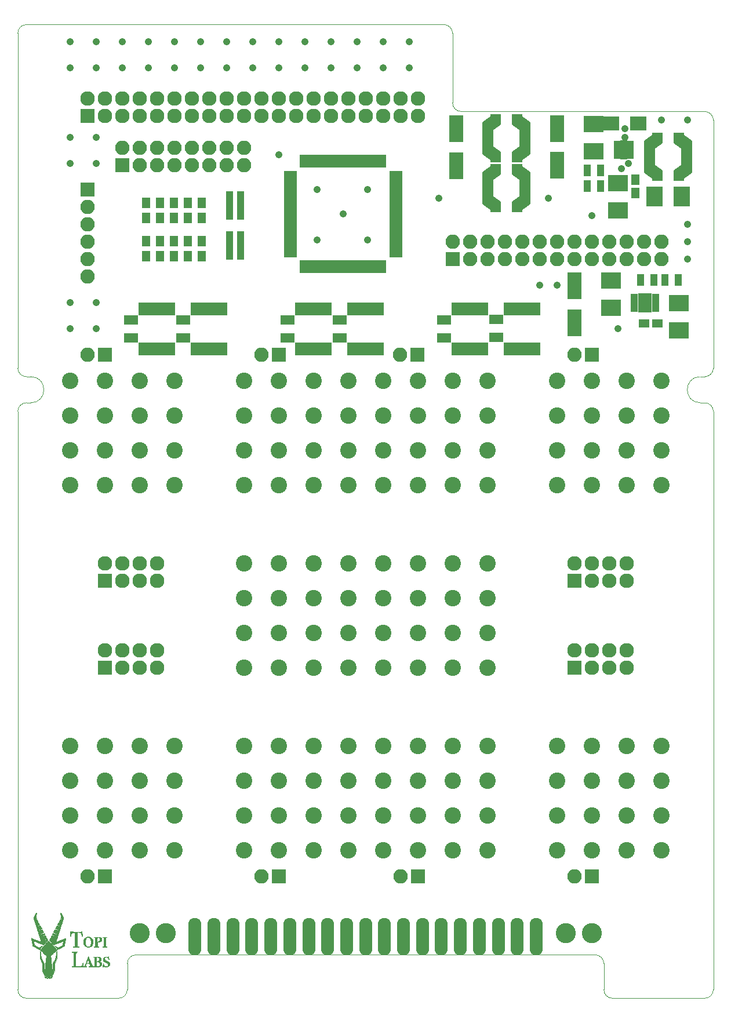
<source format=gts>
G04 #@! TF.FileFunction,Soldermask,Top*
%FSLAX46Y46*%
G04 Gerber Fmt 4.6, Leading zero omitted, Abs format (unit mm)*
G04 Created by KiCad (PCBNEW 4.0.7) date Monday, June 18, 2018 'PMt' 04:15:24 PM*
%MOMM*%
%LPD*%
G01*
G04 APERTURE LIST*
%ADD10C,0.020000*%
%ADD11C,0.100000*%
%ADD12C,0.010000*%
%ADD13C,2.940000*%
%ADD14O,1.924000X5.480000*%
%ADD15C,1.060400*%
%ADD16C,2.400000*%
%ADD17R,2.127200X2.127200*%
%ADD18O,2.127200X2.127200*%
%ADD19R,2.900000X2.400000*%
%ADD20R,1.150000X1.600000*%
%ADD21R,2.400000X2.900000*%
%ADD22R,1.600000X1.150000*%
%ADD23R,1.300000X1.600000*%
%ADD24R,0.850000X1.900000*%
%ADD25R,1.900000X0.700000*%
%ADD26R,0.700000X1.900000*%
%ADD27R,1.050000X0.700000*%
%ADD28R,1.175000X1.640000*%
%ADD29R,2.100000X2.100000*%
%ADD30O,2.100000X2.100000*%
%ADD31R,1.000000X0.750000*%
%ADD32R,2.400000X2.100000*%
%ADD33R,1.100000X0.650000*%
%ADD34R,1.040000X1.600000*%
%ADD35R,1.100000X1.700000*%
%ADD36R,2.000000X3.900000*%
%ADD37R,2.000000X1.400000*%
G04 APERTURE END LIST*
D10*
D11*
X36068000Y-88900000D02*
X49530000Y-88900000D01*
X34798000Y-83820000D02*
X34798000Y-87630000D01*
X-33528000Y-82550000D02*
X33528000Y-82550000D01*
X-34798000Y-83820000D02*
X-34798000Y-87630000D01*
X34798000Y-83820000D02*
G75*
G03X33528000Y-82550000I-1270000J0D01*
G01*
X34798000Y-87630000D02*
G75*
G03X36068000Y-88900000I1270000J0D01*
G01*
X-33530217Y-82550002D02*
G75*
G03X-34798000Y-83820000I2217J-1269998D01*
G01*
X-34798000Y-87630000D02*
G75*
G02X-36068000Y-88900000I-1270000J0D01*
G01*
X-50800000Y-3175000D02*
G75*
G02X-49530000Y-1905000I1270000J0D01*
G01*
X-49530000Y-1905000D02*
X-48895000Y-1905000D01*
X-48895000Y1905000D02*
G75*
G02X-48895000Y-1905000I0J-1905000D01*
G01*
X-48895000Y1905000D02*
X-49530000Y1905000D01*
X-49530000Y1905000D02*
G75*
G02X-50800000Y3175000I0J1270000D01*
G01*
X-50800000Y52070000D02*
X-50800000Y3175000D01*
X-50800000Y52070000D02*
G75*
G02X-49530000Y53340000I1270000J0D01*
G01*
X11430000Y53340000D02*
X-49530000Y53340000D01*
X11430000Y53340000D02*
G75*
G02X12700000Y52070000I0J-1270000D01*
G01*
X12700000Y52070000D02*
X12700000Y41910000D01*
X13970000Y40640000D02*
G75*
G02X12700000Y41910000I0J1270000D01*
G01*
X13970000Y40640000D02*
X49530000Y40640000D01*
X49530000Y40640000D02*
G75*
G02X50800000Y39370000I0J-1270000D01*
G01*
X50800000Y3175000D02*
X50800000Y39370000D01*
X50800000Y3175000D02*
G75*
G02X49530000Y1905000I-1270000J0D01*
G01*
X48895000Y1905000D02*
X49530000Y1905000D01*
X48895000Y-1905000D02*
G75*
G02X48895000Y1905000I0J1905000D01*
G01*
X49530000Y-1905000D02*
X48895000Y-1905000D01*
X49530000Y-1905000D02*
G75*
G02X50800000Y-3175000I0J-1270000D01*
G01*
X50800000Y-87630000D02*
X50800000Y-3175000D01*
X50800000Y-87630000D02*
G75*
G02X49530000Y-88900000I-1270000J0D01*
G01*
X-49530000Y-88900000D02*
X-36068000Y-88900000D01*
X-49530000Y-88900000D02*
G75*
G02X-50800000Y-87630000I0J1270000D01*
G01*
X-50800000Y-3175000D02*
X-50800000Y-87630000D01*
D12*
G36*
X-46885408Y-85661303D02*
X-46865011Y-85669994D01*
X-46835048Y-85685703D01*
X-46793646Y-85709414D01*
X-46738934Y-85742109D01*
X-46669038Y-85784772D01*
X-46667099Y-85785964D01*
X-46592564Y-85832219D01*
X-46534680Y-85869237D01*
X-46492389Y-85897754D01*
X-46464639Y-85918505D01*
X-46450373Y-85932228D01*
X-46448022Y-85938817D01*
X-46453611Y-85946553D01*
X-46464991Y-85950799D01*
X-46484936Y-85951404D01*
X-46516220Y-85948214D01*
X-46561615Y-85941077D01*
X-46623896Y-85929840D01*
X-46629320Y-85928829D01*
X-46677862Y-85919438D01*
X-46719902Y-85910701D01*
X-46750942Y-85903594D01*
X-46766480Y-85899092D01*
X-46777460Y-85888173D01*
X-46796362Y-85863434D01*
X-46820615Y-85828451D01*
X-46847641Y-85786801D01*
X-46849925Y-85783162D01*
X-46878612Y-85736421D01*
X-46897108Y-85703610D01*
X-46906692Y-85681890D01*
X-46908647Y-85668418D01*
X-46904989Y-85661046D01*
X-46898110Y-85658648D01*
X-46885408Y-85661303D01*
X-46885408Y-85661303D01*
G37*
X-46885408Y-85661303D02*
X-46865011Y-85669994D01*
X-46835048Y-85685703D01*
X-46793646Y-85709414D01*
X-46738934Y-85742109D01*
X-46669038Y-85784772D01*
X-46667099Y-85785964D01*
X-46592564Y-85832219D01*
X-46534680Y-85869237D01*
X-46492389Y-85897754D01*
X-46464639Y-85918505D01*
X-46450373Y-85932228D01*
X-46448022Y-85938817D01*
X-46453611Y-85946553D01*
X-46464991Y-85950799D01*
X-46484936Y-85951404D01*
X-46516220Y-85948214D01*
X-46561615Y-85941077D01*
X-46623896Y-85929840D01*
X-46629320Y-85928829D01*
X-46677862Y-85919438D01*
X-46719902Y-85910701D01*
X-46750942Y-85903594D01*
X-46766480Y-85899092D01*
X-46777460Y-85888173D01*
X-46796362Y-85863434D01*
X-46820615Y-85828451D01*
X-46847641Y-85786801D01*
X-46849925Y-85783162D01*
X-46878612Y-85736421D01*
X-46897108Y-85703610D01*
X-46906692Y-85681890D01*
X-46908647Y-85668418D01*
X-46904989Y-85661046D01*
X-46898110Y-85658648D01*
X-46885408Y-85661303D01*
G36*
X-45742907Y-85662244D02*
X-45742212Y-85662874D01*
X-45737825Y-85671366D01*
X-45739752Y-85684710D01*
X-45749341Y-85705992D01*
X-45767936Y-85738299D01*
X-45791987Y-85776982D01*
X-45818134Y-85817896D01*
X-45841218Y-85853184D01*
X-45858593Y-85878851D01*
X-45867203Y-85890473D01*
X-45880207Y-85896142D01*
X-45908842Y-85904264D01*
X-45948701Y-85913921D01*
X-45995376Y-85924195D01*
X-46044460Y-85934169D01*
X-46091546Y-85942925D01*
X-46132227Y-85949546D01*
X-46162094Y-85953115D01*
X-46169899Y-85953482D01*
X-46188412Y-85945888D01*
X-46194015Y-85937921D01*
X-46197319Y-85922717D01*
X-46196236Y-85919162D01*
X-46186883Y-85913236D01*
X-46162555Y-85898176D01*
X-46125621Y-85875438D01*
X-46078448Y-85846478D01*
X-46023403Y-85812751D01*
X-45974172Y-85782632D01*
X-45905485Y-85740878D01*
X-45851971Y-85709008D01*
X-45811657Y-85686002D01*
X-45782567Y-85670842D01*
X-45762728Y-85662509D01*
X-45750166Y-85659982D01*
X-45742907Y-85662244D01*
X-45742907Y-85662244D01*
G37*
X-45742907Y-85662244D02*
X-45742212Y-85662874D01*
X-45737825Y-85671366D01*
X-45739752Y-85684710D01*
X-45749341Y-85705992D01*
X-45767936Y-85738299D01*
X-45791987Y-85776982D01*
X-45818134Y-85817896D01*
X-45841218Y-85853184D01*
X-45858593Y-85878851D01*
X-45867203Y-85890473D01*
X-45880207Y-85896142D01*
X-45908842Y-85904264D01*
X-45948701Y-85913921D01*
X-45995376Y-85924195D01*
X-46044460Y-85934169D01*
X-46091546Y-85942925D01*
X-46132227Y-85949546D01*
X-46162094Y-85953115D01*
X-46169899Y-85953482D01*
X-46188412Y-85945888D01*
X-46194015Y-85937921D01*
X-46197319Y-85922717D01*
X-46196236Y-85919162D01*
X-46186883Y-85913236D01*
X-46162555Y-85898176D01*
X-46125621Y-85875438D01*
X-46078448Y-85846478D01*
X-46023403Y-85812751D01*
X-45974172Y-85782632D01*
X-45905485Y-85740878D01*
X-45851971Y-85709008D01*
X-45811657Y-85686002D01*
X-45782567Y-85670842D01*
X-45762728Y-85662509D01*
X-45750166Y-85659982D01*
X-45742907Y-85662244D01*
G36*
X-46252380Y-80549691D02*
X-46209766Y-80594712D01*
X-46158426Y-80649748D01*
X-46099563Y-80713456D01*
X-46034380Y-80784494D01*
X-45964079Y-80861519D01*
X-45889863Y-80943188D01*
X-45812935Y-81028160D01*
X-45734497Y-81115090D01*
X-45655753Y-81202637D01*
X-45577903Y-81289459D01*
X-45502153Y-81374211D01*
X-45429703Y-81455552D01*
X-45361757Y-81532139D01*
X-45299517Y-81602629D01*
X-45244186Y-81665681D01*
X-45196967Y-81719950D01*
X-45159063Y-81764095D01*
X-45131675Y-81796772D01*
X-45116007Y-81816640D01*
X-45112685Y-81822017D01*
X-45119502Y-81830268D01*
X-45139670Y-81850832D01*
X-45171615Y-81882233D01*
X-45213766Y-81922994D01*
X-45264548Y-81971636D01*
X-45322390Y-82026684D01*
X-45385717Y-82086659D01*
X-45452958Y-82150085D01*
X-45522540Y-82215484D01*
X-45592889Y-82281380D01*
X-45662432Y-82346294D01*
X-45729598Y-82408750D01*
X-45792812Y-82467271D01*
X-45850502Y-82520379D01*
X-45901096Y-82566598D01*
X-45943020Y-82604449D01*
X-45974701Y-82632456D01*
X-45985260Y-82641508D01*
X-46015450Y-82666976D01*
X-45964564Y-83139348D01*
X-45931920Y-83445933D01*
X-45900861Y-83744802D01*
X-45871593Y-84033845D01*
X-45844325Y-84310954D01*
X-45819265Y-84574019D01*
X-45796621Y-84820931D01*
X-45778790Y-85023960D01*
X-45774192Y-85073107D01*
X-45769923Y-85110551D01*
X-45766319Y-85133940D01*
X-45763719Y-85140922D01*
X-45762740Y-85135720D01*
X-45761602Y-85118622D01*
X-45759329Y-85083084D01*
X-45756037Y-85030947D01*
X-45751841Y-84964053D01*
X-45746855Y-84884243D01*
X-45741194Y-84793358D01*
X-45734974Y-84693240D01*
X-45728310Y-84585730D01*
X-45721316Y-84472669D01*
X-45719663Y-84445910D01*
X-45679566Y-83796740D01*
X-45472501Y-83388912D01*
X-45265436Y-82981085D01*
X-45207819Y-82544562D01*
X-45195530Y-82451749D01*
X-45183896Y-82364436D01*
X-45173219Y-82284845D01*
X-45163799Y-82215194D01*
X-45155937Y-82157706D01*
X-45149935Y-82114601D01*
X-45146094Y-82088100D01*
X-45144957Y-82081117D01*
X-45135121Y-82057818D01*
X-45116069Y-82029092D01*
X-45104451Y-82015077D01*
X-45069188Y-81975960D01*
X-45075800Y-82519520D01*
X-45082411Y-83063080D01*
X-45269126Y-83462803D01*
X-45455840Y-83862527D01*
X-45455840Y-84837667D01*
X-45610780Y-85197482D01*
X-45645507Y-85277460D01*
X-45678104Y-85351263D01*
X-45707637Y-85416869D01*
X-45733174Y-85472259D01*
X-45753779Y-85515413D01*
X-45768519Y-85544312D01*
X-45776461Y-85556934D01*
X-45777166Y-85557328D01*
X-45790137Y-85561724D01*
X-45817313Y-85573707D01*
X-45854859Y-85591506D01*
X-45898944Y-85613350D01*
X-45904166Y-85615994D01*
X-46000447Y-85668601D01*
X-46094869Y-85727183D01*
X-46181697Y-85787946D01*
X-46255194Y-85847094D01*
X-46260109Y-85851448D01*
X-46288046Y-85875962D01*
X-46309654Y-85894111D01*
X-46320943Y-85902564D01*
X-46321586Y-85902800D01*
X-46330562Y-85896677D01*
X-46351290Y-85880274D01*
X-46380098Y-85856534D01*
X-46396158Y-85843023D01*
X-46531057Y-85740800D01*
X-46682672Y-85648168D01*
X-46762241Y-85606767D01*
X-46885002Y-85546237D01*
X-47033780Y-85198738D01*
X-47182557Y-84851240D01*
X-47188803Y-84353400D01*
X-47195048Y-83855560D01*
X-47567196Y-83052920D01*
X-47571888Y-82516980D01*
X-47572668Y-82414762D01*
X-47573176Y-82318933D01*
X-47573418Y-82231364D01*
X-47573399Y-82153928D01*
X-47573125Y-82088498D01*
X-47572601Y-82036947D01*
X-47571833Y-82001147D01*
X-47570826Y-81982971D01*
X-47570310Y-81981040D01*
X-47560832Y-81988288D01*
X-47543905Y-82006680D01*
X-47534142Y-82018512D01*
X-47527072Y-82027738D01*
X-47520923Y-82037494D01*
X-47515356Y-82049636D01*
X-47510029Y-82066023D01*
X-47504602Y-82088511D01*
X-47498736Y-82118956D01*
X-47492088Y-82159217D01*
X-47484320Y-82211149D01*
X-47475090Y-82276611D01*
X-47464058Y-82357460D01*
X-47450884Y-82455552D01*
X-47442419Y-82518891D01*
X-47380595Y-82981800D01*
X-47173582Y-83388094D01*
X-46966570Y-83794389D01*
X-46924132Y-84470134D01*
X-46916857Y-84584001D01*
X-46909792Y-84690809D01*
X-46903054Y-84789009D01*
X-46896761Y-84877053D01*
X-46891031Y-84953392D01*
X-46885984Y-85016477D01*
X-46881735Y-85064761D01*
X-46878404Y-85096693D01*
X-46876109Y-85110726D01*
X-46875342Y-85110320D01*
X-46871632Y-85083285D01*
X-46867501Y-85043552D01*
X-46863720Y-84998707D01*
X-46862976Y-84988400D01*
X-46858404Y-84928190D01*
X-46851844Y-84849770D01*
X-46843491Y-84755131D01*
X-46833543Y-84646263D01*
X-46822193Y-84525160D01*
X-46809640Y-84393813D01*
X-46796077Y-84254212D01*
X-46781701Y-84108349D01*
X-46766708Y-83958217D01*
X-46751295Y-83805806D01*
X-46735655Y-83653109D01*
X-46719987Y-83502116D01*
X-46704484Y-83354819D01*
X-46689344Y-83213209D01*
X-46679113Y-83118960D01*
X-46670204Y-83036016D01*
X-46661982Y-82956751D01*
X-46654738Y-82884165D01*
X-46648760Y-82821259D01*
X-46644337Y-82771034D01*
X-46641759Y-82736490D01*
X-46641251Y-82725989D01*
X-46639480Y-82663218D01*
X-47086520Y-82249632D01*
X-47166810Y-82175266D01*
X-47242577Y-82104922D01*
X-47312519Y-82039824D01*
X-47375329Y-81981193D01*
X-47429704Y-81930251D01*
X-47474340Y-81888220D01*
X-47507931Y-81856323D01*
X-47529173Y-81835781D01*
X-47536755Y-81827840D01*
X-47530822Y-81818727D01*
X-47512393Y-81795889D01*
X-47482638Y-81760638D01*
X-47442730Y-81714285D01*
X-47393839Y-81658144D01*
X-47337138Y-81593524D01*
X-47273797Y-81521738D01*
X-47204988Y-81444097D01*
X-47131883Y-81361912D01*
X-47055653Y-81276497D01*
X-46977470Y-81189161D01*
X-46898504Y-81101217D01*
X-46819928Y-81013976D01*
X-46742913Y-80928750D01*
X-46668631Y-80846851D01*
X-46598252Y-80769590D01*
X-46532949Y-80698278D01*
X-46473892Y-80634228D01*
X-46422254Y-80578751D01*
X-46399709Y-80554771D01*
X-46324117Y-80474702D01*
X-46252380Y-80549691D01*
X-46252380Y-80549691D01*
G37*
X-46252380Y-80549691D02*
X-46209766Y-80594712D01*
X-46158426Y-80649748D01*
X-46099563Y-80713456D01*
X-46034380Y-80784494D01*
X-45964079Y-80861519D01*
X-45889863Y-80943188D01*
X-45812935Y-81028160D01*
X-45734497Y-81115090D01*
X-45655753Y-81202637D01*
X-45577903Y-81289459D01*
X-45502153Y-81374211D01*
X-45429703Y-81455552D01*
X-45361757Y-81532139D01*
X-45299517Y-81602629D01*
X-45244186Y-81665681D01*
X-45196967Y-81719950D01*
X-45159063Y-81764095D01*
X-45131675Y-81796772D01*
X-45116007Y-81816640D01*
X-45112685Y-81822017D01*
X-45119502Y-81830268D01*
X-45139670Y-81850832D01*
X-45171615Y-81882233D01*
X-45213766Y-81922994D01*
X-45264548Y-81971636D01*
X-45322390Y-82026684D01*
X-45385717Y-82086659D01*
X-45452958Y-82150085D01*
X-45522540Y-82215484D01*
X-45592889Y-82281380D01*
X-45662432Y-82346294D01*
X-45729598Y-82408750D01*
X-45792812Y-82467271D01*
X-45850502Y-82520379D01*
X-45901096Y-82566598D01*
X-45943020Y-82604449D01*
X-45974701Y-82632456D01*
X-45985260Y-82641508D01*
X-46015450Y-82666976D01*
X-45964564Y-83139348D01*
X-45931920Y-83445933D01*
X-45900861Y-83744802D01*
X-45871593Y-84033845D01*
X-45844325Y-84310954D01*
X-45819265Y-84574019D01*
X-45796621Y-84820931D01*
X-45778790Y-85023960D01*
X-45774192Y-85073107D01*
X-45769923Y-85110551D01*
X-45766319Y-85133940D01*
X-45763719Y-85140922D01*
X-45762740Y-85135720D01*
X-45761602Y-85118622D01*
X-45759329Y-85083084D01*
X-45756037Y-85030947D01*
X-45751841Y-84964053D01*
X-45746855Y-84884243D01*
X-45741194Y-84793358D01*
X-45734974Y-84693240D01*
X-45728310Y-84585730D01*
X-45721316Y-84472669D01*
X-45719663Y-84445910D01*
X-45679566Y-83796740D01*
X-45472501Y-83388912D01*
X-45265436Y-82981085D01*
X-45207819Y-82544562D01*
X-45195530Y-82451749D01*
X-45183896Y-82364436D01*
X-45173219Y-82284845D01*
X-45163799Y-82215194D01*
X-45155937Y-82157706D01*
X-45149935Y-82114601D01*
X-45146094Y-82088100D01*
X-45144957Y-82081117D01*
X-45135121Y-82057818D01*
X-45116069Y-82029092D01*
X-45104451Y-82015077D01*
X-45069188Y-81975960D01*
X-45075800Y-82519520D01*
X-45082411Y-83063080D01*
X-45269126Y-83462803D01*
X-45455840Y-83862527D01*
X-45455840Y-84837667D01*
X-45610780Y-85197482D01*
X-45645507Y-85277460D01*
X-45678104Y-85351263D01*
X-45707637Y-85416869D01*
X-45733174Y-85472259D01*
X-45753779Y-85515413D01*
X-45768519Y-85544312D01*
X-45776461Y-85556934D01*
X-45777166Y-85557328D01*
X-45790137Y-85561724D01*
X-45817313Y-85573707D01*
X-45854859Y-85591506D01*
X-45898944Y-85613350D01*
X-45904166Y-85615994D01*
X-46000447Y-85668601D01*
X-46094869Y-85727183D01*
X-46181697Y-85787946D01*
X-46255194Y-85847094D01*
X-46260109Y-85851448D01*
X-46288046Y-85875962D01*
X-46309654Y-85894111D01*
X-46320943Y-85902564D01*
X-46321586Y-85902800D01*
X-46330562Y-85896677D01*
X-46351290Y-85880274D01*
X-46380098Y-85856534D01*
X-46396158Y-85843023D01*
X-46531057Y-85740800D01*
X-46682672Y-85648168D01*
X-46762241Y-85606767D01*
X-46885002Y-85546237D01*
X-47033780Y-85198738D01*
X-47182557Y-84851240D01*
X-47188803Y-84353400D01*
X-47195048Y-83855560D01*
X-47567196Y-83052920D01*
X-47571888Y-82516980D01*
X-47572668Y-82414762D01*
X-47573176Y-82318933D01*
X-47573418Y-82231364D01*
X-47573399Y-82153928D01*
X-47573125Y-82088498D01*
X-47572601Y-82036947D01*
X-47571833Y-82001147D01*
X-47570826Y-81982971D01*
X-47570310Y-81981040D01*
X-47560832Y-81988288D01*
X-47543905Y-82006680D01*
X-47534142Y-82018512D01*
X-47527072Y-82027738D01*
X-47520923Y-82037494D01*
X-47515356Y-82049636D01*
X-47510029Y-82066023D01*
X-47504602Y-82088511D01*
X-47498736Y-82118956D01*
X-47492088Y-82159217D01*
X-47484320Y-82211149D01*
X-47475090Y-82276611D01*
X-47464058Y-82357460D01*
X-47450884Y-82455552D01*
X-47442419Y-82518891D01*
X-47380595Y-82981800D01*
X-47173582Y-83388094D01*
X-46966570Y-83794389D01*
X-46924132Y-84470134D01*
X-46916857Y-84584001D01*
X-46909792Y-84690809D01*
X-46903054Y-84789009D01*
X-46896761Y-84877053D01*
X-46891031Y-84953392D01*
X-46885984Y-85016477D01*
X-46881735Y-85064761D01*
X-46878404Y-85096693D01*
X-46876109Y-85110726D01*
X-46875342Y-85110320D01*
X-46871632Y-85083285D01*
X-46867501Y-85043552D01*
X-46863720Y-84998707D01*
X-46862976Y-84988400D01*
X-46858404Y-84928190D01*
X-46851844Y-84849770D01*
X-46843491Y-84755131D01*
X-46833543Y-84646263D01*
X-46822193Y-84525160D01*
X-46809640Y-84393813D01*
X-46796077Y-84254212D01*
X-46781701Y-84108349D01*
X-46766708Y-83958217D01*
X-46751295Y-83805806D01*
X-46735655Y-83653109D01*
X-46719987Y-83502116D01*
X-46704484Y-83354819D01*
X-46689344Y-83213209D01*
X-46679113Y-83118960D01*
X-46670204Y-83036016D01*
X-46661982Y-82956751D01*
X-46654738Y-82884165D01*
X-46648760Y-82821259D01*
X-46644337Y-82771034D01*
X-46641759Y-82736490D01*
X-46641251Y-82725989D01*
X-46639480Y-82663218D01*
X-47086520Y-82249632D01*
X-47166810Y-82175266D01*
X-47242577Y-82104922D01*
X-47312519Y-82039824D01*
X-47375329Y-81981193D01*
X-47429704Y-81930251D01*
X-47474340Y-81888220D01*
X-47507931Y-81856323D01*
X-47529173Y-81835781D01*
X-47536755Y-81827840D01*
X-47530822Y-81818727D01*
X-47512393Y-81795889D01*
X-47482638Y-81760638D01*
X-47442730Y-81714285D01*
X-47393839Y-81658144D01*
X-47337138Y-81593524D01*
X-47273797Y-81521738D01*
X-47204988Y-81444097D01*
X-47131883Y-81361912D01*
X-47055653Y-81276497D01*
X-46977470Y-81189161D01*
X-46898504Y-81101217D01*
X-46819928Y-81013976D01*
X-46742913Y-80928750D01*
X-46668631Y-80846851D01*
X-46598252Y-80769590D01*
X-46532949Y-80698278D01*
X-46473892Y-80634228D01*
X-46422254Y-80578751D01*
X-46399709Y-80554771D01*
X-46324117Y-80474702D01*
X-46252380Y-80549691D01*
G36*
X-42325277Y-82076212D02*
X-42255575Y-82076736D01*
X-42201025Y-82077882D01*
X-42159908Y-82079811D01*
X-42130501Y-82082684D01*
X-42111081Y-82086661D01*
X-42099928Y-82091903D01*
X-42095319Y-82098570D01*
X-42095531Y-82106823D01*
X-42098313Y-82115453D01*
X-42108343Y-82124062D01*
X-42132624Y-82130627D01*
X-42173758Y-82135757D01*
X-42191380Y-82137232D01*
X-42245461Y-82141876D01*
X-42282910Y-82146759D01*
X-42307397Y-82152982D01*
X-42322591Y-82161645D01*
X-42332163Y-82173849D01*
X-42335446Y-82180419D01*
X-42337516Y-82191679D01*
X-42339357Y-82216310D01*
X-42340977Y-82254987D01*
X-42342383Y-82308387D01*
X-42343583Y-82377185D01*
X-42344584Y-82462056D01*
X-42345394Y-82563677D01*
X-42346021Y-82682723D01*
X-42346471Y-82819870D01*
X-42346753Y-82975794D01*
X-42346874Y-83151169D01*
X-42346880Y-83204468D01*
X-42346880Y-84203421D01*
X-42308780Y-84209718D01*
X-42268600Y-84213774D01*
X-42212046Y-84215895D01*
X-42142957Y-84216240D01*
X-42065170Y-84214971D01*
X-41982523Y-84212246D01*
X-41898856Y-84208226D01*
X-41818005Y-84203071D01*
X-41743809Y-84196942D01*
X-41680106Y-84189997D01*
X-41630734Y-84182398D01*
X-41624710Y-84181193D01*
X-41545473Y-84159702D01*
X-41481181Y-84130259D01*
X-41430136Y-84090819D01*
X-41390642Y-84039333D01*
X-41361003Y-83973756D01*
X-41339521Y-83892041D01*
X-41328376Y-83823742D01*
X-41319243Y-83768129D01*
X-41308677Y-83731237D01*
X-41295713Y-83711472D01*
X-41279385Y-83707240D01*
X-41262300Y-83714565D01*
X-41256851Y-83719502D01*
X-41252655Y-83728123D01*
X-41249564Y-83742824D01*
X-41247429Y-83766001D01*
X-41246101Y-83800049D01*
X-41245432Y-83847364D01*
X-41245274Y-83910342D01*
X-41245460Y-83986293D01*
X-41246400Y-84246720D01*
X-41223987Y-84246720D01*
X-41183235Y-84243283D01*
X-41139794Y-84234288D01*
X-41100867Y-84221702D01*
X-41073660Y-84207493D01*
X-41070378Y-84204743D01*
X-41059678Y-84188727D01*
X-41043009Y-84156115D01*
X-41021483Y-84109357D01*
X-40996212Y-84050903D01*
X-40968306Y-83983206D01*
X-40956384Y-83953402D01*
X-40936151Y-83902062D01*
X-40910522Y-83836509D01*
X-40884331Y-83769200D01*
X-40789793Y-83769200D01*
X-40365845Y-83769200D01*
X-40380857Y-83731100D01*
X-40388660Y-83710820D01*
X-40402353Y-83674733D01*
X-40420719Y-83626068D01*
X-40442540Y-83568054D01*
X-40466599Y-83503921D01*
X-40480683Y-83466305D01*
X-40504773Y-83402816D01*
X-40526906Y-83346189D01*
X-40546005Y-83299043D01*
X-40560991Y-83264000D01*
X-40570788Y-83243680D01*
X-40573896Y-83239607D01*
X-40579632Y-83248688D01*
X-40591647Y-83274332D01*
X-40608924Y-83314136D01*
X-40630446Y-83365697D01*
X-40655194Y-83426614D01*
X-40682152Y-83494484D01*
X-40686044Y-83504402D01*
X-40789793Y-83769200D01*
X-40884331Y-83769200D01*
X-40880488Y-83759324D01*
X-40847044Y-83673086D01*
X-40811182Y-83580374D01*
X-40773894Y-83483770D01*
X-40736175Y-83385851D01*
X-40699016Y-83289199D01*
X-40663412Y-83196393D01*
X-40630354Y-83110013D01*
X-40600836Y-83032639D01*
X-40575850Y-82966850D01*
X-40556390Y-82915226D01*
X-40544931Y-82884399D01*
X-40526448Y-82840693D01*
X-40509654Y-82814148D01*
X-40495378Y-82805881D01*
X-40489315Y-82809080D01*
X-40484008Y-82819956D01*
X-40471775Y-82848189D01*
X-40453236Y-82892268D01*
X-40429009Y-82950681D01*
X-40399714Y-83021918D01*
X-40365972Y-83104468D01*
X-40328400Y-83196821D01*
X-40287620Y-83297464D01*
X-40244249Y-83404888D01*
X-40204000Y-83504908D01*
X-40158619Y-83617447D01*
X-40115021Y-83724781D01*
X-40073853Y-83825367D01*
X-40035759Y-83917664D01*
X-40001387Y-84000130D01*
X-39971381Y-84071224D01*
X-39946388Y-84129403D01*
X-39927053Y-84173126D01*
X-39914022Y-84200851D01*
X-39908317Y-84210758D01*
X-39883601Y-84224153D01*
X-39841875Y-84233704D01*
X-39786143Y-84239089D01*
X-39719408Y-84239991D01*
X-39659560Y-84237231D01*
X-39578280Y-84231480D01*
X-39575667Y-83568249D01*
X-39575591Y-83545680D01*
X-39298880Y-83545680D01*
X-39298880Y-84226012D01*
X-39276020Y-84230890D01*
X-39247706Y-84237048D01*
X-39232840Y-84240359D01*
X-39202915Y-84242458D01*
X-39160338Y-84239636D01*
X-39111966Y-84232665D01*
X-39064656Y-84222312D01*
X-39059472Y-84220906D01*
X-38990252Y-84192321D01*
X-38934938Y-84149051D01*
X-38893696Y-84091376D01*
X-38866687Y-84019577D01*
X-38854074Y-83933935D01*
X-38853857Y-83866792D01*
X-38863732Y-83782084D01*
X-38885340Y-83712820D01*
X-38919666Y-83657200D01*
X-38967695Y-83613424D01*
X-39004240Y-83591716D01*
X-39081168Y-83563080D01*
X-39171384Y-83548016D01*
X-39228261Y-83545680D01*
X-39298880Y-83545680D01*
X-39575591Y-83545680D01*
X-39575199Y-83430665D01*
X-39574969Y-83312162D01*
X-39574997Y-83211506D01*
X-39575302Y-83127459D01*
X-39575902Y-83058785D01*
X-39576816Y-83004247D01*
X-39578063Y-82962608D01*
X-39579662Y-82932633D01*
X-39581631Y-82913084D01*
X-39583990Y-82902726D01*
X-39585827Y-82900300D01*
X-39601858Y-82896892D01*
X-39611640Y-82895440D01*
X-39298880Y-82895440D01*
X-39298880Y-83494880D01*
X-39249946Y-83494880D01*
X-39211083Y-83492902D01*
X-39165533Y-83487849D01*
X-39140726Y-83483936D01*
X-39067790Y-83461945D01*
X-39008666Y-83425374D01*
X-38963764Y-83374919D01*
X-38933498Y-83311277D01*
X-38918279Y-83235143D01*
X-38918520Y-83147213D01*
X-38922205Y-83114686D01*
X-38936141Y-83044181D01*
X-38957402Y-82989553D01*
X-38988136Y-82949132D01*
X-39030491Y-82921249D01*
X-39086613Y-82904236D01*
X-39158649Y-82896422D01*
X-39204205Y-82895440D01*
X-39298880Y-82895440D01*
X-39611640Y-82895440D01*
X-39631704Y-82892462D01*
X-39668955Y-82887959D01*
X-39669588Y-82887891D01*
X-39709094Y-82882462D01*
X-39732120Y-82875934D01*
X-39742504Y-82867012D01*
X-39743923Y-82862782D01*
X-39738295Y-82846380D01*
X-39722749Y-82839211D01*
X-39707226Y-82838067D01*
X-39673830Y-82837520D01*
X-39624997Y-82837545D01*
X-39563164Y-82838121D01*
X-39490768Y-82839224D01*
X-39410246Y-82840832D01*
X-39324034Y-82842923D01*
X-39323293Y-82842942D01*
X-39216505Y-82845912D01*
X-39127737Y-82848889D01*
X-39054691Y-82852196D01*
X-38995071Y-82856155D01*
X-38946578Y-82861087D01*
X-38906915Y-82867317D01*
X-38873784Y-82875164D01*
X-38844889Y-82884953D01*
X-38817932Y-82897005D01*
X-38790614Y-82911643D01*
X-38776857Y-82919589D01*
X-38715781Y-82966225D01*
X-38670574Y-83023716D01*
X-38642015Y-83089309D01*
X-38630883Y-83160253D01*
X-38637955Y-83233794D01*
X-38664011Y-83307182D01*
X-38666088Y-83311311D01*
X-38702191Y-83365379D01*
X-38751581Y-83410898D01*
X-38815885Y-83448830D01*
X-38896726Y-83480138D01*
X-38994080Y-83505430D01*
X-39034666Y-83514256D01*
X-39056918Y-83519763D01*
X-39062387Y-83522795D01*
X-39052628Y-83524202D01*
X-39029640Y-83524821D01*
X-38937025Y-83534110D01*
X-38848797Y-83557597D01*
X-38768127Y-83593640D01*
X-38698183Y-83640603D01*
X-38642135Y-83696846D01*
X-38613249Y-83740154D01*
X-38591718Y-83795831D01*
X-38579560Y-83862296D01*
X-38577335Y-83932028D01*
X-38585603Y-83997507D01*
X-38592287Y-84021775D01*
X-38622177Y-84081430D01*
X-38669556Y-84137155D01*
X-38731671Y-84186789D01*
X-38805767Y-84228168D01*
X-38889091Y-84259130D01*
X-38897560Y-84261499D01*
X-38932795Y-84268287D01*
X-38985619Y-84274238D01*
X-39056358Y-84279362D01*
X-39145335Y-84283668D01*
X-39252874Y-84287165D01*
X-39379299Y-84289865D01*
X-39524935Y-84291775D01*
X-39690104Y-84292907D01*
X-39875132Y-84293269D01*
X-39951143Y-84293207D01*
X-40069977Y-84292929D01*
X-40169977Y-84292459D01*
X-40252628Y-84291756D01*
X-40319418Y-84290780D01*
X-40371830Y-84289490D01*
X-40411351Y-84287846D01*
X-40439466Y-84285807D01*
X-40457662Y-84283333D01*
X-40467423Y-84280383D01*
X-40469303Y-84279056D01*
X-40475529Y-84263927D01*
X-40461647Y-84251536D01*
X-40427687Y-84241895D01*
X-40373677Y-84235014D01*
X-40352468Y-84233417D01*
X-40297052Y-84229071D01*
X-40259218Y-84224161D01*
X-40236224Y-84218046D01*
X-40225332Y-84210087D01*
X-40223440Y-84203265D01*
X-40226667Y-84190672D01*
X-40235645Y-84162118D01*
X-40249318Y-84120791D01*
X-40266633Y-84069874D01*
X-40286535Y-84012555D01*
X-40286940Y-84011400D01*
X-40350440Y-83830335D01*
X-40576862Y-83830247D01*
X-40803283Y-83830160D01*
X-40823372Y-83877025D01*
X-40834058Y-83903922D01*
X-40849370Y-83945030D01*
X-40867467Y-83995298D01*
X-40886510Y-84049673D01*
X-40891591Y-84064446D01*
X-40910753Y-84121703D01*
X-40923284Y-84162795D01*
X-40929832Y-84190528D01*
X-40931044Y-84207708D01*
X-40927567Y-84217141D01*
X-40926991Y-84217762D01*
X-40911195Y-84224835D01*
X-40881164Y-84231798D01*
X-40842941Y-84237300D01*
X-40836753Y-84237927D01*
X-40785784Y-84244729D01*
X-40754540Y-84253636D01*
X-40742515Y-84264878D01*
X-40748495Y-84277998D01*
X-40763079Y-84282018D01*
X-40797718Y-84285122D01*
X-40852165Y-84287297D01*
X-40926175Y-84288535D01*
X-41004527Y-84288841D01*
X-41079577Y-84289185D01*
X-41143484Y-84290241D01*
X-41194180Y-84291928D01*
X-41229599Y-84294168D01*
X-41247674Y-84296882D01*
X-41249600Y-84298203D01*
X-41258980Y-84302359D01*
X-41284047Y-84305055D01*
X-41320199Y-84305881D01*
X-41333420Y-84305681D01*
X-41358773Y-84305209D01*
X-41402364Y-84304548D01*
X-41462112Y-84303726D01*
X-41535936Y-84302769D01*
X-41621754Y-84301702D01*
X-41717487Y-84300551D01*
X-41821053Y-84299342D01*
X-41930372Y-84298102D01*
X-42031920Y-84296980D01*
X-42146572Y-84295730D01*
X-42258867Y-84294506D01*
X-42366507Y-84293333D01*
X-42467193Y-84292236D01*
X-42558628Y-84291241D01*
X-42638512Y-84290371D01*
X-42704547Y-84289653D01*
X-42754433Y-84289112D01*
X-42781539Y-84288818D01*
X-42837762Y-84287845D01*
X-42876804Y-84286094D01*
X-42901804Y-84283177D01*
X-42915898Y-84278708D01*
X-42922223Y-84272300D01*
X-42922588Y-84271437D01*
X-42924312Y-84255934D01*
X-42914217Y-84244344D01*
X-42889912Y-84235602D01*
X-42849004Y-84228650D01*
X-42818326Y-84225180D01*
X-42761447Y-84217461D01*
X-42721781Y-84206741D01*
X-42696272Y-84191455D01*
X-42681862Y-84170035D01*
X-42677132Y-84152816D01*
X-42676306Y-84138076D01*
X-42675576Y-84104470D01*
X-42674944Y-84053453D01*
X-42674416Y-83986479D01*
X-42673996Y-83905002D01*
X-42673688Y-83810476D01*
X-42673497Y-83704356D01*
X-42673427Y-83588095D01*
X-42673481Y-83463149D01*
X-42673666Y-83330970D01*
X-42673984Y-83193015D01*
X-42674117Y-83147405D01*
X-42674688Y-82977691D01*
X-42675315Y-82827296D01*
X-42676015Y-82695222D01*
X-42676803Y-82580467D01*
X-42677695Y-82482031D01*
X-42678708Y-82398916D01*
X-42679856Y-82330119D01*
X-42681156Y-82274642D01*
X-42682625Y-82231485D01*
X-42684276Y-82199646D01*
X-42686128Y-82178127D01*
X-42688195Y-82165926D01*
X-42689763Y-82162410D01*
X-42705808Y-82155897D01*
X-42738153Y-82149906D01*
X-42782780Y-82145098D01*
X-42804080Y-82143600D01*
X-42857804Y-82139333D01*
X-42893942Y-82133472D01*
X-42915221Y-82124946D01*
X-42924370Y-82112684D01*
X-42924275Y-82096421D01*
X-42922526Y-82091689D01*
X-42918030Y-82087812D01*
X-42908915Y-82084697D01*
X-42893309Y-82082253D01*
X-42869341Y-82080388D01*
X-42835137Y-82079009D01*
X-42788826Y-82078024D01*
X-42728536Y-82077341D01*
X-42652395Y-82076868D01*
X-42558531Y-82076513D01*
X-42517032Y-82076387D01*
X-42411856Y-82076149D01*
X-42325277Y-82076212D01*
X-42325277Y-82076212D01*
G37*
X-42325277Y-82076212D02*
X-42255575Y-82076736D01*
X-42201025Y-82077882D01*
X-42159908Y-82079811D01*
X-42130501Y-82082684D01*
X-42111081Y-82086661D01*
X-42099928Y-82091903D01*
X-42095319Y-82098570D01*
X-42095531Y-82106823D01*
X-42098313Y-82115453D01*
X-42108343Y-82124062D01*
X-42132624Y-82130627D01*
X-42173758Y-82135757D01*
X-42191380Y-82137232D01*
X-42245461Y-82141876D01*
X-42282910Y-82146759D01*
X-42307397Y-82152982D01*
X-42322591Y-82161645D01*
X-42332163Y-82173849D01*
X-42335446Y-82180419D01*
X-42337516Y-82191679D01*
X-42339357Y-82216310D01*
X-42340977Y-82254987D01*
X-42342383Y-82308387D01*
X-42343583Y-82377185D01*
X-42344584Y-82462056D01*
X-42345394Y-82563677D01*
X-42346021Y-82682723D01*
X-42346471Y-82819870D01*
X-42346753Y-82975794D01*
X-42346874Y-83151169D01*
X-42346880Y-83204468D01*
X-42346880Y-84203421D01*
X-42308780Y-84209718D01*
X-42268600Y-84213774D01*
X-42212046Y-84215895D01*
X-42142957Y-84216240D01*
X-42065170Y-84214971D01*
X-41982523Y-84212246D01*
X-41898856Y-84208226D01*
X-41818005Y-84203071D01*
X-41743809Y-84196942D01*
X-41680106Y-84189997D01*
X-41630734Y-84182398D01*
X-41624710Y-84181193D01*
X-41545473Y-84159702D01*
X-41481181Y-84130259D01*
X-41430136Y-84090819D01*
X-41390642Y-84039333D01*
X-41361003Y-83973756D01*
X-41339521Y-83892041D01*
X-41328376Y-83823742D01*
X-41319243Y-83768129D01*
X-41308677Y-83731237D01*
X-41295713Y-83711472D01*
X-41279385Y-83707240D01*
X-41262300Y-83714565D01*
X-41256851Y-83719502D01*
X-41252655Y-83728123D01*
X-41249564Y-83742824D01*
X-41247429Y-83766001D01*
X-41246101Y-83800049D01*
X-41245432Y-83847364D01*
X-41245274Y-83910342D01*
X-41245460Y-83986293D01*
X-41246400Y-84246720D01*
X-41223987Y-84246720D01*
X-41183235Y-84243283D01*
X-41139794Y-84234288D01*
X-41100867Y-84221702D01*
X-41073660Y-84207493D01*
X-41070378Y-84204743D01*
X-41059678Y-84188727D01*
X-41043009Y-84156115D01*
X-41021483Y-84109357D01*
X-40996212Y-84050903D01*
X-40968306Y-83983206D01*
X-40956384Y-83953402D01*
X-40936151Y-83902062D01*
X-40910522Y-83836509D01*
X-40884331Y-83769200D01*
X-40789793Y-83769200D01*
X-40365845Y-83769200D01*
X-40380857Y-83731100D01*
X-40388660Y-83710820D01*
X-40402353Y-83674733D01*
X-40420719Y-83626068D01*
X-40442540Y-83568054D01*
X-40466599Y-83503921D01*
X-40480683Y-83466305D01*
X-40504773Y-83402816D01*
X-40526906Y-83346189D01*
X-40546005Y-83299043D01*
X-40560991Y-83264000D01*
X-40570788Y-83243680D01*
X-40573896Y-83239607D01*
X-40579632Y-83248688D01*
X-40591647Y-83274332D01*
X-40608924Y-83314136D01*
X-40630446Y-83365697D01*
X-40655194Y-83426614D01*
X-40682152Y-83494484D01*
X-40686044Y-83504402D01*
X-40789793Y-83769200D01*
X-40884331Y-83769200D01*
X-40880488Y-83759324D01*
X-40847044Y-83673086D01*
X-40811182Y-83580374D01*
X-40773894Y-83483770D01*
X-40736175Y-83385851D01*
X-40699016Y-83289199D01*
X-40663412Y-83196393D01*
X-40630354Y-83110013D01*
X-40600836Y-83032639D01*
X-40575850Y-82966850D01*
X-40556390Y-82915226D01*
X-40544931Y-82884399D01*
X-40526448Y-82840693D01*
X-40509654Y-82814148D01*
X-40495378Y-82805881D01*
X-40489315Y-82809080D01*
X-40484008Y-82819956D01*
X-40471775Y-82848189D01*
X-40453236Y-82892268D01*
X-40429009Y-82950681D01*
X-40399714Y-83021918D01*
X-40365972Y-83104468D01*
X-40328400Y-83196821D01*
X-40287620Y-83297464D01*
X-40244249Y-83404888D01*
X-40204000Y-83504908D01*
X-40158619Y-83617447D01*
X-40115021Y-83724781D01*
X-40073853Y-83825367D01*
X-40035759Y-83917664D01*
X-40001387Y-84000130D01*
X-39971381Y-84071224D01*
X-39946388Y-84129403D01*
X-39927053Y-84173126D01*
X-39914022Y-84200851D01*
X-39908317Y-84210758D01*
X-39883601Y-84224153D01*
X-39841875Y-84233704D01*
X-39786143Y-84239089D01*
X-39719408Y-84239991D01*
X-39659560Y-84237231D01*
X-39578280Y-84231480D01*
X-39575667Y-83568249D01*
X-39575591Y-83545680D01*
X-39298880Y-83545680D01*
X-39298880Y-84226012D01*
X-39276020Y-84230890D01*
X-39247706Y-84237048D01*
X-39232840Y-84240359D01*
X-39202915Y-84242458D01*
X-39160338Y-84239636D01*
X-39111966Y-84232665D01*
X-39064656Y-84222312D01*
X-39059472Y-84220906D01*
X-38990252Y-84192321D01*
X-38934938Y-84149051D01*
X-38893696Y-84091376D01*
X-38866687Y-84019577D01*
X-38854074Y-83933935D01*
X-38853857Y-83866792D01*
X-38863732Y-83782084D01*
X-38885340Y-83712820D01*
X-38919666Y-83657200D01*
X-38967695Y-83613424D01*
X-39004240Y-83591716D01*
X-39081168Y-83563080D01*
X-39171384Y-83548016D01*
X-39228261Y-83545680D01*
X-39298880Y-83545680D01*
X-39575591Y-83545680D01*
X-39575199Y-83430665D01*
X-39574969Y-83312162D01*
X-39574997Y-83211506D01*
X-39575302Y-83127459D01*
X-39575902Y-83058785D01*
X-39576816Y-83004247D01*
X-39578063Y-82962608D01*
X-39579662Y-82932633D01*
X-39581631Y-82913084D01*
X-39583990Y-82902726D01*
X-39585827Y-82900300D01*
X-39601858Y-82896892D01*
X-39611640Y-82895440D01*
X-39298880Y-82895440D01*
X-39298880Y-83494880D01*
X-39249946Y-83494880D01*
X-39211083Y-83492902D01*
X-39165533Y-83487849D01*
X-39140726Y-83483936D01*
X-39067790Y-83461945D01*
X-39008666Y-83425374D01*
X-38963764Y-83374919D01*
X-38933498Y-83311277D01*
X-38918279Y-83235143D01*
X-38918520Y-83147213D01*
X-38922205Y-83114686D01*
X-38936141Y-83044181D01*
X-38957402Y-82989553D01*
X-38988136Y-82949132D01*
X-39030491Y-82921249D01*
X-39086613Y-82904236D01*
X-39158649Y-82896422D01*
X-39204205Y-82895440D01*
X-39298880Y-82895440D01*
X-39611640Y-82895440D01*
X-39631704Y-82892462D01*
X-39668955Y-82887959D01*
X-39669588Y-82887891D01*
X-39709094Y-82882462D01*
X-39732120Y-82875934D01*
X-39742504Y-82867012D01*
X-39743923Y-82862782D01*
X-39738295Y-82846380D01*
X-39722749Y-82839211D01*
X-39707226Y-82838067D01*
X-39673830Y-82837520D01*
X-39624997Y-82837545D01*
X-39563164Y-82838121D01*
X-39490768Y-82839224D01*
X-39410246Y-82840832D01*
X-39324034Y-82842923D01*
X-39323293Y-82842942D01*
X-39216505Y-82845912D01*
X-39127737Y-82848889D01*
X-39054691Y-82852196D01*
X-38995071Y-82856155D01*
X-38946578Y-82861087D01*
X-38906915Y-82867317D01*
X-38873784Y-82875164D01*
X-38844889Y-82884953D01*
X-38817932Y-82897005D01*
X-38790614Y-82911643D01*
X-38776857Y-82919589D01*
X-38715781Y-82966225D01*
X-38670574Y-83023716D01*
X-38642015Y-83089309D01*
X-38630883Y-83160253D01*
X-38637955Y-83233794D01*
X-38664011Y-83307182D01*
X-38666088Y-83311311D01*
X-38702191Y-83365379D01*
X-38751581Y-83410898D01*
X-38815885Y-83448830D01*
X-38896726Y-83480138D01*
X-38994080Y-83505430D01*
X-39034666Y-83514256D01*
X-39056918Y-83519763D01*
X-39062387Y-83522795D01*
X-39052628Y-83524202D01*
X-39029640Y-83524821D01*
X-38937025Y-83534110D01*
X-38848797Y-83557597D01*
X-38768127Y-83593640D01*
X-38698183Y-83640603D01*
X-38642135Y-83696846D01*
X-38613249Y-83740154D01*
X-38591718Y-83795831D01*
X-38579560Y-83862296D01*
X-38577335Y-83932028D01*
X-38585603Y-83997507D01*
X-38592287Y-84021775D01*
X-38622177Y-84081430D01*
X-38669556Y-84137155D01*
X-38731671Y-84186789D01*
X-38805767Y-84228168D01*
X-38889091Y-84259130D01*
X-38897560Y-84261499D01*
X-38932795Y-84268287D01*
X-38985619Y-84274238D01*
X-39056358Y-84279362D01*
X-39145335Y-84283668D01*
X-39252874Y-84287165D01*
X-39379299Y-84289865D01*
X-39524935Y-84291775D01*
X-39690104Y-84292907D01*
X-39875132Y-84293269D01*
X-39951143Y-84293207D01*
X-40069977Y-84292929D01*
X-40169977Y-84292459D01*
X-40252628Y-84291756D01*
X-40319418Y-84290780D01*
X-40371830Y-84289490D01*
X-40411351Y-84287846D01*
X-40439466Y-84285807D01*
X-40457662Y-84283333D01*
X-40467423Y-84280383D01*
X-40469303Y-84279056D01*
X-40475529Y-84263927D01*
X-40461647Y-84251536D01*
X-40427687Y-84241895D01*
X-40373677Y-84235014D01*
X-40352468Y-84233417D01*
X-40297052Y-84229071D01*
X-40259218Y-84224161D01*
X-40236224Y-84218046D01*
X-40225332Y-84210087D01*
X-40223440Y-84203265D01*
X-40226667Y-84190672D01*
X-40235645Y-84162118D01*
X-40249318Y-84120791D01*
X-40266633Y-84069874D01*
X-40286535Y-84012555D01*
X-40286940Y-84011400D01*
X-40350440Y-83830335D01*
X-40576862Y-83830247D01*
X-40803283Y-83830160D01*
X-40823372Y-83877025D01*
X-40834058Y-83903922D01*
X-40849370Y-83945030D01*
X-40867467Y-83995298D01*
X-40886510Y-84049673D01*
X-40891591Y-84064446D01*
X-40910753Y-84121703D01*
X-40923284Y-84162795D01*
X-40929832Y-84190528D01*
X-40931044Y-84207708D01*
X-40927567Y-84217141D01*
X-40926991Y-84217762D01*
X-40911195Y-84224835D01*
X-40881164Y-84231798D01*
X-40842941Y-84237300D01*
X-40836753Y-84237927D01*
X-40785784Y-84244729D01*
X-40754540Y-84253636D01*
X-40742515Y-84264878D01*
X-40748495Y-84277998D01*
X-40763079Y-84282018D01*
X-40797718Y-84285122D01*
X-40852165Y-84287297D01*
X-40926175Y-84288535D01*
X-41004527Y-84288841D01*
X-41079577Y-84289185D01*
X-41143484Y-84290241D01*
X-41194180Y-84291928D01*
X-41229599Y-84294168D01*
X-41247674Y-84296882D01*
X-41249600Y-84298203D01*
X-41258980Y-84302359D01*
X-41284047Y-84305055D01*
X-41320199Y-84305881D01*
X-41333420Y-84305681D01*
X-41358773Y-84305209D01*
X-41402364Y-84304548D01*
X-41462112Y-84303726D01*
X-41535936Y-84302769D01*
X-41621754Y-84301702D01*
X-41717487Y-84300551D01*
X-41821053Y-84299342D01*
X-41930372Y-84298102D01*
X-42031920Y-84296980D01*
X-42146572Y-84295730D01*
X-42258867Y-84294506D01*
X-42366507Y-84293333D01*
X-42467193Y-84292236D01*
X-42558628Y-84291241D01*
X-42638512Y-84290371D01*
X-42704547Y-84289653D01*
X-42754433Y-84289112D01*
X-42781539Y-84288818D01*
X-42837762Y-84287845D01*
X-42876804Y-84286094D01*
X-42901804Y-84283177D01*
X-42915898Y-84278708D01*
X-42922223Y-84272300D01*
X-42922588Y-84271437D01*
X-42924312Y-84255934D01*
X-42914217Y-84244344D01*
X-42889912Y-84235602D01*
X-42849004Y-84228650D01*
X-42818326Y-84225180D01*
X-42761447Y-84217461D01*
X-42721781Y-84206741D01*
X-42696272Y-84191455D01*
X-42681862Y-84170035D01*
X-42677132Y-84152816D01*
X-42676306Y-84138076D01*
X-42675576Y-84104470D01*
X-42674944Y-84053453D01*
X-42674416Y-83986479D01*
X-42673996Y-83905002D01*
X-42673688Y-83810476D01*
X-42673497Y-83704356D01*
X-42673427Y-83588095D01*
X-42673481Y-83463149D01*
X-42673666Y-83330970D01*
X-42673984Y-83193015D01*
X-42674117Y-83147405D01*
X-42674688Y-82977691D01*
X-42675315Y-82827296D01*
X-42676015Y-82695222D01*
X-42676803Y-82580467D01*
X-42677695Y-82482031D01*
X-42678708Y-82398916D01*
X-42679856Y-82330119D01*
X-42681156Y-82274642D01*
X-42682625Y-82231485D01*
X-42684276Y-82199646D01*
X-42686128Y-82178127D01*
X-42688195Y-82165926D01*
X-42689763Y-82162410D01*
X-42705808Y-82155897D01*
X-42738153Y-82149906D01*
X-42782780Y-82145098D01*
X-42804080Y-82143600D01*
X-42857804Y-82139333D01*
X-42893942Y-82133472D01*
X-42915221Y-82124946D01*
X-42924370Y-82112684D01*
X-42924275Y-82096421D01*
X-42922526Y-82091689D01*
X-42918030Y-82087812D01*
X-42908915Y-82084697D01*
X-42893309Y-82082253D01*
X-42869341Y-82080388D01*
X-42835137Y-82079009D01*
X-42788826Y-82078024D01*
X-42728536Y-82077341D01*
X-42652395Y-82076868D01*
X-42558531Y-82076513D01*
X-42517032Y-82076387D01*
X-42411856Y-82076149D01*
X-42325277Y-82076212D01*
G36*
X-37537297Y-82805647D02*
X-37530160Y-82810976D01*
X-37527326Y-82823435D01*
X-37524614Y-82852990D01*
X-37522195Y-82896417D01*
X-37520245Y-82950492D01*
X-37518934Y-83011990D01*
X-37518790Y-83022749D01*
X-37516303Y-83225640D01*
X-37541452Y-83225640D01*
X-37554720Y-83223576D01*
X-37565202Y-83214808D01*
X-37575433Y-83195471D01*
X-37587948Y-83161699D01*
X-37592807Y-83147338D01*
X-37629810Y-83057721D01*
X-37674942Y-82986493D01*
X-37728758Y-82933189D01*
X-37791813Y-82897342D01*
X-37864661Y-82878486D01*
X-37916866Y-82875120D01*
X-37983821Y-82883658D01*
X-38039410Y-82908416D01*
X-38082580Y-82948104D01*
X-38112280Y-83001435D01*
X-38127458Y-83067120D01*
X-38127996Y-83133765D01*
X-38120472Y-83185330D01*
X-38105503Y-83230196D01*
X-38081111Y-83270410D01*
X-38045315Y-83308019D01*
X-37996135Y-83345071D01*
X-37931591Y-83383613D01*
X-37849703Y-83425692D01*
X-37842072Y-83429404D01*
X-37738840Y-83481386D01*
X-37653196Y-83529041D01*
X-37583236Y-83573781D01*
X-37527055Y-83617016D01*
X-37482747Y-83660156D01*
X-37448409Y-83704611D01*
X-37431192Y-83733640D01*
X-37418084Y-83760685D01*
X-37410002Y-83785941D01*
X-37405774Y-83815784D01*
X-37404225Y-83856594D01*
X-37404089Y-83880960D01*
X-37404761Y-83929169D01*
X-37407687Y-83963935D01*
X-37414147Y-83992110D01*
X-37425423Y-84020545D01*
X-37433232Y-84036930D01*
X-37466898Y-84091027D01*
X-37513310Y-84146142D01*
X-37566338Y-84195777D01*
X-37617076Y-84231826D01*
X-37703113Y-84273120D01*
X-37793932Y-84297943D01*
X-37894177Y-84307490D01*
X-37911944Y-84307680D01*
X-38004997Y-84302440D01*
X-38089433Y-84285409D01*
X-38173451Y-84254617D01*
X-38215136Y-84234825D01*
X-38247222Y-84219984D01*
X-38272787Y-84210592D01*
X-38285541Y-84208660D01*
X-38294426Y-84219982D01*
X-38303940Y-84244272D01*
X-38307566Y-84257488D01*
X-38316459Y-84286346D01*
X-38327698Y-84300572D01*
X-38345083Y-84305689D01*
X-38366982Y-84303544D01*
X-38376405Y-84295529D01*
X-38378270Y-84278660D01*
X-38378581Y-84245768D01*
X-38377556Y-84200377D01*
X-38375413Y-84146010D01*
X-38372370Y-84086193D01*
X-38368644Y-84024449D01*
X-38364453Y-83964303D01*
X-38360014Y-83909280D01*
X-38355545Y-83862903D01*
X-38351265Y-83828697D01*
X-38347389Y-83810186D01*
X-38346308Y-83808190D01*
X-38331788Y-83801868D01*
X-38317408Y-83812850D01*
X-38302675Y-83841972D01*
X-38287094Y-83890072D01*
X-38278368Y-83923364D01*
X-38252642Y-84010420D01*
X-38222006Y-84080319D01*
X-38184501Y-84136006D01*
X-38138169Y-84180428D01*
X-38084760Y-84214577D01*
X-38060893Y-84226410D01*
X-38038894Y-84234196D01*
X-38013567Y-84238770D01*
X-37979716Y-84240966D01*
X-37932145Y-84241619D01*
X-37916324Y-84241640D01*
X-37865172Y-84241372D01*
X-37829327Y-84239958D01*
X-37803773Y-84236484D01*
X-37783499Y-84230032D01*
X-37763491Y-84219689D01*
X-37749407Y-84211160D01*
X-37704803Y-84175822D01*
X-37674183Y-84132191D01*
X-37656162Y-84077251D01*
X-37649357Y-84007983D01*
X-37649218Y-83992720D01*
X-37650701Y-83942783D01*
X-37655693Y-83905725D01*
X-37665470Y-83874231D01*
X-37672739Y-83857892D01*
X-37687235Y-83830943D01*
X-37704636Y-83806191D01*
X-37726953Y-83782178D01*
X-37756195Y-83757443D01*
X-37794375Y-83730528D01*
X-37843502Y-83699973D01*
X-37905587Y-83664318D01*
X-37982641Y-83622105D01*
X-38039865Y-83591440D01*
X-38127441Y-83542425D01*
X-38197465Y-83497345D01*
X-38251794Y-83454126D01*
X-38292289Y-83410693D01*
X-38320806Y-83364972D01*
X-38339205Y-83314887D01*
X-38349345Y-83258365D01*
X-38350681Y-83244507D01*
X-38348614Y-83157175D01*
X-38328339Y-83076280D01*
X-38291381Y-83003422D01*
X-38239266Y-82940198D01*
X-38173522Y-82888207D01*
X-38095675Y-82849049D01*
X-38007252Y-82824322D01*
X-37942110Y-82816581D01*
X-37851629Y-82817598D01*
X-37769252Y-82832894D01*
X-37687330Y-82863916D01*
X-37684408Y-82865290D01*
X-37651412Y-82880366D01*
X-37625618Y-82891177D01*
X-37612491Y-82895437D01*
X-37612372Y-82895440D01*
X-37604606Y-82886684D01*
X-37594649Y-82864588D01*
X-37590425Y-82852347D01*
X-37575522Y-82821459D01*
X-37556726Y-82805146D01*
X-37537297Y-82805647D01*
X-37537297Y-82805647D01*
G37*
X-37537297Y-82805647D02*
X-37530160Y-82810976D01*
X-37527326Y-82823435D01*
X-37524614Y-82852990D01*
X-37522195Y-82896417D01*
X-37520245Y-82950492D01*
X-37518934Y-83011990D01*
X-37518790Y-83022749D01*
X-37516303Y-83225640D01*
X-37541452Y-83225640D01*
X-37554720Y-83223576D01*
X-37565202Y-83214808D01*
X-37575433Y-83195471D01*
X-37587948Y-83161699D01*
X-37592807Y-83147338D01*
X-37629810Y-83057721D01*
X-37674942Y-82986493D01*
X-37728758Y-82933189D01*
X-37791813Y-82897342D01*
X-37864661Y-82878486D01*
X-37916866Y-82875120D01*
X-37983821Y-82883658D01*
X-38039410Y-82908416D01*
X-38082580Y-82948104D01*
X-38112280Y-83001435D01*
X-38127458Y-83067120D01*
X-38127996Y-83133765D01*
X-38120472Y-83185330D01*
X-38105503Y-83230196D01*
X-38081111Y-83270410D01*
X-38045315Y-83308019D01*
X-37996135Y-83345071D01*
X-37931591Y-83383613D01*
X-37849703Y-83425692D01*
X-37842072Y-83429404D01*
X-37738840Y-83481386D01*
X-37653196Y-83529041D01*
X-37583236Y-83573781D01*
X-37527055Y-83617016D01*
X-37482747Y-83660156D01*
X-37448409Y-83704611D01*
X-37431192Y-83733640D01*
X-37418084Y-83760685D01*
X-37410002Y-83785941D01*
X-37405774Y-83815784D01*
X-37404225Y-83856594D01*
X-37404089Y-83880960D01*
X-37404761Y-83929169D01*
X-37407687Y-83963935D01*
X-37414147Y-83992110D01*
X-37425423Y-84020545D01*
X-37433232Y-84036930D01*
X-37466898Y-84091027D01*
X-37513310Y-84146142D01*
X-37566338Y-84195777D01*
X-37617076Y-84231826D01*
X-37703113Y-84273120D01*
X-37793932Y-84297943D01*
X-37894177Y-84307490D01*
X-37911944Y-84307680D01*
X-38004997Y-84302440D01*
X-38089433Y-84285409D01*
X-38173451Y-84254617D01*
X-38215136Y-84234825D01*
X-38247222Y-84219984D01*
X-38272787Y-84210592D01*
X-38285541Y-84208660D01*
X-38294426Y-84219982D01*
X-38303940Y-84244272D01*
X-38307566Y-84257488D01*
X-38316459Y-84286346D01*
X-38327698Y-84300572D01*
X-38345083Y-84305689D01*
X-38366982Y-84303544D01*
X-38376405Y-84295529D01*
X-38378270Y-84278660D01*
X-38378581Y-84245768D01*
X-38377556Y-84200377D01*
X-38375413Y-84146010D01*
X-38372370Y-84086193D01*
X-38368644Y-84024449D01*
X-38364453Y-83964303D01*
X-38360014Y-83909280D01*
X-38355545Y-83862903D01*
X-38351265Y-83828697D01*
X-38347389Y-83810186D01*
X-38346308Y-83808190D01*
X-38331788Y-83801868D01*
X-38317408Y-83812850D01*
X-38302675Y-83841972D01*
X-38287094Y-83890072D01*
X-38278368Y-83923364D01*
X-38252642Y-84010420D01*
X-38222006Y-84080319D01*
X-38184501Y-84136006D01*
X-38138169Y-84180428D01*
X-38084760Y-84214577D01*
X-38060893Y-84226410D01*
X-38038894Y-84234196D01*
X-38013567Y-84238770D01*
X-37979716Y-84240966D01*
X-37932145Y-84241619D01*
X-37916324Y-84241640D01*
X-37865172Y-84241372D01*
X-37829327Y-84239958D01*
X-37803773Y-84236484D01*
X-37783499Y-84230032D01*
X-37763491Y-84219689D01*
X-37749407Y-84211160D01*
X-37704803Y-84175822D01*
X-37674183Y-84132191D01*
X-37656162Y-84077251D01*
X-37649357Y-84007983D01*
X-37649218Y-83992720D01*
X-37650701Y-83942783D01*
X-37655693Y-83905725D01*
X-37665470Y-83874231D01*
X-37672739Y-83857892D01*
X-37687235Y-83830943D01*
X-37704636Y-83806191D01*
X-37726953Y-83782178D01*
X-37756195Y-83757443D01*
X-37794375Y-83730528D01*
X-37843502Y-83699973D01*
X-37905587Y-83664318D01*
X-37982641Y-83622105D01*
X-38039865Y-83591440D01*
X-38127441Y-83542425D01*
X-38197465Y-83497345D01*
X-38251794Y-83454126D01*
X-38292289Y-83410693D01*
X-38320806Y-83364972D01*
X-38339205Y-83314887D01*
X-38349345Y-83258365D01*
X-38350681Y-83244507D01*
X-38348614Y-83157175D01*
X-38328339Y-83076280D01*
X-38291381Y-83003422D01*
X-38239266Y-82940198D01*
X-38173522Y-82888207D01*
X-38095675Y-82849049D01*
X-38007252Y-82824322D01*
X-37942110Y-82816581D01*
X-37851629Y-82817598D01*
X-37769252Y-82832894D01*
X-37687330Y-82863916D01*
X-37684408Y-82865290D01*
X-37651412Y-82880366D01*
X-37625618Y-82891177D01*
X-37612491Y-82895437D01*
X-37612372Y-82895440D01*
X-37604606Y-82886684D01*
X-37594649Y-82864588D01*
X-37590425Y-82852347D01*
X-37575522Y-82821459D01*
X-37556726Y-82805146D01*
X-37537297Y-82805647D01*
G36*
X-46804917Y-79713521D02*
X-46789158Y-79735805D01*
X-46768625Y-79768026D01*
X-46745661Y-79806162D01*
X-46722608Y-79846189D01*
X-46701809Y-79884084D01*
X-46685606Y-79915824D01*
X-46676340Y-79937384D01*
X-46675040Y-79943149D01*
X-46683770Y-79948972D01*
X-46708502Y-79962711D01*
X-46747049Y-79983220D01*
X-46797224Y-80009357D01*
X-46856841Y-80039975D01*
X-46923713Y-80073931D01*
X-46956980Y-80090695D01*
X-47026031Y-80125548D01*
X-47088447Y-80157325D01*
X-47142127Y-80184934D01*
X-47184966Y-80207283D01*
X-47214862Y-80223279D01*
X-47229712Y-80231830D01*
X-47230857Y-80232971D01*
X-47219484Y-80230181D01*
X-47191182Y-80222021D01*
X-47148402Y-80209232D01*
X-47093595Y-80192558D01*
X-47029210Y-80172739D01*
X-46957699Y-80150518D01*
X-46930701Y-80142080D01*
X-46856982Y-80119125D01*
X-46789285Y-80098281D01*
X-46730105Y-80080298D01*
X-46681938Y-80065925D01*
X-46647281Y-80055912D01*
X-46628629Y-80051009D01*
X-46626345Y-80050640D01*
X-46615632Y-80057048D01*
X-46620444Y-80076105D01*
X-46640608Y-80107555D01*
X-46675949Y-80151147D01*
X-46726295Y-80206625D01*
X-46750383Y-80231867D01*
X-46848947Y-80321393D01*
X-46953584Y-80392325D01*
X-47063414Y-80444105D01*
X-47106840Y-80458798D01*
X-47167800Y-80477235D01*
X-47111920Y-80471251D01*
X-47022620Y-80453877D01*
X-46927052Y-80421317D01*
X-46829584Y-80375705D01*
X-46734582Y-80319172D01*
X-46646412Y-80253848D01*
X-46620014Y-80231132D01*
X-46554873Y-80172864D01*
X-46529836Y-80215892D01*
X-46512665Y-80246732D01*
X-46491046Y-80287388D01*
X-46469459Y-80329422D01*
X-46468050Y-80332226D01*
X-46431301Y-80405533D01*
X-46741757Y-80736086D01*
X-46806440Y-80804618D01*
X-46867202Y-80868347D01*
X-46922574Y-80925778D01*
X-46971086Y-80975417D01*
X-47011268Y-81015768D01*
X-47041650Y-81045337D01*
X-47060761Y-81062628D01*
X-47066794Y-81066640D01*
X-47078396Y-81062947D01*
X-47107330Y-81052265D01*
X-47152078Y-81035190D01*
X-47211122Y-81012317D01*
X-47282943Y-80984242D01*
X-47366022Y-80951559D01*
X-47458841Y-80914866D01*
X-47559881Y-80874757D01*
X-47667623Y-80831827D01*
X-47769748Y-80790998D01*
X-47882373Y-80745929D01*
X-47989745Y-80703019D01*
X-48090333Y-80662876D01*
X-48182610Y-80626107D01*
X-48265046Y-80593319D01*
X-48336112Y-80565121D01*
X-48394280Y-80542119D01*
X-48438021Y-80524922D01*
X-48465805Y-80514135D01*
X-48475900Y-80510413D01*
X-48489582Y-80511626D01*
X-48493412Y-80528490D01*
X-48493405Y-80529515D01*
X-48491540Y-80545032D01*
X-48486467Y-80576762D01*
X-48478751Y-80621685D01*
X-48468958Y-80676782D01*
X-48457653Y-80739034D01*
X-48445400Y-80805422D01*
X-48432765Y-80872926D01*
X-48420313Y-80938528D01*
X-48408608Y-80999208D01*
X-48398217Y-81051948D01*
X-48389704Y-81093729D01*
X-48383634Y-81121530D01*
X-48380578Y-81132329D01*
X-48371059Y-81137946D01*
X-48345702Y-81152196D01*
X-48306503Y-81173973D01*
X-48255461Y-81202176D01*
X-48194572Y-81235700D01*
X-48125835Y-81273441D01*
X-48051246Y-81314297D01*
X-48047530Y-81316330D01*
X-47961649Y-81363214D01*
X-47891747Y-81401075D01*
X-47836045Y-81430760D01*
X-47792760Y-81453117D01*
X-47760112Y-81468993D01*
X-47736318Y-81479235D01*
X-47719598Y-81484691D01*
X-47708170Y-81486208D01*
X-47700253Y-81484633D01*
X-47697136Y-81483003D01*
X-47682839Y-81474538D01*
X-47653437Y-81457493D01*
X-47611487Y-81433336D01*
X-47559544Y-81403536D01*
X-47500165Y-81369562D01*
X-47437615Y-81333858D01*
X-47355618Y-81287641D01*
X-47290133Y-81252010D01*
X-47240473Y-81226730D01*
X-47205951Y-81211566D01*
X-47185881Y-81206282D01*
X-47179576Y-81210642D01*
X-47186349Y-81224411D01*
X-47205514Y-81247354D01*
X-47215024Y-81257509D01*
X-47234470Y-81278102D01*
X-47265272Y-81311003D01*
X-47304994Y-81353596D01*
X-47351200Y-81403267D01*
X-47401454Y-81457400D01*
X-47444191Y-81503520D01*
X-47494407Y-81557584D01*
X-47541222Y-81607664D01*
X-47582526Y-81651529D01*
X-47616208Y-81686944D01*
X-47640157Y-81711678D01*
X-47651713Y-81723021D01*
X-47675800Y-81744402D01*
X-48143160Y-81496376D01*
X-48233202Y-81448524D01*
X-48317836Y-81403414D01*
X-48395359Y-81361964D01*
X-48464067Y-81325092D01*
X-48522254Y-81293715D01*
X-48568216Y-81268751D01*
X-48600250Y-81251118D01*
X-48616650Y-81241732D01*
X-48618408Y-81240539D01*
X-48621725Y-81229493D01*
X-48628484Y-81200681D01*
X-48638246Y-81156284D01*
X-48650573Y-81098483D01*
X-48665028Y-81029457D01*
X-48681173Y-80951387D01*
X-48698568Y-80866454D01*
X-48716777Y-80776839D01*
X-48735362Y-80684721D01*
X-48753884Y-80592282D01*
X-48771905Y-80501702D01*
X-48788988Y-80415161D01*
X-48804694Y-80334840D01*
X-48818586Y-80262919D01*
X-48830224Y-80201580D01*
X-48839173Y-80153001D01*
X-48844992Y-80119365D01*
X-48847245Y-80102851D01*
X-48847186Y-80101613D01*
X-48837515Y-80104078D01*
X-48810436Y-80113555D01*
X-48767396Y-80129484D01*
X-48709842Y-80151306D01*
X-48639222Y-80178461D01*
X-48556985Y-80210387D01*
X-48464577Y-80246526D01*
X-48363446Y-80286318D01*
X-48255040Y-80329201D01*
X-48140806Y-80374617D01*
X-48119502Y-80383112D01*
X-48004317Y-80428990D01*
X-47894679Y-80472525D01*
X-47792039Y-80513149D01*
X-47697847Y-80550295D01*
X-47613554Y-80583395D01*
X-47540611Y-80611880D01*
X-47480468Y-80635183D01*
X-47434577Y-80652735D01*
X-47404388Y-80663969D01*
X-47391352Y-80668317D01*
X-47390940Y-80668325D01*
X-47393050Y-80658110D01*
X-47400770Y-80630768D01*
X-47413424Y-80588497D01*
X-47430337Y-80533494D01*
X-47450834Y-80467955D01*
X-47474240Y-80394078D01*
X-47498143Y-80319450D01*
X-47523828Y-80239398D01*
X-47547430Y-80165323D01*
X-47568242Y-80099484D01*
X-47585558Y-80044135D01*
X-47598672Y-80001533D01*
X-47606878Y-79973934D01*
X-47609486Y-79963740D01*
X-47600248Y-79958874D01*
X-47574080Y-79948769D01*
X-47533451Y-79934225D01*
X-47480833Y-79916046D01*
X-47418696Y-79895035D01*
X-47349509Y-79871993D01*
X-47275744Y-79847723D01*
X-47199870Y-79823027D01*
X-47124359Y-79798708D01*
X-47051679Y-79775569D01*
X-46984302Y-79754412D01*
X-46924699Y-79736039D01*
X-46875338Y-79721252D01*
X-46838692Y-79710855D01*
X-46817229Y-79705650D01*
X-46813561Y-79705200D01*
X-46804917Y-79713521D01*
X-46804917Y-79713521D01*
G37*
X-46804917Y-79713521D02*
X-46789158Y-79735805D01*
X-46768625Y-79768026D01*
X-46745661Y-79806162D01*
X-46722608Y-79846189D01*
X-46701809Y-79884084D01*
X-46685606Y-79915824D01*
X-46676340Y-79937384D01*
X-46675040Y-79943149D01*
X-46683770Y-79948972D01*
X-46708502Y-79962711D01*
X-46747049Y-79983220D01*
X-46797224Y-80009357D01*
X-46856841Y-80039975D01*
X-46923713Y-80073931D01*
X-46956980Y-80090695D01*
X-47026031Y-80125548D01*
X-47088447Y-80157325D01*
X-47142127Y-80184934D01*
X-47184966Y-80207283D01*
X-47214862Y-80223279D01*
X-47229712Y-80231830D01*
X-47230857Y-80232971D01*
X-47219484Y-80230181D01*
X-47191182Y-80222021D01*
X-47148402Y-80209232D01*
X-47093595Y-80192558D01*
X-47029210Y-80172739D01*
X-46957699Y-80150518D01*
X-46930701Y-80142080D01*
X-46856982Y-80119125D01*
X-46789285Y-80098281D01*
X-46730105Y-80080298D01*
X-46681938Y-80065925D01*
X-46647281Y-80055912D01*
X-46628629Y-80051009D01*
X-46626345Y-80050640D01*
X-46615632Y-80057048D01*
X-46620444Y-80076105D01*
X-46640608Y-80107555D01*
X-46675949Y-80151147D01*
X-46726295Y-80206625D01*
X-46750383Y-80231867D01*
X-46848947Y-80321393D01*
X-46953584Y-80392325D01*
X-47063414Y-80444105D01*
X-47106840Y-80458798D01*
X-47167800Y-80477235D01*
X-47111920Y-80471251D01*
X-47022620Y-80453877D01*
X-46927052Y-80421317D01*
X-46829584Y-80375705D01*
X-46734582Y-80319172D01*
X-46646412Y-80253848D01*
X-46620014Y-80231132D01*
X-46554873Y-80172864D01*
X-46529836Y-80215892D01*
X-46512665Y-80246732D01*
X-46491046Y-80287388D01*
X-46469459Y-80329422D01*
X-46468050Y-80332226D01*
X-46431301Y-80405533D01*
X-46741757Y-80736086D01*
X-46806440Y-80804618D01*
X-46867202Y-80868347D01*
X-46922574Y-80925778D01*
X-46971086Y-80975417D01*
X-47011268Y-81015768D01*
X-47041650Y-81045337D01*
X-47060761Y-81062628D01*
X-47066794Y-81066640D01*
X-47078396Y-81062947D01*
X-47107330Y-81052265D01*
X-47152078Y-81035190D01*
X-47211122Y-81012317D01*
X-47282943Y-80984242D01*
X-47366022Y-80951559D01*
X-47458841Y-80914866D01*
X-47559881Y-80874757D01*
X-47667623Y-80831827D01*
X-47769748Y-80790998D01*
X-47882373Y-80745929D01*
X-47989745Y-80703019D01*
X-48090333Y-80662876D01*
X-48182610Y-80626107D01*
X-48265046Y-80593319D01*
X-48336112Y-80565121D01*
X-48394280Y-80542119D01*
X-48438021Y-80524922D01*
X-48465805Y-80514135D01*
X-48475900Y-80510413D01*
X-48489582Y-80511626D01*
X-48493412Y-80528490D01*
X-48493405Y-80529515D01*
X-48491540Y-80545032D01*
X-48486467Y-80576762D01*
X-48478751Y-80621685D01*
X-48468958Y-80676782D01*
X-48457653Y-80739034D01*
X-48445400Y-80805422D01*
X-48432765Y-80872926D01*
X-48420313Y-80938528D01*
X-48408608Y-80999208D01*
X-48398217Y-81051948D01*
X-48389704Y-81093729D01*
X-48383634Y-81121530D01*
X-48380578Y-81132329D01*
X-48371059Y-81137946D01*
X-48345702Y-81152196D01*
X-48306503Y-81173973D01*
X-48255461Y-81202176D01*
X-48194572Y-81235700D01*
X-48125835Y-81273441D01*
X-48051246Y-81314297D01*
X-48047530Y-81316330D01*
X-47961649Y-81363214D01*
X-47891747Y-81401075D01*
X-47836045Y-81430760D01*
X-47792760Y-81453117D01*
X-47760112Y-81468993D01*
X-47736318Y-81479235D01*
X-47719598Y-81484691D01*
X-47708170Y-81486208D01*
X-47700253Y-81484633D01*
X-47697136Y-81483003D01*
X-47682839Y-81474538D01*
X-47653437Y-81457493D01*
X-47611487Y-81433336D01*
X-47559544Y-81403536D01*
X-47500165Y-81369562D01*
X-47437615Y-81333858D01*
X-47355618Y-81287641D01*
X-47290133Y-81252010D01*
X-47240473Y-81226730D01*
X-47205951Y-81211566D01*
X-47185881Y-81206282D01*
X-47179576Y-81210642D01*
X-47186349Y-81224411D01*
X-47205514Y-81247354D01*
X-47215024Y-81257509D01*
X-47234470Y-81278102D01*
X-47265272Y-81311003D01*
X-47304994Y-81353596D01*
X-47351200Y-81403267D01*
X-47401454Y-81457400D01*
X-47444191Y-81503520D01*
X-47494407Y-81557584D01*
X-47541222Y-81607664D01*
X-47582526Y-81651529D01*
X-47616208Y-81686944D01*
X-47640157Y-81711678D01*
X-47651713Y-81723021D01*
X-47675800Y-81744402D01*
X-48143160Y-81496376D01*
X-48233202Y-81448524D01*
X-48317836Y-81403414D01*
X-48395359Y-81361964D01*
X-48464067Y-81325092D01*
X-48522254Y-81293715D01*
X-48568216Y-81268751D01*
X-48600250Y-81251118D01*
X-48616650Y-81241732D01*
X-48618408Y-81240539D01*
X-48621725Y-81229493D01*
X-48628484Y-81200681D01*
X-48638246Y-81156284D01*
X-48650573Y-81098483D01*
X-48665028Y-81029457D01*
X-48681173Y-80951387D01*
X-48698568Y-80866454D01*
X-48716777Y-80776839D01*
X-48735362Y-80684721D01*
X-48753884Y-80592282D01*
X-48771905Y-80501702D01*
X-48788988Y-80415161D01*
X-48804694Y-80334840D01*
X-48818586Y-80262919D01*
X-48830224Y-80201580D01*
X-48839173Y-80153001D01*
X-48844992Y-80119365D01*
X-48847245Y-80102851D01*
X-48847186Y-80101613D01*
X-48837515Y-80104078D01*
X-48810436Y-80113555D01*
X-48767396Y-80129484D01*
X-48709842Y-80151306D01*
X-48639222Y-80178461D01*
X-48556985Y-80210387D01*
X-48464577Y-80246526D01*
X-48363446Y-80286318D01*
X-48255040Y-80329201D01*
X-48140806Y-80374617D01*
X-48119502Y-80383112D01*
X-48004317Y-80428990D01*
X-47894679Y-80472525D01*
X-47792039Y-80513149D01*
X-47697847Y-80550295D01*
X-47613554Y-80583395D01*
X-47540611Y-80611880D01*
X-47480468Y-80635183D01*
X-47434577Y-80652735D01*
X-47404388Y-80663969D01*
X-47391352Y-80668317D01*
X-47390940Y-80668325D01*
X-47393050Y-80658110D01*
X-47400770Y-80630768D01*
X-47413424Y-80588497D01*
X-47430337Y-80533494D01*
X-47450834Y-80467955D01*
X-47474240Y-80394078D01*
X-47498143Y-80319450D01*
X-47523828Y-80239398D01*
X-47547430Y-80165323D01*
X-47568242Y-80099484D01*
X-47585558Y-80044135D01*
X-47598672Y-80001533D01*
X-47606878Y-79973934D01*
X-47609486Y-79963740D01*
X-47600248Y-79958874D01*
X-47574080Y-79948769D01*
X-47533451Y-79934225D01*
X-47480833Y-79916046D01*
X-47418696Y-79895035D01*
X-47349509Y-79871993D01*
X-47275744Y-79847723D01*
X-47199870Y-79823027D01*
X-47124359Y-79798708D01*
X-47051679Y-79775569D01*
X-46984302Y-79754412D01*
X-46924699Y-79736039D01*
X-46875338Y-79721252D01*
X-46838692Y-79710855D01*
X-46817229Y-79705650D01*
X-46813561Y-79705200D01*
X-46804917Y-79713521D01*
G36*
X-45818005Y-79706243D02*
X-45788335Y-79715298D01*
X-45743571Y-79729190D01*
X-45685846Y-79747250D01*
X-45617294Y-79768810D01*
X-45540048Y-79793202D01*
X-45456240Y-79819758D01*
X-45424183Y-79829939D01*
X-45031846Y-79954613D01*
X-45145583Y-80309966D01*
X-45171283Y-80390812D01*
X-45194638Y-80465339D01*
X-45214996Y-80531392D01*
X-45231710Y-80586817D01*
X-45244130Y-80629461D01*
X-45251606Y-80657169D01*
X-45253490Y-80667788D01*
X-45253440Y-80667827D01*
X-45243294Y-80664559D01*
X-45215738Y-80654320D01*
X-45172227Y-80637681D01*
X-45114221Y-80615213D01*
X-45043176Y-80587486D01*
X-44960551Y-80555072D01*
X-44867802Y-80518541D01*
X-44766388Y-80478464D01*
X-44657766Y-80435411D01*
X-44543393Y-80389953D01*
X-44523660Y-80382097D01*
X-44380439Y-80325183D01*
X-44255195Y-80275664D01*
X-44147101Y-80233230D01*
X-44055334Y-80197569D01*
X-43979067Y-80168372D01*
X-43917474Y-80145326D01*
X-43869731Y-80128122D01*
X-43835012Y-80116449D01*
X-43812491Y-80109997D01*
X-43801343Y-80108453D01*
X-43799760Y-80109604D01*
X-43801704Y-80124507D01*
X-43807241Y-80156754D01*
X-43815931Y-80204145D01*
X-43827334Y-80264480D01*
X-43841009Y-80335557D01*
X-43856516Y-80415178D01*
X-43873415Y-80501140D01*
X-43891265Y-80591244D01*
X-43909627Y-80683289D01*
X-43928059Y-80775075D01*
X-43946122Y-80864402D01*
X-43963374Y-80949068D01*
X-43979376Y-81026874D01*
X-43993688Y-81095619D01*
X-44005869Y-81153103D01*
X-44015478Y-81197125D01*
X-44022076Y-81225484D01*
X-44025150Y-81235910D01*
X-44035800Y-81242951D01*
X-44062606Y-81258421D01*
X-44103724Y-81281318D01*
X-44157312Y-81310639D01*
X-44221526Y-81345379D01*
X-44294524Y-81384536D01*
X-44374464Y-81427107D01*
X-44442870Y-81463314D01*
X-44529394Y-81509022D01*
X-44612448Y-81552961D01*
X-44689867Y-81593980D01*
X-44759485Y-81630931D01*
X-44819137Y-81662661D01*
X-44866658Y-81688023D01*
X-44899881Y-81705864D01*
X-44913457Y-81713255D01*
X-44975594Y-81747584D01*
X-45101473Y-81612852D01*
X-45182493Y-81526087D01*
X-45250660Y-81452940D01*
X-45307032Y-81392211D01*
X-45352664Y-81342704D01*
X-45388612Y-81303220D01*
X-45415932Y-81272563D01*
X-45435681Y-81249533D01*
X-45448913Y-81232934D01*
X-45456686Y-81221567D01*
X-45460054Y-81214234D01*
X-45460075Y-81209739D01*
X-45458690Y-81207665D01*
X-45447288Y-81208813D01*
X-45420360Y-81219904D01*
X-45377543Y-81241123D01*
X-45318471Y-81272657D01*
X-45242779Y-81314691D01*
X-45187184Y-81346199D01*
X-44926045Y-81495099D01*
X-44594190Y-81313889D01*
X-44262335Y-81132680D01*
X-44234208Y-80985360D01*
X-44213242Y-80874177D01*
X-44195172Y-80775531D01*
X-44180183Y-80690557D01*
X-44168464Y-80620392D01*
X-44160199Y-80566172D01*
X-44155577Y-80529035D01*
X-44154783Y-80510116D01*
X-44155818Y-80507840D01*
X-44166319Y-80511507D01*
X-44194206Y-80522120D01*
X-44237993Y-80539092D01*
X-44296192Y-80561839D01*
X-44367317Y-80589776D01*
X-44449880Y-80622317D01*
X-44542394Y-80658877D01*
X-44643373Y-80698872D01*
X-44751329Y-80741715D01*
X-44864776Y-80786822D01*
X-44865825Y-80787240D01*
X-44979481Y-80832400D01*
X-45087796Y-80875298D01*
X-45189268Y-80915347D01*
X-45282393Y-80951960D01*
X-45365669Y-80984550D01*
X-45437592Y-81012532D01*
X-45496660Y-81035319D01*
X-45541369Y-81052323D01*
X-45570218Y-81062959D01*
X-45581702Y-81066639D01*
X-45581705Y-81066640D01*
X-45591377Y-81059441D01*
X-45613023Y-81039072D01*
X-45644918Y-81007368D01*
X-45685337Y-80966169D01*
X-45732557Y-80917311D01*
X-45784852Y-80862633D01*
X-45840498Y-80803971D01*
X-45897772Y-80743165D01*
X-45954947Y-80682051D01*
X-46010301Y-80622467D01*
X-46062108Y-80566250D01*
X-46108645Y-80515239D01*
X-46148186Y-80471272D01*
X-46179008Y-80436185D01*
X-46199385Y-80411816D01*
X-46207594Y-80400004D01*
X-46207680Y-80399548D01*
X-46203146Y-80386103D01*
X-46190806Y-80358801D01*
X-46172557Y-80321639D01*
X-46150749Y-80279476D01*
X-46093817Y-80171910D01*
X-46050163Y-80212149D01*
X-45956082Y-80289374D01*
X-45854315Y-80355763D01*
X-45748689Y-80409397D01*
X-45643032Y-80448359D01*
X-45541171Y-80470729D01*
X-45532040Y-80471896D01*
X-45508808Y-80474422D01*
X-45499536Y-80474233D01*
X-45505590Y-80470346D01*
X-45528335Y-80461779D01*
X-45562851Y-80449723D01*
X-45679353Y-80398717D01*
X-45788365Y-80328894D01*
X-45861425Y-80267738D01*
X-45895002Y-80234819D01*
X-45930366Y-80197109D01*
X-45964655Y-80158043D01*
X-45995007Y-80121062D01*
X-46018561Y-80089602D01*
X-46032453Y-80067102D01*
X-46034960Y-80059284D01*
X-46033552Y-80054846D01*
X-46028055Y-80052663D01*
X-46016563Y-80053228D01*
X-45997170Y-80057033D01*
X-45967968Y-80064570D01*
X-45927053Y-80076333D01*
X-45872517Y-80092812D01*
X-45802454Y-80114501D01*
X-45714957Y-80141893D01*
X-45714361Y-80142080D01*
X-45641092Y-80165000D01*
X-45574153Y-80185781D01*
X-45515980Y-80203680D01*
X-45469008Y-80217952D01*
X-45435675Y-80227854D01*
X-45418417Y-80232642D01*
X-45416618Y-80232971D01*
X-45423703Y-80228473D01*
X-45446850Y-80215984D01*
X-45483943Y-80196597D01*
X-45532866Y-80171406D01*
X-45591503Y-80141502D01*
X-45657740Y-80107979D01*
X-45692747Y-80090352D01*
X-45975374Y-79948281D01*
X-45909875Y-79824200D01*
X-45881373Y-79772266D01*
X-45857806Y-79733516D01*
X-45840349Y-79709749D01*
X-45830449Y-79702692D01*
X-45818005Y-79706243D01*
X-45818005Y-79706243D01*
G37*
X-45818005Y-79706243D02*
X-45788335Y-79715298D01*
X-45743571Y-79729190D01*
X-45685846Y-79747250D01*
X-45617294Y-79768810D01*
X-45540048Y-79793202D01*
X-45456240Y-79819758D01*
X-45424183Y-79829939D01*
X-45031846Y-79954613D01*
X-45145583Y-80309966D01*
X-45171283Y-80390812D01*
X-45194638Y-80465339D01*
X-45214996Y-80531392D01*
X-45231710Y-80586817D01*
X-45244130Y-80629461D01*
X-45251606Y-80657169D01*
X-45253490Y-80667788D01*
X-45253440Y-80667827D01*
X-45243294Y-80664559D01*
X-45215738Y-80654320D01*
X-45172227Y-80637681D01*
X-45114221Y-80615213D01*
X-45043176Y-80587486D01*
X-44960551Y-80555072D01*
X-44867802Y-80518541D01*
X-44766388Y-80478464D01*
X-44657766Y-80435411D01*
X-44543393Y-80389953D01*
X-44523660Y-80382097D01*
X-44380439Y-80325183D01*
X-44255195Y-80275664D01*
X-44147101Y-80233230D01*
X-44055334Y-80197569D01*
X-43979067Y-80168372D01*
X-43917474Y-80145326D01*
X-43869731Y-80128122D01*
X-43835012Y-80116449D01*
X-43812491Y-80109997D01*
X-43801343Y-80108453D01*
X-43799760Y-80109604D01*
X-43801704Y-80124507D01*
X-43807241Y-80156754D01*
X-43815931Y-80204145D01*
X-43827334Y-80264480D01*
X-43841009Y-80335557D01*
X-43856516Y-80415178D01*
X-43873415Y-80501140D01*
X-43891265Y-80591244D01*
X-43909627Y-80683289D01*
X-43928059Y-80775075D01*
X-43946122Y-80864402D01*
X-43963374Y-80949068D01*
X-43979376Y-81026874D01*
X-43993688Y-81095619D01*
X-44005869Y-81153103D01*
X-44015478Y-81197125D01*
X-44022076Y-81225484D01*
X-44025150Y-81235910D01*
X-44035800Y-81242951D01*
X-44062606Y-81258421D01*
X-44103724Y-81281318D01*
X-44157312Y-81310639D01*
X-44221526Y-81345379D01*
X-44294524Y-81384536D01*
X-44374464Y-81427107D01*
X-44442870Y-81463314D01*
X-44529394Y-81509022D01*
X-44612448Y-81552961D01*
X-44689867Y-81593980D01*
X-44759485Y-81630931D01*
X-44819137Y-81662661D01*
X-44866658Y-81688023D01*
X-44899881Y-81705864D01*
X-44913457Y-81713255D01*
X-44975594Y-81747584D01*
X-45101473Y-81612852D01*
X-45182493Y-81526087D01*
X-45250660Y-81452940D01*
X-45307032Y-81392211D01*
X-45352664Y-81342704D01*
X-45388612Y-81303220D01*
X-45415932Y-81272563D01*
X-45435681Y-81249533D01*
X-45448913Y-81232934D01*
X-45456686Y-81221567D01*
X-45460054Y-81214234D01*
X-45460075Y-81209739D01*
X-45458690Y-81207665D01*
X-45447288Y-81208813D01*
X-45420360Y-81219904D01*
X-45377543Y-81241123D01*
X-45318471Y-81272657D01*
X-45242779Y-81314691D01*
X-45187184Y-81346199D01*
X-44926045Y-81495099D01*
X-44594190Y-81313889D01*
X-44262335Y-81132680D01*
X-44234208Y-80985360D01*
X-44213242Y-80874177D01*
X-44195172Y-80775531D01*
X-44180183Y-80690557D01*
X-44168464Y-80620392D01*
X-44160199Y-80566172D01*
X-44155577Y-80529035D01*
X-44154783Y-80510116D01*
X-44155818Y-80507840D01*
X-44166319Y-80511507D01*
X-44194206Y-80522120D01*
X-44237993Y-80539092D01*
X-44296192Y-80561839D01*
X-44367317Y-80589776D01*
X-44449880Y-80622317D01*
X-44542394Y-80658877D01*
X-44643373Y-80698872D01*
X-44751329Y-80741715D01*
X-44864776Y-80786822D01*
X-44865825Y-80787240D01*
X-44979481Y-80832400D01*
X-45087796Y-80875298D01*
X-45189268Y-80915347D01*
X-45282393Y-80951960D01*
X-45365669Y-80984550D01*
X-45437592Y-81012532D01*
X-45496660Y-81035319D01*
X-45541369Y-81052323D01*
X-45570218Y-81062959D01*
X-45581702Y-81066639D01*
X-45581705Y-81066640D01*
X-45591377Y-81059441D01*
X-45613023Y-81039072D01*
X-45644918Y-81007368D01*
X-45685337Y-80966169D01*
X-45732557Y-80917311D01*
X-45784852Y-80862633D01*
X-45840498Y-80803971D01*
X-45897772Y-80743165D01*
X-45954947Y-80682051D01*
X-46010301Y-80622467D01*
X-46062108Y-80566250D01*
X-46108645Y-80515239D01*
X-46148186Y-80471272D01*
X-46179008Y-80436185D01*
X-46199385Y-80411816D01*
X-46207594Y-80400004D01*
X-46207680Y-80399548D01*
X-46203146Y-80386103D01*
X-46190806Y-80358801D01*
X-46172557Y-80321639D01*
X-46150749Y-80279476D01*
X-46093817Y-80171910D01*
X-46050163Y-80212149D01*
X-45956082Y-80289374D01*
X-45854315Y-80355763D01*
X-45748689Y-80409397D01*
X-45643032Y-80448359D01*
X-45541171Y-80470729D01*
X-45532040Y-80471896D01*
X-45508808Y-80474422D01*
X-45499536Y-80474233D01*
X-45505590Y-80470346D01*
X-45528335Y-80461779D01*
X-45562851Y-80449723D01*
X-45679353Y-80398717D01*
X-45788365Y-80328894D01*
X-45861425Y-80267738D01*
X-45895002Y-80234819D01*
X-45930366Y-80197109D01*
X-45964655Y-80158043D01*
X-45995007Y-80121062D01*
X-46018561Y-80089602D01*
X-46032453Y-80067102D01*
X-46034960Y-80059284D01*
X-46033552Y-80054846D01*
X-46028055Y-80052663D01*
X-46016563Y-80053228D01*
X-45997170Y-80057033D01*
X-45967968Y-80064570D01*
X-45927053Y-80076333D01*
X-45872517Y-80092812D01*
X-45802454Y-80114501D01*
X-45714957Y-80141893D01*
X-45714361Y-80142080D01*
X-45641092Y-80165000D01*
X-45574153Y-80185781D01*
X-45515980Y-80203680D01*
X-45469008Y-80217952D01*
X-45435675Y-80227854D01*
X-45418417Y-80232642D01*
X-45416618Y-80232971D01*
X-45423703Y-80228473D01*
X-45446850Y-80215984D01*
X-45483943Y-80196597D01*
X-45532866Y-80171406D01*
X-45591503Y-80141502D01*
X-45657740Y-80107979D01*
X-45692747Y-80090352D01*
X-45975374Y-79948281D01*
X-45909875Y-79824200D01*
X-45881373Y-79772266D01*
X-45857806Y-79733516D01*
X-45840349Y-79709749D01*
X-45830449Y-79702692D01*
X-45818005Y-79706243D01*
G36*
X-40446179Y-79920059D02*
X-40376829Y-79928688D01*
X-40313090Y-79944930D01*
X-40247860Y-79970333D01*
X-40214386Y-79986016D01*
X-40151175Y-80023955D01*
X-40085289Y-80075803D01*
X-40021901Y-80136725D01*
X-39966184Y-80201885D01*
X-39934258Y-80247847D01*
X-39881990Y-80349953D01*
X-39845308Y-80460808D01*
X-39824337Y-80577000D01*
X-39819204Y-80695115D01*
X-39830035Y-80811738D01*
X-39856957Y-80923457D01*
X-39900097Y-81026857D01*
X-39905063Y-81036160D01*
X-39970020Y-81136520D01*
X-40047617Y-81223844D01*
X-40135796Y-81296488D01*
X-40232504Y-81352812D01*
X-40335684Y-81391170D01*
X-40355675Y-81396251D01*
X-40415192Y-81405746D01*
X-40486566Y-81410200D01*
X-40561969Y-81409611D01*
X-40633573Y-81403978D01*
X-40680640Y-81396321D01*
X-40719231Y-81385331D01*
X-40767834Y-81367614D01*
X-40818612Y-81346148D01*
X-40843200Y-81334531D01*
X-40890814Y-81309659D01*
X-40929548Y-81285401D01*
X-40965712Y-81257094D01*
X-41005611Y-81220073D01*
X-41027663Y-81198120D01*
X-41070995Y-81152719D01*
X-41103415Y-81113888D01*
X-41129627Y-81075203D01*
X-41154338Y-81030236D01*
X-41162272Y-81014338D01*
X-41194986Y-80943378D01*
X-41217932Y-80881181D01*
X-41232629Y-80821023D01*
X-41240597Y-80756177D01*
X-41243353Y-80679916D01*
X-41243389Y-80659558D01*
X-40944281Y-80659558D01*
X-40942351Y-80747219D01*
X-40937316Y-80831345D01*
X-40929310Y-80906799D01*
X-40918468Y-80968444D01*
X-40915548Y-80980280D01*
X-40885640Y-81070866D01*
X-40846810Y-81153412D01*
X-40801001Y-81224937D01*
X-40750155Y-81282459D01*
X-40696214Y-81322996D01*
X-40690102Y-81326328D01*
X-40617039Y-81353909D01*
X-40536131Y-81365866D01*
X-40452950Y-81361839D01*
X-40386141Y-81346086D01*
X-40332045Y-81318560D01*
X-40280155Y-81274523D01*
X-40233441Y-81217767D01*
X-40194876Y-81152086D01*
X-40167430Y-81081274D01*
X-40161831Y-81059694D01*
X-40154197Y-81026400D01*
X-40147809Y-80998656D01*
X-40145906Y-80990440D01*
X-40134562Y-80924465D01*
X-40126965Y-80843812D01*
X-40123067Y-80753726D01*
X-40122820Y-80659454D01*
X-40126175Y-80566241D01*
X-40133085Y-80479335D01*
X-40143501Y-80403980D01*
X-40151639Y-80365600D01*
X-40181681Y-80269508D01*
X-40220217Y-80182846D01*
X-40265664Y-80108029D01*
X-40316438Y-80047473D01*
X-40370956Y-80003597D01*
X-40398401Y-79988987D01*
X-40462876Y-79969683D01*
X-40535042Y-79963233D01*
X-40607418Y-79969534D01*
X-40672522Y-79988486D01*
X-40682092Y-79992844D01*
X-40748857Y-80035811D01*
X-40805948Y-80095541D01*
X-40853567Y-80172390D01*
X-40891918Y-80266713D01*
X-40921206Y-80378867D01*
X-40930085Y-80426738D01*
X-40938282Y-80494180D01*
X-40942969Y-80573499D01*
X-40944281Y-80659558D01*
X-41243389Y-80659558D01*
X-41243397Y-80655160D01*
X-41240705Y-80566194D01*
X-41232465Y-80490902D01*
X-41217341Y-80423080D01*
X-41193999Y-80356523D01*
X-41165801Y-80294480D01*
X-41140883Y-80247908D01*
X-41113919Y-80207440D01*
X-41080224Y-80166792D01*
X-41036587Y-80121157D01*
X-40953371Y-80047392D01*
X-40867327Y-79991423D01*
X-40775369Y-79952015D01*
X-40674413Y-79927931D01*
X-40561371Y-79917935D01*
X-40528240Y-79917491D01*
X-40446179Y-79920059D01*
X-40446179Y-79920059D01*
G37*
X-40446179Y-79920059D02*
X-40376829Y-79928688D01*
X-40313090Y-79944930D01*
X-40247860Y-79970333D01*
X-40214386Y-79986016D01*
X-40151175Y-80023955D01*
X-40085289Y-80075803D01*
X-40021901Y-80136725D01*
X-39966184Y-80201885D01*
X-39934258Y-80247847D01*
X-39881990Y-80349953D01*
X-39845308Y-80460808D01*
X-39824337Y-80577000D01*
X-39819204Y-80695115D01*
X-39830035Y-80811738D01*
X-39856957Y-80923457D01*
X-39900097Y-81026857D01*
X-39905063Y-81036160D01*
X-39970020Y-81136520D01*
X-40047617Y-81223844D01*
X-40135796Y-81296488D01*
X-40232504Y-81352812D01*
X-40335684Y-81391170D01*
X-40355675Y-81396251D01*
X-40415192Y-81405746D01*
X-40486566Y-81410200D01*
X-40561969Y-81409611D01*
X-40633573Y-81403978D01*
X-40680640Y-81396321D01*
X-40719231Y-81385331D01*
X-40767834Y-81367614D01*
X-40818612Y-81346148D01*
X-40843200Y-81334531D01*
X-40890814Y-81309659D01*
X-40929548Y-81285401D01*
X-40965712Y-81257094D01*
X-41005611Y-81220073D01*
X-41027663Y-81198120D01*
X-41070995Y-81152719D01*
X-41103415Y-81113888D01*
X-41129627Y-81075203D01*
X-41154338Y-81030236D01*
X-41162272Y-81014338D01*
X-41194986Y-80943378D01*
X-41217932Y-80881181D01*
X-41232629Y-80821023D01*
X-41240597Y-80756177D01*
X-41243353Y-80679916D01*
X-41243389Y-80659558D01*
X-40944281Y-80659558D01*
X-40942351Y-80747219D01*
X-40937316Y-80831345D01*
X-40929310Y-80906799D01*
X-40918468Y-80968444D01*
X-40915548Y-80980280D01*
X-40885640Y-81070866D01*
X-40846810Y-81153412D01*
X-40801001Y-81224937D01*
X-40750155Y-81282459D01*
X-40696214Y-81322996D01*
X-40690102Y-81326328D01*
X-40617039Y-81353909D01*
X-40536131Y-81365866D01*
X-40452950Y-81361839D01*
X-40386141Y-81346086D01*
X-40332045Y-81318560D01*
X-40280155Y-81274523D01*
X-40233441Y-81217767D01*
X-40194876Y-81152086D01*
X-40167430Y-81081274D01*
X-40161831Y-81059694D01*
X-40154197Y-81026400D01*
X-40147809Y-80998656D01*
X-40145906Y-80990440D01*
X-40134562Y-80924465D01*
X-40126965Y-80843812D01*
X-40123067Y-80753726D01*
X-40122820Y-80659454D01*
X-40126175Y-80566241D01*
X-40133085Y-80479335D01*
X-40143501Y-80403980D01*
X-40151639Y-80365600D01*
X-40181681Y-80269508D01*
X-40220217Y-80182846D01*
X-40265664Y-80108029D01*
X-40316438Y-80047473D01*
X-40370956Y-80003597D01*
X-40398401Y-79988987D01*
X-40462876Y-79969683D01*
X-40535042Y-79963233D01*
X-40607418Y-79969534D01*
X-40672522Y-79988486D01*
X-40682092Y-79992844D01*
X-40748857Y-80035811D01*
X-40805948Y-80095541D01*
X-40853567Y-80172390D01*
X-40891918Y-80266713D01*
X-40921206Y-80378867D01*
X-40930085Y-80426738D01*
X-40938282Y-80494180D01*
X-40942969Y-80573499D01*
X-40944281Y-80659558D01*
X-41243389Y-80659558D01*
X-41243397Y-80655160D01*
X-41240705Y-80566194D01*
X-41232465Y-80490902D01*
X-41217341Y-80423080D01*
X-41193999Y-80356523D01*
X-41165801Y-80294480D01*
X-41140883Y-80247908D01*
X-41113919Y-80207440D01*
X-41080224Y-80166792D01*
X-41036587Y-80121157D01*
X-40953371Y-80047392D01*
X-40867327Y-79991423D01*
X-40775369Y-79952015D01*
X-40674413Y-79927931D01*
X-40561371Y-79917935D01*
X-40528240Y-79917491D01*
X-40446179Y-79920059D01*
G36*
X-41432169Y-79178318D02*
X-41431249Y-79191711D01*
X-41428806Y-79222617D01*
X-41425066Y-79268306D01*
X-41420255Y-79326046D01*
X-41414600Y-79393108D01*
X-41408325Y-79466759D01*
X-41407589Y-79475363D01*
X-41401456Y-79549581D01*
X-41396272Y-79617528D01*
X-41392213Y-79676473D01*
X-41389450Y-79723685D01*
X-41388160Y-79756433D01*
X-41388514Y-79771985D01*
X-41388667Y-79772543D01*
X-41402360Y-79784893D01*
X-41424132Y-79785142D01*
X-41446628Y-79774412D01*
X-41458260Y-79761927D01*
X-41466609Y-79741402D01*
X-41475785Y-79706503D01*
X-41484379Y-79663050D01*
X-41488379Y-79637384D01*
X-41507490Y-79537557D01*
X-41535001Y-79455263D01*
X-41572109Y-79389037D01*
X-41620007Y-79337411D01*
X-41679891Y-79298921D01*
X-41752955Y-79272100D01*
X-41793645Y-79262828D01*
X-41832337Y-79257237D01*
X-41881028Y-79252827D01*
X-41934852Y-79249731D01*
X-41988944Y-79248084D01*
X-42038437Y-79248020D01*
X-42078465Y-79249674D01*
X-42104163Y-79253180D01*
X-42107290Y-79254167D01*
X-42109989Y-79256634D01*
X-42112371Y-79262626D01*
X-42114455Y-79273328D01*
X-42116261Y-79289922D01*
X-42117809Y-79313593D01*
X-42119116Y-79345524D01*
X-42120204Y-79386900D01*
X-42121091Y-79438903D01*
X-42121796Y-79502718D01*
X-42122339Y-79579528D01*
X-42122740Y-79670517D01*
X-42123018Y-79776870D01*
X-42123192Y-79899769D01*
X-42123281Y-80040398D01*
X-42123305Y-80199942D01*
X-42123304Y-80232067D01*
X-42123178Y-80422125D01*
X-42122824Y-80592672D01*
X-42122242Y-80743615D01*
X-42121435Y-80874860D01*
X-42120402Y-80986314D01*
X-42119145Y-81077884D01*
X-42117665Y-81149477D01*
X-42115963Y-81200999D01*
X-42114039Y-81232357D01*
X-42112648Y-81241966D01*
X-42099764Y-81275851D01*
X-42080748Y-81300108D01*
X-42052360Y-81316355D01*
X-42011361Y-81326207D01*
X-41954514Y-81331281D01*
X-41931884Y-81332177D01*
X-41887225Y-81336614D01*
X-41857225Y-81346047D01*
X-41843735Y-81359499D01*
X-41848606Y-81375996D01*
X-41848619Y-81376012D01*
X-41856169Y-81379302D01*
X-41873831Y-81382031D01*
X-41903057Y-81384243D01*
X-41945294Y-81385980D01*
X-42001992Y-81387289D01*
X-42074602Y-81388213D01*
X-42164571Y-81388795D01*
X-42273350Y-81389080D01*
X-42278230Y-81389086D01*
X-42368887Y-81389079D01*
X-42453413Y-81388853D01*
X-42529606Y-81388429D01*
X-42595259Y-81387831D01*
X-42648171Y-81387079D01*
X-42686135Y-81386197D01*
X-42706949Y-81385206D01*
X-42710100Y-81384744D01*
X-42721849Y-81371624D01*
X-42722800Y-81365990D01*
X-42713336Y-81353590D01*
X-42687703Y-81342915D01*
X-42650046Y-81335058D01*
X-42604505Y-81331114D01*
X-42589697Y-81330856D01*
X-42529869Y-81326143D01*
X-42485565Y-81312467D01*
X-42458277Y-81290322D01*
X-42455886Y-81286551D01*
X-42453706Y-81278175D01*
X-42451742Y-81260415D01*
X-42449979Y-81232326D01*
X-42448403Y-81192959D01*
X-42447000Y-81141369D01*
X-42445755Y-81076608D01*
X-42444655Y-80997729D01*
X-42443686Y-80903786D01*
X-42442832Y-80793832D01*
X-42442081Y-80666920D01*
X-42441417Y-80522102D01*
X-42440827Y-80358433D01*
X-42440529Y-80259945D01*
X-42437657Y-79255131D01*
X-42603089Y-79261038D01*
X-42683566Y-79264691D01*
X-42747154Y-79269886D01*
X-42797276Y-79277622D01*
X-42837354Y-79288897D01*
X-42870812Y-79304710D01*
X-42901073Y-79326062D01*
X-42931560Y-79353950D01*
X-42935733Y-79358123D01*
X-42970948Y-79397983D01*
X-42998764Y-79440741D01*
X-43020976Y-79490571D01*
X-43039382Y-79551642D01*
X-43055777Y-79628129D01*
X-43058583Y-79643465D01*
X-43069530Y-79699009D01*
X-43079868Y-79736756D01*
X-43090953Y-79759134D01*
X-43104137Y-79768571D01*
X-43120777Y-79767494D01*
X-43126660Y-79765478D01*
X-43138190Y-79759389D01*
X-43144941Y-79749046D01*
X-43148085Y-79729761D01*
X-43148795Y-79696849D01*
X-43148647Y-79677587D01*
X-43147547Y-79642699D01*
X-43144999Y-79592168D01*
X-43141283Y-79530596D01*
X-43136678Y-79462587D01*
X-43131464Y-79392742D01*
X-43130867Y-79385160D01*
X-43113960Y-79171800D01*
X-43012360Y-79172549D01*
X-42895598Y-79173325D01*
X-42773686Y-79173981D01*
X-42648293Y-79174517D01*
X-42521087Y-79174934D01*
X-42393737Y-79175235D01*
X-42267908Y-79175422D01*
X-42145271Y-79175495D01*
X-42027492Y-79175456D01*
X-41916240Y-79175307D01*
X-41813181Y-79175049D01*
X-41719985Y-79174685D01*
X-41638320Y-79174215D01*
X-41569852Y-79173642D01*
X-41516250Y-79172966D01*
X-41479182Y-79172190D01*
X-41460316Y-79171315D01*
X-41458560Y-79171062D01*
X-41438057Y-79169472D01*
X-41432169Y-79178318D01*
X-41432169Y-79178318D01*
G37*
X-41432169Y-79178318D02*
X-41431249Y-79191711D01*
X-41428806Y-79222617D01*
X-41425066Y-79268306D01*
X-41420255Y-79326046D01*
X-41414600Y-79393108D01*
X-41408325Y-79466759D01*
X-41407589Y-79475363D01*
X-41401456Y-79549581D01*
X-41396272Y-79617528D01*
X-41392213Y-79676473D01*
X-41389450Y-79723685D01*
X-41388160Y-79756433D01*
X-41388514Y-79771985D01*
X-41388667Y-79772543D01*
X-41402360Y-79784893D01*
X-41424132Y-79785142D01*
X-41446628Y-79774412D01*
X-41458260Y-79761927D01*
X-41466609Y-79741402D01*
X-41475785Y-79706503D01*
X-41484379Y-79663050D01*
X-41488379Y-79637384D01*
X-41507490Y-79537557D01*
X-41535001Y-79455263D01*
X-41572109Y-79389037D01*
X-41620007Y-79337411D01*
X-41679891Y-79298921D01*
X-41752955Y-79272100D01*
X-41793645Y-79262828D01*
X-41832337Y-79257237D01*
X-41881028Y-79252827D01*
X-41934852Y-79249731D01*
X-41988944Y-79248084D01*
X-42038437Y-79248020D01*
X-42078465Y-79249674D01*
X-42104163Y-79253180D01*
X-42107290Y-79254167D01*
X-42109989Y-79256634D01*
X-42112371Y-79262626D01*
X-42114455Y-79273328D01*
X-42116261Y-79289922D01*
X-42117809Y-79313593D01*
X-42119116Y-79345524D01*
X-42120204Y-79386900D01*
X-42121091Y-79438903D01*
X-42121796Y-79502718D01*
X-42122339Y-79579528D01*
X-42122740Y-79670517D01*
X-42123018Y-79776870D01*
X-42123192Y-79899769D01*
X-42123281Y-80040398D01*
X-42123305Y-80199942D01*
X-42123304Y-80232067D01*
X-42123178Y-80422125D01*
X-42122824Y-80592672D01*
X-42122242Y-80743615D01*
X-42121435Y-80874860D01*
X-42120402Y-80986314D01*
X-42119145Y-81077884D01*
X-42117665Y-81149477D01*
X-42115963Y-81200999D01*
X-42114039Y-81232357D01*
X-42112648Y-81241966D01*
X-42099764Y-81275851D01*
X-42080748Y-81300108D01*
X-42052360Y-81316355D01*
X-42011361Y-81326207D01*
X-41954514Y-81331281D01*
X-41931884Y-81332177D01*
X-41887225Y-81336614D01*
X-41857225Y-81346047D01*
X-41843735Y-81359499D01*
X-41848606Y-81375996D01*
X-41848619Y-81376012D01*
X-41856169Y-81379302D01*
X-41873831Y-81382031D01*
X-41903057Y-81384243D01*
X-41945294Y-81385980D01*
X-42001992Y-81387289D01*
X-42074602Y-81388213D01*
X-42164571Y-81388795D01*
X-42273350Y-81389080D01*
X-42278230Y-81389086D01*
X-42368887Y-81389079D01*
X-42453413Y-81388853D01*
X-42529606Y-81388429D01*
X-42595259Y-81387831D01*
X-42648171Y-81387079D01*
X-42686135Y-81386197D01*
X-42706949Y-81385206D01*
X-42710100Y-81384744D01*
X-42721849Y-81371624D01*
X-42722800Y-81365990D01*
X-42713336Y-81353590D01*
X-42687703Y-81342915D01*
X-42650046Y-81335058D01*
X-42604505Y-81331114D01*
X-42589697Y-81330856D01*
X-42529869Y-81326143D01*
X-42485565Y-81312467D01*
X-42458277Y-81290322D01*
X-42455886Y-81286551D01*
X-42453706Y-81278175D01*
X-42451742Y-81260415D01*
X-42449979Y-81232326D01*
X-42448403Y-81192959D01*
X-42447000Y-81141369D01*
X-42445755Y-81076608D01*
X-42444655Y-80997729D01*
X-42443686Y-80903786D01*
X-42442832Y-80793832D01*
X-42442081Y-80666920D01*
X-42441417Y-80522102D01*
X-42440827Y-80358433D01*
X-42440529Y-80259945D01*
X-42437657Y-79255131D01*
X-42603089Y-79261038D01*
X-42683566Y-79264691D01*
X-42747154Y-79269886D01*
X-42797276Y-79277622D01*
X-42837354Y-79288897D01*
X-42870812Y-79304710D01*
X-42901073Y-79326062D01*
X-42931560Y-79353950D01*
X-42935733Y-79358123D01*
X-42970948Y-79397983D01*
X-42998764Y-79440741D01*
X-43020976Y-79490571D01*
X-43039382Y-79551642D01*
X-43055777Y-79628129D01*
X-43058583Y-79643465D01*
X-43069530Y-79699009D01*
X-43079868Y-79736756D01*
X-43090953Y-79759134D01*
X-43104137Y-79768571D01*
X-43120777Y-79767494D01*
X-43126660Y-79765478D01*
X-43138190Y-79759389D01*
X-43144941Y-79749046D01*
X-43148085Y-79729761D01*
X-43148795Y-79696849D01*
X-43148647Y-79677587D01*
X-43147547Y-79642699D01*
X-43144999Y-79592168D01*
X-43141283Y-79530596D01*
X-43136678Y-79462587D01*
X-43131464Y-79392742D01*
X-43130867Y-79385160D01*
X-43113960Y-79171800D01*
X-43012360Y-79172549D01*
X-42895598Y-79173325D01*
X-42773686Y-79173981D01*
X-42648293Y-79174517D01*
X-42521087Y-79174934D01*
X-42393737Y-79175235D01*
X-42267908Y-79175422D01*
X-42145271Y-79175495D01*
X-42027492Y-79175456D01*
X-41916240Y-79175307D01*
X-41813181Y-79175049D01*
X-41719985Y-79174685D01*
X-41638320Y-79174215D01*
X-41569852Y-79173642D01*
X-41516250Y-79172966D01*
X-41479182Y-79172190D01*
X-41460316Y-79171315D01*
X-41458560Y-79171062D01*
X-41438057Y-79169472D01*
X-41432169Y-79178318D01*
G36*
X-39322030Y-79944277D02*
X-39278560Y-79944315D01*
X-39177955Y-79944505D01*
X-39095411Y-79944932D01*
X-39028674Y-79945689D01*
X-38975485Y-79946871D01*
X-38933589Y-79948570D01*
X-38900727Y-79950880D01*
X-38874644Y-79953896D01*
X-38853083Y-79957711D01*
X-38833785Y-79962418D01*
X-38832246Y-79962843D01*
X-38741785Y-79995170D01*
X-38668913Y-80037078D01*
X-38613096Y-80088957D01*
X-38573803Y-80151193D01*
X-38573739Y-80151331D01*
X-38558777Y-80200243D01*
X-38551517Y-80260351D01*
X-38551940Y-80324055D01*
X-38560033Y-80383754D01*
X-38574313Y-80428767D01*
X-38617748Y-80499305D01*
X-38677261Y-80559498D01*
X-38750932Y-80608433D01*
X-38836842Y-80645195D01*
X-38933069Y-80668873D01*
X-39037694Y-80678553D01*
X-39097505Y-80677612D01*
X-39207440Y-80671812D01*
X-39207440Y-80986066D01*
X-39207461Y-81080310D01*
X-39207135Y-81156218D01*
X-39205881Y-81215770D01*
X-39203118Y-81260948D01*
X-39198265Y-81293735D01*
X-39190741Y-81316111D01*
X-39179963Y-81330059D01*
X-39165352Y-81337560D01*
X-39146326Y-81340596D01*
X-39122302Y-81341148D01*
X-39103300Y-81341115D01*
X-39056255Y-81343433D01*
X-39027680Y-81350487D01*
X-39016158Y-81362846D01*
X-39017681Y-81375494D01*
X-39021304Y-81380142D01*
X-39029617Y-81383820D01*
X-39044743Y-81386637D01*
X-39068800Y-81388701D01*
X-39103910Y-81390122D01*
X-39152193Y-81391008D01*
X-39215769Y-81391467D01*
X-39296760Y-81391610D01*
X-39331582Y-81391604D01*
X-39409141Y-81391278D01*
X-39480459Y-81390429D01*
X-39542908Y-81389132D01*
X-39593864Y-81387463D01*
X-39630700Y-81385494D01*
X-39650790Y-81383301D01*
X-39653421Y-81382469D01*
X-39662552Y-81366733D01*
X-39661360Y-81357225D01*
X-39652944Y-81347977D01*
X-39633822Y-81342890D01*
X-39599781Y-81341030D01*
X-39588091Y-81340960D01*
X-39566868Y-81341649D01*
X-39548644Y-81342767D01*
X-39533194Y-81342889D01*
X-39520290Y-81340588D01*
X-39509707Y-81334439D01*
X-39501219Y-81323017D01*
X-39494599Y-81304896D01*
X-39489620Y-81278650D01*
X-39486056Y-81242855D01*
X-39483682Y-81196084D01*
X-39482270Y-81136912D01*
X-39481594Y-81063913D01*
X-39481429Y-80975662D01*
X-39481547Y-80870734D01*
X-39481722Y-80747702D01*
X-39481760Y-80671286D01*
X-39481796Y-80539731D01*
X-39481896Y-80452655D01*
X-39216253Y-80452655D01*
X-39216032Y-80513528D01*
X-39215445Y-80562781D01*
X-39214514Y-80597724D01*
X-39213262Y-80615671D01*
X-39212923Y-80617133D01*
X-39199578Y-80625046D01*
X-39170370Y-80626500D01*
X-39128607Y-80621769D01*
X-39077599Y-80611124D01*
X-39049960Y-80603754D01*
X-38981041Y-80577538D01*
X-38926720Y-80541203D01*
X-38882565Y-80491748D01*
X-38880854Y-80489321D01*
X-38847777Y-80425280D01*
X-38828798Y-80350407D01*
X-38824388Y-80268939D01*
X-38835015Y-80185117D01*
X-38843475Y-80152240D01*
X-38870954Y-80091970D01*
X-38914238Y-80044199D01*
X-38960497Y-80014529D01*
X-38993378Y-79999425D01*
X-39022961Y-79990648D01*
X-39057175Y-79986584D01*
X-39102383Y-79985616D01*
X-39152239Y-79987276D01*
X-39185795Y-79992075D01*
X-39199820Y-79998301D01*
X-39203838Y-80008011D01*
X-39207155Y-80029418D01*
X-39209852Y-80064107D01*
X-39212009Y-80113662D01*
X-39213707Y-80179669D01*
X-39215027Y-80263713D01*
X-39215508Y-80306799D01*
X-39216086Y-80382850D01*
X-39216253Y-80452655D01*
X-39481896Y-80452655D01*
X-39481926Y-80427017D01*
X-39482189Y-80331663D01*
X-39482622Y-80252189D01*
X-39483262Y-80187117D01*
X-39484148Y-80134966D01*
X-39485315Y-80094257D01*
X-39486803Y-80063510D01*
X-39488647Y-80041246D01*
X-39490886Y-80025983D01*
X-39493557Y-80016244D01*
X-39496698Y-80010548D01*
X-39498516Y-80008704D01*
X-39516704Y-80001023D01*
X-39548398Y-79994211D01*
X-39586791Y-79989724D01*
X-39587416Y-79989680D01*
X-39625274Y-79986375D01*
X-39647078Y-79982125D01*
X-39657086Y-79975428D01*
X-39659558Y-79964787D01*
X-39659560Y-79964280D01*
X-39659057Y-79959057D01*
X-39656272Y-79954817D01*
X-39649289Y-79951462D01*
X-39636193Y-79948889D01*
X-39615071Y-79946999D01*
X-39584006Y-79945691D01*
X-39541084Y-79944865D01*
X-39484391Y-79944421D01*
X-39412011Y-79944259D01*
X-39322030Y-79944277D01*
X-39322030Y-79944277D01*
G37*
X-39322030Y-79944277D02*
X-39278560Y-79944315D01*
X-39177955Y-79944505D01*
X-39095411Y-79944932D01*
X-39028674Y-79945689D01*
X-38975485Y-79946871D01*
X-38933589Y-79948570D01*
X-38900727Y-79950880D01*
X-38874644Y-79953896D01*
X-38853083Y-79957711D01*
X-38833785Y-79962418D01*
X-38832246Y-79962843D01*
X-38741785Y-79995170D01*
X-38668913Y-80037078D01*
X-38613096Y-80088957D01*
X-38573803Y-80151193D01*
X-38573739Y-80151331D01*
X-38558777Y-80200243D01*
X-38551517Y-80260351D01*
X-38551940Y-80324055D01*
X-38560033Y-80383754D01*
X-38574313Y-80428767D01*
X-38617748Y-80499305D01*
X-38677261Y-80559498D01*
X-38750932Y-80608433D01*
X-38836842Y-80645195D01*
X-38933069Y-80668873D01*
X-39037694Y-80678553D01*
X-39097505Y-80677612D01*
X-39207440Y-80671812D01*
X-39207440Y-80986066D01*
X-39207461Y-81080310D01*
X-39207135Y-81156218D01*
X-39205881Y-81215770D01*
X-39203118Y-81260948D01*
X-39198265Y-81293735D01*
X-39190741Y-81316111D01*
X-39179963Y-81330059D01*
X-39165352Y-81337560D01*
X-39146326Y-81340596D01*
X-39122302Y-81341148D01*
X-39103300Y-81341115D01*
X-39056255Y-81343433D01*
X-39027680Y-81350487D01*
X-39016158Y-81362846D01*
X-39017681Y-81375494D01*
X-39021304Y-81380142D01*
X-39029617Y-81383820D01*
X-39044743Y-81386637D01*
X-39068800Y-81388701D01*
X-39103910Y-81390122D01*
X-39152193Y-81391008D01*
X-39215769Y-81391467D01*
X-39296760Y-81391610D01*
X-39331582Y-81391604D01*
X-39409141Y-81391278D01*
X-39480459Y-81390429D01*
X-39542908Y-81389132D01*
X-39593864Y-81387463D01*
X-39630700Y-81385494D01*
X-39650790Y-81383301D01*
X-39653421Y-81382469D01*
X-39662552Y-81366733D01*
X-39661360Y-81357225D01*
X-39652944Y-81347977D01*
X-39633822Y-81342890D01*
X-39599781Y-81341030D01*
X-39588091Y-81340960D01*
X-39566868Y-81341649D01*
X-39548644Y-81342767D01*
X-39533194Y-81342889D01*
X-39520290Y-81340588D01*
X-39509707Y-81334439D01*
X-39501219Y-81323017D01*
X-39494599Y-81304896D01*
X-39489620Y-81278650D01*
X-39486056Y-81242855D01*
X-39483682Y-81196084D01*
X-39482270Y-81136912D01*
X-39481594Y-81063913D01*
X-39481429Y-80975662D01*
X-39481547Y-80870734D01*
X-39481722Y-80747702D01*
X-39481760Y-80671286D01*
X-39481796Y-80539731D01*
X-39481896Y-80452655D01*
X-39216253Y-80452655D01*
X-39216032Y-80513528D01*
X-39215445Y-80562781D01*
X-39214514Y-80597724D01*
X-39213262Y-80615671D01*
X-39212923Y-80617133D01*
X-39199578Y-80625046D01*
X-39170370Y-80626500D01*
X-39128607Y-80621769D01*
X-39077599Y-80611124D01*
X-39049960Y-80603754D01*
X-38981041Y-80577538D01*
X-38926720Y-80541203D01*
X-38882565Y-80491748D01*
X-38880854Y-80489321D01*
X-38847777Y-80425280D01*
X-38828798Y-80350407D01*
X-38824388Y-80268939D01*
X-38835015Y-80185117D01*
X-38843475Y-80152240D01*
X-38870954Y-80091970D01*
X-38914238Y-80044199D01*
X-38960497Y-80014529D01*
X-38993378Y-79999425D01*
X-39022961Y-79990648D01*
X-39057175Y-79986584D01*
X-39102383Y-79985616D01*
X-39152239Y-79987276D01*
X-39185795Y-79992075D01*
X-39199820Y-79998301D01*
X-39203838Y-80008011D01*
X-39207155Y-80029418D01*
X-39209852Y-80064107D01*
X-39212009Y-80113662D01*
X-39213707Y-80179669D01*
X-39215027Y-80263713D01*
X-39215508Y-80306799D01*
X-39216086Y-80382850D01*
X-39216253Y-80452655D01*
X-39481896Y-80452655D01*
X-39481926Y-80427017D01*
X-39482189Y-80331663D01*
X-39482622Y-80252189D01*
X-39483262Y-80187117D01*
X-39484148Y-80134966D01*
X-39485315Y-80094257D01*
X-39486803Y-80063510D01*
X-39488647Y-80041246D01*
X-39490886Y-80025983D01*
X-39493557Y-80016244D01*
X-39496698Y-80010548D01*
X-39498516Y-80008704D01*
X-39516704Y-80001023D01*
X-39548398Y-79994211D01*
X-39586791Y-79989724D01*
X-39587416Y-79989680D01*
X-39625274Y-79986375D01*
X-39647078Y-79982125D01*
X-39657086Y-79975428D01*
X-39659558Y-79964787D01*
X-39659560Y-79964280D01*
X-39659057Y-79959057D01*
X-39656272Y-79954817D01*
X-39649289Y-79951462D01*
X-39636193Y-79948889D01*
X-39615071Y-79946999D01*
X-39584006Y-79945691D01*
X-39541084Y-79944865D01*
X-39484391Y-79944421D01*
X-39412011Y-79944259D01*
X-39322030Y-79944277D01*
G36*
X-38028113Y-79938991D02*
X-37959184Y-79939398D01*
X-37906333Y-79940208D01*
X-37867441Y-79941531D01*
X-37840387Y-79943475D01*
X-37823051Y-79946148D01*
X-37813312Y-79949658D01*
X-37809050Y-79954115D01*
X-37808866Y-79954558D01*
X-37805917Y-79966937D01*
X-37810773Y-79975207D01*
X-37826825Y-79980799D01*
X-37857466Y-79985144D01*
X-37888387Y-79988119D01*
X-37926632Y-79991941D01*
X-37949327Y-79996341D01*
X-37961180Y-80003483D01*
X-37966898Y-80015529D01*
X-37969179Y-80025240D01*
X-37970359Y-80040660D01*
X-37971509Y-80074544D01*
X-37972606Y-80125034D01*
X-37973630Y-80190275D01*
X-37974558Y-80268409D01*
X-37975368Y-80357581D01*
X-37976038Y-80455932D01*
X-37976547Y-80561607D01*
X-37976872Y-80672750D01*
X-37976878Y-80676078D01*
X-37977050Y-80810507D01*
X-37976989Y-80925876D01*
X-37976673Y-81023443D01*
X-37976079Y-81104467D01*
X-37975185Y-81170206D01*
X-37973968Y-81221919D01*
X-37972405Y-81260865D01*
X-37970474Y-81288301D01*
X-37968152Y-81305488D01*
X-37965416Y-81313682D01*
X-37965380Y-81313731D01*
X-37944694Y-81326693D01*
X-37904099Y-81336464D01*
X-37883855Y-81339286D01*
X-37835407Y-81347444D01*
X-37806587Y-81358077D01*
X-37796824Y-81371466D01*
X-37799733Y-81380714D01*
X-37811376Y-81383719D01*
X-37840255Y-81386260D01*
X-37883288Y-81388332D01*
X-37937398Y-81389930D01*
X-37999504Y-81391047D01*
X-38066527Y-81391678D01*
X-38135387Y-81391816D01*
X-38203004Y-81391457D01*
X-38266299Y-81390594D01*
X-38322192Y-81389222D01*
X-38367603Y-81387335D01*
X-38399453Y-81384927D01*
X-38414663Y-81381992D01*
X-38414876Y-81381867D01*
X-38424422Y-81369854D01*
X-38414587Y-81358848D01*
X-38386299Y-81349318D01*
X-38340489Y-81341736D01*
X-38334061Y-81341001D01*
X-38297694Y-81336389D01*
X-38269939Y-81331709D01*
X-38256359Y-81327914D01*
X-38256026Y-81327652D01*
X-38254968Y-81316708D01*
X-38254049Y-81287513D01*
X-38253267Y-81242137D01*
X-38252620Y-81182649D01*
X-38252105Y-81111119D01*
X-38251718Y-81029616D01*
X-38251457Y-80940209D01*
X-38251320Y-80844967D01*
X-38251303Y-80745960D01*
X-38251404Y-80645257D01*
X-38251620Y-80544927D01*
X-38251947Y-80447039D01*
X-38252384Y-80353663D01*
X-38252928Y-80266868D01*
X-38253576Y-80188723D01*
X-38254324Y-80121297D01*
X-38255171Y-80066660D01*
X-38256113Y-80026882D01*
X-38257147Y-80004030D01*
X-38257816Y-79999296D01*
X-38270285Y-79994397D01*
X-38297180Y-79990880D01*
X-38331740Y-79989524D01*
X-38379932Y-79987430D01*
X-38409762Y-79981002D01*
X-38422848Y-79969624D01*
X-38421840Y-79955145D01*
X-38418176Y-79950445D01*
X-38409769Y-79946734D01*
X-38394475Y-79943900D01*
X-38370146Y-79941828D01*
X-38334636Y-79940404D01*
X-38285801Y-79939515D01*
X-38221493Y-79939047D01*
X-38139567Y-79938885D01*
X-38115241Y-79938880D01*
X-38028113Y-79938991D01*
X-38028113Y-79938991D01*
G37*
X-38028113Y-79938991D02*
X-37959184Y-79939398D01*
X-37906333Y-79940208D01*
X-37867441Y-79941531D01*
X-37840387Y-79943475D01*
X-37823051Y-79946148D01*
X-37813312Y-79949658D01*
X-37809050Y-79954115D01*
X-37808866Y-79954558D01*
X-37805917Y-79966937D01*
X-37810773Y-79975207D01*
X-37826825Y-79980799D01*
X-37857466Y-79985144D01*
X-37888387Y-79988119D01*
X-37926632Y-79991941D01*
X-37949327Y-79996341D01*
X-37961180Y-80003483D01*
X-37966898Y-80015529D01*
X-37969179Y-80025240D01*
X-37970359Y-80040660D01*
X-37971509Y-80074544D01*
X-37972606Y-80125034D01*
X-37973630Y-80190275D01*
X-37974558Y-80268409D01*
X-37975368Y-80357581D01*
X-37976038Y-80455932D01*
X-37976547Y-80561607D01*
X-37976872Y-80672750D01*
X-37976878Y-80676078D01*
X-37977050Y-80810507D01*
X-37976989Y-80925876D01*
X-37976673Y-81023443D01*
X-37976079Y-81104467D01*
X-37975185Y-81170206D01*
X-37973968Y-81221919D01*
X-37972405Y-81260865D01*
X-37970474Y-81288301D01*
X-37968152Y-81305488D01*
X-37965416Y-81313682D01*
X-37965380Y-81313731D01*
X-37944694Y-81326693D01*
X-37904099Y-81336464D01*
X-37883855Y-81339286D01*
X-37835407Y-81347444D01*
X-37806587Y-81358077D01*
X-37796824Y-81371466D01*
X-37799733Y-81380714D01*
X-37811376Y-81383719D01*
X-37840255Y-81386260D01*
X-37883288Y-81388332D01*
X-37937398Y-81389930D01*
X-37999504Y-81391047D01*
X-38066527Y-81391678D01*
X-38135387Y-81391816D01*
X-38203004Y-81391457D01*
X-38266299Y-81390594D01*
X-38322192Y-81389222D01*
X-38367603Y-81387335D01*
X-38399453Y-81384927D01*
X-38414663Y-81381992D01*
X-38414876Y-81381867D01*
X-38424422Y-81369854D01*
X-38414587Y-81358848D01*
X-38386299Y-81349318D01*
X-38340489Y-81341736D01*
X-38334061Y-81341001D01*
X-38297694Y-81336389D01*
X-38269939Y-81331709D01*
X-38256359Y-81327914D01*
X-38256026Y-81327652D01*
X-38254968Y-81316708D01*
X-38254049Y-81287513D01*
X-38253267Y-81242137D01*
X-38252620Y-81182649D01*
X-38252105Y-81111119D01*
X-38251718Y-81029616D01*
X-38251457Y-80940209D01*
X-38251320Y-80844967D01*
X-38251303Y-80745960D01*
X-38251404Y-80645257D01*
X-38251620Y-80544927D01*
X-38251947Y-80447039D01*
X-38252384Y-80353663D01*
X-38252928Y-80266868D01*
X-38253576Y-80188723D01*
X-38254324Y-80121297D01*
X-38255171Y-80066660D01*
X-38256113Y-80026882D01*
X-38257147Y-80004030D01*
X-38257816Y-79999296D01*
X-38270285Y-79994397D01*
X-38297180Y-79990880D01*
X-38331740Y-79989524D01*
X-38379932Y-79987430D01*
X-38409762Y-79981002D01*
X-38422848Y-79969624D01*
X-38421840Y-79955145D01*
X-38418176Y-79950445D01*
X-38409769Y-79946734D01*
X-38394475Y-79943900D01*
X-38370146Y-79941828D01*
X-38334636Y-79940404D01*
X-38285801Y-79939515D01*
X-38221493Y-79939047D01*
X-38139567Y-79938885D01*
X-38115241Y-79938880D01*
X-38028113Y-79938991D01*
G36*
X-46955665Y-79418808D02*
X-46941281Y-79439861D01*
X-46923529Y-79468639D01*
X-46905417Y-79499992D01*
X-46889955Y-79528773D01*
X-46880154Y-79549833D01*
X-46878240Y-79556763D01*
X-46886950Y-79562215D01*
X-46911524Y-79575529D01*
X-46949626Y-79595526D01*
X-46998921Y-79621027D01*
X-47057075Y-79650854D01*
X-47121753Y-79683828D01*
X-47190621Y-79718771D01*
X-47261342Y-79754503D01*
X-47331582Y-79789848D01*
X-47399007Y-79823624D01*
X-47461281Y-79854655D01*
X-47516070Y-79881762D01*
X-47561038Y-79903765D01*
X-47593851Y-79919487D01*
X-47612175Y-79927749D01*
X-47615104Y-79928720D01*
X-47622783Y-79920628D01*
X-47627396Y-79910940D01*
X-47639578Y-79877145D01*
X-47653705Y-79834676D01*
X-47668586Y-79787552D01*
X-47683030Y-79739796D01*
X-47695845Y-79695431D01*
X-47705840Y-79658478D01*
X-47711824Y-79632959D01*
X-47712695Y-79622957D01*
X-47701956Y-79619062D01*
X-47674256Y-79610482D01*
X-47632218Y-79597960D01*
X-47578461Y-79582240D01*
X-47515608Y-79564063D01*
X-47446279Y-79544173D01*
X-47373096Y-79523314D01*
X-47298680Y-79502228D01*
X-47225651Y-79481658D01*
X-47156633Y-79462348D01*
X-47094244Y-79445040D01*
X-47041107Y-79430478D01*
X-46999844Y-79419404D01*
X-46973074Y-79412561D01*
X-46963671Y-79410627D01*
X-46955665Y-79418808D01*
X-46955665Y-79418808D01*
G37*
X-46955665Y-79418808D02*
X-46941281Y-79439861D01*
X-46923529Y-79468639D01*
X-46905417Y-79499992D01*
X-46889955Y-79528773D01*
X-46880154Y-79549833D01*
X-46878240Y-79556763D01*
X-46886950Y-79562215D01*
X-46911524Y-79575529D01*
X-46949626Y-79595526D01*
X-46998921Y-79621027D01*
X-47057075Y-79650854D01*
X-47121753Y-79683828D01*
X-47190621Y-79718771D01*
X-47261342Y-79754503D01*
X-47331582Y-79789848D01*
X-47399007Y-79823624D01*
X-47461281Y-79854655D01*
X-47516070Y-79881762D01*
X-47561038Y-79903765D01*
X-47593851Y-79919487D01*
X-47612175Y-79927749D01*
X-47615104Y-79928720D01*
X-47622783Y-79920628D01*
X-47627396Y-79910940D01*
X-47639578Y-79877145D01*
X-47653705Y-79834676D01*
X-47668586Y-79787552D01*
X-47683030Y-79739796D01*
X-47695845Y-79695431D01*
X-47705840Y-79658478D01*
X-47711824Y-79632959D01*
X-47712695Y-79622957D01*
X-47701956Y-79619062D01*
X-47674256Y-79610482D01*
X-47632218Y-79597960D01*
X-47578461Y-79582240D01*
X-47515608Y-79564063D01*
X-47446279Y-79544173D01*
X-47373096Y-79523314D01*
X-47298680Y-79502228D01*
X-47225651Y-79481658D01*
X-47156633Y-79462348D01*
X-47094244Y-79445040D01*
X-47041107Y-79430478D01*
X-46999844Y-79419404D01*
X-46973074Y-79412561D01*
X-46963671Y-79410627D01*
X-46955665Y-79418808D01*
G36*
X-45672157Y-79413204D02*
X-45642832Y-79420749D01*
X-45599413Y-79432421D01*
X-45544527Y-79447473D01*
X-45480803Y-79465161D01*
X-45410868Y-79484740D01*
X-45337350Y-79505465D01*
X-45262877Y-79526591D01*
X-45190075Y-79547373D01*
X-45121574Y-79567066D01*
X-45060000Y-79584925D01*
X-45007981Y-79600206D01*
X-44968145Y-79612163D01*
X-44943119Y-79620050D01*
X-44935499Y-79622954D01*
X-44935505Y-79634610D01*
X-44941172Y-79661192D01*
X-44951204Y-79698659D01*
X-44964304Y-79742970D01*
X-44979176Y-79790084D01*
X-44994526Y-79835960D01*
X-45009056Y-79876555D01*
X-45021470Y-79907829D01*
X-45030473Y-79925740D01*
X-45033461Y-79928433D01*
X-45044616Y-79923882D01*
X-45071850Y-79911019D01*
X-45113173Y-79890832D01*
X-45166597Y-79864310D01*
X-45230135Y-79832443D01*
X-45301799Y-79796218D01*
X-45379599Y-79756626D01*
X-45406236Y-79743013D01*
X-45768111Y-79557880D01*
X-45731676Y-79484220D01*
X-45713535Y-79449984D01*
X-45697579Y-79424208D01*
X-45686590Y-79411261D01*
X-45684761Y-79410530D01*
X-45672157Y-79413204D01*
X-45672157Y-79413204D01*
G37*
X-45672157Y-79413204D02*
X-45642832Y-79420749D01*
X-45599413Y-79432421D01*
X-45544527Y-79447473D01*
X-45480803Y-79465161D01*
X-45410868Y-79484740D01*
X-45337350Y-79505465D01*
X-45262877Y-79526591D01*
X-45190075Y-79547373D01*
X-45121574Y-79567066D01*
X-45060000Y-79584925D01*
X-45007981Y-79600206D01*
X-44968145Y-79612163D01*
X-44943119Y-79620050D01*
X-44935499Y-79622954D01*
X-44935505Y-79634610D01*
X-44941172Y-79661192D01*
X-44951204Y-79698659D01*
X-44964304Y-79742970D01*
X-44979176Y-79790084D01*
X-44994526Y-79835960D01*
X-45009056Y-79876555D01*
X-45021470Y-79907829D01*
X-45030473Y-79925740D01*
X-45033461Y-79928433D01*
X-45044616Y-79923882D01*
X-45071850Y-79911019D01*
X-45113173Y-79890832D01*
X-45166597Y-79864310D01*
X-45230135Y-79832443D01*
X-45301799Y-79796218D01*
X-45379599Y-79756626D01*
X-45406236Y-79743013D01*
X-45768111Y-79557880D01*
X-45731676Y-79484220D01*
X-45713535Y-79449984D01*
X-45697579Y-79424208D01*
X-45686590Y-79411261D01*
X-45684761Y-79410530D01*
X-45672157Y-79413204D01*
G36*
X-47222526Y-78899205D02*
X-47208619Y-78925219D01*
X-47187635Y-78964857D01*
X-47161891Y-79013728D01*
X-47133704Y-79067437D01*
X-47117562Y-79098283D01*
X-47039152Y-79248286D01*
X-47381606Y-79415783D01*
X-47458824Y-79453499D01*
X-47530173Y-79488248D01*
X-47593626Y-79519050D01*
X-47647158Y-79544929D01*
X-47688744Y-79564903D01*
X-47716358Y-79577995D01*
X-47727976Y-79583226D01*
X-47728189Y-79583280D01*
X-47734933Y-79575454D01*
X-47737078Y-79570580D01*
X-47741329Y-79557871D01*
X-47750912Y-79528448D01*
X-47764977Y-79484953D01*
X-47782669Y-79430026D01*
X-47803138Y-79366309D01*
X-47825530Y-79296444D01*
X-47826402Y-79293720D01*
X-47910967Y-79029560D01*
X-47869177Y-79007589D01*
X-47811659Y-78981507D01*
X-47738634Y-78954782D01*
X-47654824Y-78928689D01*
X-47564950Y-78904504D01*
X-47473736Y-78883503D01*
X-47385902Y-78866962D01*
X-47310040Y-78856554D01*
X-47249080Y-78850131D01*
X-47222526Y-78899205D01*
X-47222526Y-78899205D01*
G37*
X-47222526Y-78899205D02*
X-47208619Y-78925219D01*
X-47187635Y-78964857D01*
X-47161891Y-79013728D01*
X-47133704Y-79067437D01*
X-47117562Y-79098283D01*
X-47039152Y-79248286D01*
X-47381606Y-79415783D01*
X-47458824Y-79453499D01*
X-47530173Y-79488248D01*
X-47593626Y-79519050D01*
X-47647158Y-79544929D01*
X-47688744Y-79564903D01*
X-47716358Y-79577995D01*
X-47727976Y-79583226D01*
X-47728189Y-79583280D01*
X-47734933Y-79575454D01*
X-47737078Y-79570580D01*
X-47741329Y-79557871D01*
X-47750912Y-79528448D01*
X-47764977Y-79484953D01*
X-47782669Y-79430026D01*
X-47803138Y-79366309D01*
X-47825530Y-79296444D01*
X-47826402Y-79293720D01*
X-47910967Y-79029560D01*
X-47869177Y-79007589D01*
X-47811659Y-78981507D01*
X-47738634Y-78954782D01*
X-47654824Y-78928689D01*
X-47564950Y-78904504D01*
X-47473736Y-78883503D01*
X-47385902Y-78866962D01*
X-47310040Y-78856554D01*
X-47249080Y-78850131D01*
X-47222526Y-78899205D01*
G36*
X-45339000Y-78856817D02*
X-45281826Y-78864460D01*
X-45212041Y-78876610D01*
X-45136466Y-78891827D01*
X-45061921Y-78908674D01*
X-44995226Y-78925711D01*
X-44952920Y-78938246D01*
X-44898056Y-78957304D01*
X-44846526Y-78977463D01*
X-44801543Y-78997219D01*
X-44766322Y-79015068D01*
X-44744075Y-79029509D01*
X-44737926Y-79038822D01*
X-44741972Y-79051072D01*
X-44751354Y-79080076D01*
X-44765234Y-79123224D01*
X-44782776Y-79177910D01*
X-44803141Y-79241527D01*
X-44825494Y-79311467D01*
X-44827125Y-79316576D01*
X-44849719Y-79386211D01*
X-44870791Y-79449025D01*
X-44889456Y-79502547D01*
X-44904829Y-79544307D01*
X-44916024Y-79571833D01*
X-44922159Y-79582655D01*
X-44922440Y-79582725D01*
X-44933532Y-79578169D01*
X-44960672Y-79565437D01*
X-45001789Y-79545545D01*
X-45054811Y-79519512D01*
X-45117667Y-79488355D01*
X-45188284Y-79453091D01*
X-45264590Y-79414738D01*
X-45268932Y-79412549D01*
X-45605263Y-79242920D01*
X-45502612Y-79046788D01*
X-45399960Y-78850656D01*
X-45339000Y-78856817D01*
X-45339000Y-78856817D01*
G37*
X-45339000Y-78856817D02*
X-45281826Y-78864460D01*
X-45212041Y-78876610D01*
X-45136466Y-78891827D01*
X-45061921Y-78908674D01*
X-44995226Y-78925711D01*
X-44952920Y-78938246D01*
X-44898056Y-78957304D01*
X-44846526Y-78977463D01*
X-44801543Y-78997219D01*
X-44766322Y-79015068D01*
X-44744075Y-79029509D01*
X-44737926Y-79038822D01*
X-44741972Y-79051072D01*
X-44751354Y-79080076D01*
X-44765234Y-79123224D01*
X-44782776Y-79177910D01*
X-44803141Y-79241527D01*
X-44825494Y-79311467D01*
X-44827125Y-79316576D01*
X-44849719Y-79386211D01*
X-44870791Y-79449025D01*
X-44889456Y-79502547D01*
X-44904829Y-79544307D01*
X-44916024Y-79571833D01*
X-44922159Y-79582655D01*
X-44922440Y-79582725D01*
X-44933532Y-79578169D01*
X-44960672Y-79565437D01*
X-45001789Y-79545545D01*
X-45054811Y-79519512D01*
X-45117667Y-79488355D01*
X-45188284Y-79453091D01*
X-45264590Y-79414738D01*
X-45268932Y-79412549D01*
X-45605263Y-79242920D01*
X-45502612Y-79046788D01*
X-45399960Y-78850656D01*
X-45339000Y-78856817D01*
G36*
X-47516172Y-78345057D02*
X-47498254Y-78377966D01*
X-47473784Y-78423565D01*
X-47445603Y-78476524D01*
X-47416555Y-78531517D01*
X-47407833Y-78548117D01*
X-47335260Y-78686434D01*
X-47424250Y-78719456D01*
X-47508355Y-78753184D01*
X-47596443Y-78792930D01*
X-47682470Y-78835706D01*
X-47760391Y-78878521D01*
X-47818040Y-78914245D01*
X-47854600Y-78938655D01*
X-47885579Y-78959271D01*
X-47906533Y-78973136D01*
X-47912124Y-78976782D01*
X-47925648Y-78977463D01*
X-47929361Y-78971702D01*
X-47933548Y-78958810D01*
X-47943082Y-78929250D01*
X-47957101Y-78885703D01*
X-47974743Y-78830849D01*
X-47995145Y-78767370D01*
X-48016764Y-78700061D01*
X-48042465Y-78620906D01*
X-48062478Y-78558871D01*
X-48076467Y-78511476D01*
X-48084095Y-78476239D01*
X-48085025Y-78450678D01*
X-48078920Y-78432312D01*
X-48065445Y-78418660D01*
X-48044262Y-78407240D01*
X-48015035Y-78395569D01*
X-47977427Y-78381168D01*
X-47973283Y-78379518D01*
X-47901988Y-78353864D01*
X-47821909Y-78329775D01*
X-47740255Y-78309114D01*
X-47664234Y-78293742D01*
X-47613870Y-78286662D01*
X-47551939Y-78280315D01*
X-47516172Y-78345057D01*
X-47516172Y-78345057D01*
G37*
X-47516172Y-78345057D02*
X-47498254Y-78377966D01*
X-47473784Y-78423565D01*
X-47445603Y-78476524D01*
X-47416555Y-78531517D01*
X-47407833Y-78548117D01*
X-47335260Y-78686434D01*
X-47424250Y-78719456D01*
X-47508355Y-78753184D01*
X-47596443Y-78792930D01*
X-47682470Y-78835706D01*
X-47760391Y-78878521D01*
X-47818040Y-78914245D01*
X-47854600Y-78938655D01*
X-47885579Y-78959271D01*
X-47906533Y-78973136D01*
X-47912124Y-78976782D01*
X-47925648Y-78977463D01*
X-47929361Y-78971702D01*
X-47933548Y-78958810D01*
X-47943082Y-78929250D01*
X-47957101Y-78885703D01*
X-47974743Y-78830849D01*
X-47995145Y-78767370D01*
X-48016764Y-78700061D01*
X-48042465Y-78620906D01*
X-48062478Y-78558871D01*
X-48076467Y-78511476D01*
X-48084095Y-78476239D01*
X-48085025Y-78450678D01*
X-48078920Y-78432312D01*
X-48065445Y-78418660D01*
X-48044262Y-78407240D01*
X-48015035Y-78395569D01*
X-47977427Y-78381168D01*
X-47973283Y-78379518D01*
X-47901988Y-78353864D01*
X-47821909Y-78329775D01*
X-47740255Y-78309114D01*
X-47664234Y-78293742D01*
X-47613870Y-78286662D01*
X-47551939Y-78280315D01*
X-47516172Y-78345057D01*
G36*
X-45030203Y-78287029D02*
X-44972443Y-78295483D01*
X-44903057Y-78309717D01*
X-44829282Y-78327956D01*
X-44758356Y-78348423D01*
X-44702319Y-78367512D01*
X-44653306Y-78387074D01*
X-44610181Y-78406354D01*
X-44576519Y-78423566D01*
X-44555897Y-78436925D01*
X-44551133Y-78443026D01*
X-44553895Y-78455191D01*
X-44561946Y-78483242D01*
X-44574323Y-78524180D01*
X-44590065Y-78575006D01*
X-44608210Y-78632721D01*
X-44627795Y-78694324D01*
X-44647860Y-78756816D01*
X-44667442Y-78817198D01*
X-44685578Y-78872471D01*
X-44701308Y-78919635D01*
X-44713669Y-78955691D01*
X-44721699Y-78977638D01*
X-44724320Y-78983038D01*
X-44734311Y-78977321D01*
X-44756615Y-78962387D01*
X-44787138Y-78941009D01*
X-44800520Y-78931427D01*
X-44843830Y-78903225D01*
X-44901328Y-78870098D01*
X-44968243Y-78834432D01*
X-45039804Y-78798614D01*
X-45111242Y-78765032D01*
X-45177784Y-78736074D01*
X-45234661Y-78714125D01*
X-45235021Y-78714000D01*
X-45313921Y-78686451D01*
X-45289805Y-78644645D01*
X-45277134Y-78621819D01*
X-45257204Y-78584884D01*
X-45232111Y-78537773D01*
X-45203951Y-78484414D01*
X-45181508Y-78441566D01*
X-45097326Y-78280292D01*
X-45030203Y-78287029D01*
X-45030203Y-78287029D01*
G37*
X-45030203Y-78287029D02*
X-44972443Y-78295483D01*
X-44903057Y-78309717D01*
X-44829282Y-78327956D01*
X-44758356Y-78348423D01*
X-44702319Y-78367512D01*
X-44653306Y-78387074D01*
X-44610181Y-78406354D01*
X-44576519Y-78423566D01*
X-44555897Y-78436925D01*
X-44551133Y-78443026D01*
X-44553895Y-78455191D01*
X-44561946Y-78483242D01*
X-44574323Y-78524180D01*
X-44590065Y-78575006D01*
X-44608210Y-78632721D01*
X-44627795Y-78694324D01*
X-44647860Y-78756816D01*
X-44667442Y-78817198D01*
X-44685578Y-78872471D01*
X-44701308Y-78919635D01*
X-44713669Y-78955691D01*
X-44721699Y-78977638D01*
X-44724320Y-78983038D01*
X-44734311Y-78977321D01*
X-44756615Y-78962387D01*
X-44787138Y-78941009D01*
X-44800520Y-78931427D01*
X-44843830Y-78903225D01*
X-44901328Y-78870098D01*
X-44968243Y-78834432D01*
X-45039804Y-78798614D01*
X-45111242Y-78765032D01*
X-45177784Y-78736074D01*
X-45234661Y-78714125D01*
X-45235021Y-78714000D01*
X-45313921Y-78686451D01*
X-45289805Y-78644645D01*
X-45277134Y-78621819D01*
X-45257204Y-78584884D01*
X-45232111Y-78537773D01*
X-45203951Y-78484414D01*
X-45181508Y-78441566D01*
X-45097326Y-78280292D01*
X-45030203Y-78287029D01*
G36*
X-47707333Y-77981407D02*
X-47681426Y-78030917D01*
X-47659215Y-78073898D01*
X-47642282Y-78107247D01*
X-47632207Y-78127860D01*
X-47630080Y-78133022D01*
X-47638850Y-78138633D01*
X-47661827Y-78148689D01*
X-47693580Y-78160844D01*
X-47780648Y-78196919D01*
X-47874368Y-78243693D01*
X-47967236Y-78297292D01*
X-48006000Y-78322111D01*
X-48043446Y-78346902D01*
X-48075067Y-78367818D01*
X-48096680Y-78382091D01*
X-48103416Y-78386520D01*
X-48110734Y-78379900D01*
X-48122913Y-78354041D01*
X-48139778Y-78309391D01*
X-48161153Y-78246397D01*
X-48173298Y-78208724D01*
X-48191722Y-78150507D01*
X-48207916Y-78098815D01*
X-48220901Y-78056814D01*
X-48229700Y-78027671D01*
X-48233333Y-78014551D01*
X-48233362Y-78014367D01*
X-48225104Y-78005185D01*
X-48200862Y-77990647D01*
X-48163838Y-77972085D01*
X-48117238Y-77950828D01*
X-48064264Y-77928206D01*
X-48008121Y-77905550D01*
X-47952013Y-77884190D01*
X-47899143Y-77865456D01*
X-47852715Y-77850679D01*
X-47816553Y-77841316D01*
X-47784585Y-77834607D01*
X-47707333Y-77981407D01*
X-47707333Y-77981407D01*
G37*
X-47707333Y-77981407D02*
X-47681426Y-78030917D01*
X-47659215Y-78073898D01*
X-47642282Y-78107247D01*
X-47632207Y-78127860D01*
X-47630080Y-78133022D01*
X-47638850Y-78138633D01*
X-47661827Y-78148689D01*
X-47693580Y-78160844D01*
X-47780648Y-78196919D01*
X-47874368Y-78243693D01*
X-47967236Y-78297292D01*
X-48006000Y-78322111D01*
X-48043446Y-78346902D01*
X-48075067Y-78367818D01*
X-48096680Y-78382091D01*
X-48103416Y-78386520D01*
X-48110734Y-78379900D01*
X-48122913Y-78354041D01*
X-48139778Y-78309391D01*
X-48161153Y-78246397D01*
X-48173298Y-78208724D01*
X-48191722Y-78150507D01*
X-48207916Y-78098815D01*
X-48220901Y-78056814D01*
X-48229700Y-78027671D01*
X-48233333Y-78014551D01*
X-48233362Y-78014367D01*
X-48225104Y-78005185D01*
X-48200862Y-77990647D01*
X-48163838Y-77972085D01*
X-48117238Y-77950828D01*
X-48064264Y-77928206D01*
X-48008121Y-77905550D01*
X-47952013Y-77884190D01*
X-47899143Y-77865456D01*
X-47852715Y-77850679D01*
X-47816553Y-77841316D01*
X-47784585Y-77834607D01*
X-47707333Y-77981407D01*
G36*
X-44819837Y-77843125D02*
X-44779816Y-77855475D01*
X-44730987Y-77872176D01*
X-44676622Y-77891969D01*
X-44619992Y-77913594D01*
X-44564371Y-77935794D01*
X-44513028Y-77957307D01*
X-44469237Y-77976876D01*
X-44436269Y-77993240D01*
X-44417395Y-78005142D01*
X-44414717Y-78008032D01*
X-44416546Y-78018756D01*
X-44423487Y-78045016D01*
X-44434439Y-78083256D01*
X-44448300Y-78129919D01*
X-44463971Y-78181450D01*
X-44480350Y-78234292D01*
X-44496337Y-78284888D01*
X-44510830Y-78329682D01*
X-44522729Y-78365117D01*
X-44530933Y-78387637D01*
X-44534179Y-78393969D01*
X-44542837Y-78388211D01*
X-44564037Y-78373371D01*
X-44593819Y-78352228D01*
X-44606130Y-78343429D01*
X-44654776Y-78311578D01*
X-44716488Y-78275579D01*
X-44785353Y-78238546D01*
X-44855459Y-78203592D01*
X-44920895Y-78173834D01*
X-44952920Y-78160744D01*
X-44984658Y-78148337D01*
X-45007689Y-78139111D01*
X-45016637Y-78135248D01*
X-45012982Y-78126325D01*
X-45001619Y-78103106D01*
X-44984438Y-78069205D01*
X-44963328Y-78028235D01*
X-44940182Y-77983811D01*
X-44916888Y-77939547D01*
X-44895338Y-77899055D01*
X-44877422Y-77865950D01*
X-44865030Y-77843845D01*
X-44860369Y-77836516D01*
X-44847779Y-77836385D01*
X-44819837Y-77843125D01*
X-44819837Y-77843125D01*
G37*
X-44819837Y-77843125D02*
X-44779816Y-77855475D01*
X-44730987Y-77872176D01*
X-44676622Y-77891969D01*
X-44619992Y-77913594D01*
X-44564371Y-77935794D01*
X-44513028Y-77957307D01*
X-44469237Y-77976876D01*
X-44436269Y-77993240D01*
X-44417395Y-78005142D01*
X-44414717Y-78008032D01*
X-44416546Y-78018756D01*
X-44423487Y-78045016D01*
X-44434439Y-78083256D01*
X-44448300Y-78129919D01*
X-44463971Y-78181450D01*
X-44480350Y-78234292D01*
X-44496337Y-78284888D01*
X-44510830Y-78329682D01*
X-44522729Y-78365117D01*
X-44530933Y-78387637D01*
X-44534179Y-78393969D01*
X-44542837Y-78388211D01*
X-44564037Y-78373371D01*
X-44593819Y-78352228D01*
X-44606130Y-78343429D01*
X-44654776Y-78311578D01*
X-44716488Y-78275579D01*
X-44785353Y-78238546D01*
X-44855459Y-78203592D01*
X-44920895Y-78173834D01*
X-44952920Y-78160744D01*
X-44984658Y-78148337D01*
X-45007689Y-78139111D01*
X-45016637Y-78135248D01*
X-45012982Y-78126325D01*
X-45001619Y-78103106D01*
X-44984438Y-78069205D01*
X-44963328Y-78028235D01*
X-44940182Y-77983811D01*
X-44916888Y-77939547D01*
X-44895338Y-77899055D01*
X-44877422Y-77865950D01*
X-44865030Y-77843845D01*
X-44860369Y-77836516D01*
X-44847779Y-77836385D01*
X-44819837Y-77843125D01*
G36*
X-48152084Y-77329714D02*
X-48115098Y-77332286D01*
X-48037980Y-77339513D01*
X-47948330Y-77518958D01*
X-47920644Y-77574414D01*
X-47896100Y-77623647D01*
X-47876135Y-77663771D01*
X-47862185Y-77691899D01*
X-47855686Y-77705145D01*
X-47855452Y-77705647D01*
X-47862280Y-77713272D01*
X-47883283Y-77726970D01*
X-47914284Y-77744085D01*
X-47922309Y-77748185D01*
X-47997110Y-77789980D01*
X-48082486Y-77845064D01*
X-48175517Y-77911535D01*
X-48191693Y-77923687D01*
X-48226882Y-77948180D01*
X-48248190Y-77957934D01*
X-48255163Y-77955260D01*
X-48259425Y-77942618D01*
X-48269118Y-77913202D01*
X-48283407Y-77869568D01*
X-48301456Y-77814272D01*
X-48322430Y-77749871D01*
X-48345495Y-77678920D01*
X-48350652Y-77663040D01*
X-48376954Y-77581688D01*
X-48397370Y-77517476D01*
X-48412443Y-77468266D01*
X-48422714Y-77431922D01*
X-48428727Y-77406308D01*
X-48431024Y-77389285D01*
X-48430146Y-77378717D01*
X-48426637Y-77372467D01*
X-48424811Y-77370845D01*
X-48393011Y-77354946D01*
X-48345458Y-77342338D01*
X-48286532Y-77333566D01*
X-48220614Y-77329177D01*
X-48152084Y-77329714D01*
X-48152084Y-77329714D01*
G37*
X-48152084Y-77329714D02*
X-48115098Y-77332286D01*
X-48037980Y-77339513D01*
X-47948330Y-77518958D01*
X-47920644Y-77574414D01*
X-47896100Y-77623647D01*
X-47876135Y-77663771D01*
X-47862185Y-77691899D01*
X-47855686Y-77705145D01*
X-47855452Y-77705647D01*
X-47862280Y-77713272D01*
X-47883283Y-77726970D01*
X-47914284Y-77744085D01*
X-47922309Y-77748185D01*
X-47997110Y-77789980D01*
X-48082486Y-77845064D01*
X-48175517Y-77911535D01*
X-48191693Y-77923687D01*
X-48226882Y-77948180D01*
X-48248190Y-77957934D01*
X-48255163Y-77955260D01*
X-48259425Y-77942618D01*
X-48269118Y-77913202D01*
X-48283407Y-77869568D01*
X-48301456Y-77814272D01*
X-48322430Y-77749871D01*
X-48345495Y-77678920D01*
X-48350652Y-77663040D01*
X-48376954Y-77581688D01*
X-48397370Y-77517476D01*
X-48412443Y-77468266D01*
X-48422714Y-77431922D01*
X-48428727Y-77406308D01*
X-48431024Y-77389285D01*
X-48430146Y-77378717D01*
X-48426637Y-77372467D01*
X-48424811Y-77370845D01*
X-48393011Y-77354946D01*
X-48345458Y-77342338D01*
X-48286532Y-77333566D01*
X-48220614Y-77329177D01*
X-48152084Y-77329714D01*
G36*
X-44395868Y-77330677D02*
X-44332287Y-77337404D01*
X-44277740Y-77348344D01*
X-44236721Y-77362934D01*
X-44223457Y-77370845D01*
X-44218871Y-77375782D01*
X-44216586Y-77383802D01*
X-44217137Y-77397038D01*
X-44221055Y-77417619D01*
X-44228874Y-77447677D01*
X-44241128Y-77489343D01*
X-44258350Y-77544749D01*
X-44281072Y-77616025D01*
X-44297833Y-77668120D01*
X-44321175Y-77740548D01*
X-44342496Y-77806734D01*
X-44360997Y-77864200D01*
X-44375881Y-77910464D01*
X-44386350Y-77943048D01*
X-44391605Y-77959470D01*
X-44392034Y-77960839D01*
X-44400588Y-77958980D01*
X-44421217Y-77946878D01*
X-44450060Y-77926894D01*
X-44461607Y-77918302D01*
X-44529473Y-77869009D01*
X-44601176Y-77820533D01*
X-44670508Y-77776918D01*
X-44731255Y-77742206D01*
X-44736089Y-77739656D01*
X-44793576Y-77709593D01*
X-44700528Y-77524387D01*
X-44607480Y-77339180D01*
X-44532153Y-77332120D01*
X-44463988Y-77328728D01*
X-44395868Y-77330677D01*
X-44395868Y-77330677D01*
G37*
X-44395868Y-77330677D02*
X-44332287Y-77337404D01*
X-44277740Y-77348344D01*
X-44236721Y-77362934D01*
X-44223457Y-77370845D01*
X-44218871Y-77375782D01*
X-44216586Y-77383802D01*
X-44217137Y-77397038D01*
X-44221055Y-77417619D01*
X-44228874Y-77447677D01*
X-44241128Y-77489343D01*
X-44258350Y-77544749D01*
X-44281072Y-77616025D01*
X-44297833Y-77668120D01*
X-44321175Y-77740548D01*
X-44342496Y-77806734D01*
X-44360997Y-77864200D01*
X-44375881Y-77910464D01*
X-44386350Y-77943048D01*
X-44391605Y-77959470D01*
X-44392034Y-77960839D01*
X-44400588Y-77958980D01*
X-44421217Y-77946878D01*
X-44450060Y-77926894D01*
X-44461607Y-77918302D01*
X-44529473Y-77869009D01*
X-44601176Y-77820533D01*
X-44670508Y-77776918D01*
X-44731255Y-77742206D01*
X-44736089Y-77739656D01*
X-44793576Y-77709593D01*
X-44700528Y-77524387D01*
X-44607480Y-77339180D01*
X-44532153Y-77332120D01*
X-44463988Y-77328728D01*
X-44395868Y-77330677D01*
G36*
X-44528249Y-76394963D02*
X-44517545Y-76399224D01*
X-44505011Y-76410180D01*
X-44489651Y-76429458D01*
X-44470471Y-76458679D01*
X-44446474Y-76499469D01*
X-44416667Y-76553451D01*
X-44380054Y-76622250D01*
X-44335640Y-76707488D01*
X-44329728Y-76718919D01*
X-44284605Y-76807497D01*
X-44248733Y-76881361D01*
X-44221133Y-76943358D01*
X-44200830Y-76996332D01*
X-44186846Y-77043130D01*
X-44178205Y-77086597D01*
X-44173931Y-77129578D01*
X-44173045Y-77174919D01*
X-44173050Y-77175360D01*
X-44174983Y-77224036D01*
X-44179257Y-77270833D01*
X-44185084Y-77308022D01*
X-44187579Y-77318152D01*
X-44201080Y-77364424D01*
X-44254593Y-77326863D01*
X-44289906Y-77306561D01*
X-44339254Y-77284120D01*
X-44396821Y-77261741D01*
X-44456791Y-77241624D01*
X-44513347Y-77225970D01*
X-44532666Y-77221663D01*
X-44559451Y-77216192D01*
X-44534783Y-77132276D01*
X-44516575Y-77061498D01*
X-44506171Y-76996136D01*
X-44503507Y-76930770D01*
X-44508515Y-76859981D01*
X-44521132Y-76778349D01*
X-44529937Y-76733400D01*
X-44548830Y-76636422D01*
X-44561680Y-76557641D01*
X-44568482Y-76495851D01*
X-44569228Y-76449845D01*
X-44563913Y-76418419D01*
X-44552531Y-76400366D01*
X-44535076Y-76394480D01*
X-44528249Y-76394963D01*
X-44528249Y-76394963D01*
G37*
X-44528249Y-76394963D02*
X-44517545Y-76399224D01*
X-44505011Y-76410180D01*
X-44489651Y-76429458D01*
X-44470471Y-76458679D01*
X-44446474Y-76499469D01*
X-44416667Y-76553451D01*
X-44380054Y-76622250D01*
X-44335640Y-76707488D01*
X-44329728Y-76718919D01*
X-44284605Y-76807497D01*
X-44248733Y-76881361D01*
X-44221133Y-76943358D01*
X-44200830Y-76996332D01*
X-44186846Y-77043130D01*
X-44178205Y-77086597D01*
X-44173931Y-77129578D01*
X-44173045Y-77174919D01*
X-44173050Y-77175360D01*
X-44174983Y-77224036D01*
X-44179257Y-77270833D01*
X-44185084Y-77308022D01*
X-44187579Y-77318152D01*
X-44201080Y-77364424D01*
X-44254593Y-77326863D01*
X-44289906Y-77306561D01*
X-44339254Y-77284120D01*
X-44396821Y-77261741D01*
X-44456791Y-77241624D01*
X-44513347Y-77225970D01*
X-44532666Y-77221663D01*
X-44559451Y-77216192D01*
X-44534783Y-77132276D01*
X-44516575Y-77061498D01*
X-44506171Y-76996136D01*
X-44503507Y-76930770D01*
X-44508515Y-76859981D01*
X-44521132Y-76778349D01*
X-44529937Y-76733400D01*
X-44548830Y-76636422D01*
X-44561680Y-76557641D01*
X-44568482Y-76495851D01*
X-44569228Y-76449845D01*
X-44563913Y-76418419D01*
X-44552531Y-76400366D01*
X-44535076Y-76394480D01*
X-44528249Y-76394963D01*
G36*
X-48096832Y-76398780D02*
X-48087089Y-76408511D01*
X-48079706Y-76430580D01*
X-48078246Y-76471278D01*
X-48082637Y-76529818D01*
X-48092804Y-76605412D01*
X-48108676Y-76697274D01*
X-48118471Y-76747774D01*
X-48130780Y-76810249D01*
X-48139280Y-76857190D01*
X-48144342Y-76892949D01*
X-48146342Y-76921878D01*
X-48145651Y-76948328D01*
X-48142645Y-76976650D01*
X-48139835Y-76996694D01*
X-48131101Y-77046861D01*
X-48119695Y-77099659D01*
X-48108075Y-77143721D01*
X-48107989Y-77144002D01*
X-48098650Y-77178236D01*
X-48093419Y-77204780D01*
X-48093388Y-77217662D01*
X-48106565Y-77224328D01*
X-48122370Y-77226160D01*
X-48157888Y-77230953D01*
X-48205339Y-77243876D01*
X-48259146Y-77262745D01*
X-48313734Y-77285378D01*
X-48363527Y-77309590D01*
X-48402951Y-77333197D01*
X-48411231Y-77339291D01*
X-48430693Y-77352781D01*
X-48442848Y-77358240D01*
X-48448641Y-77349159D01*
X-48456046Y-77325643D01*
X-48461798Y-77300665D01*
X-48472161Y-77217234D01*
X-48471663Y-77130776D01*
X-48460591Y-77049673D01*
X-48452008Y-77016410D01*
X-48440415Y-76985155D01*
X-48420749Y-76939352D01*
X-48394639Y-76882308D01*
X-48363713Y-76817329D01*
X-48329599Y-76747721D01*
X-48293926Y-76676792D01*
X-48258322Y-76607846D01*
X-48224416Y-76544192D01*
X-48193836Y-76489136D01*
X-48183791Y-76471780D01*
X-48155904Y-76427995D01*
X-48133336Y-76402033D01*
X-48114256Y-76392694D01*
X-48096832Y-76398780D01*
X-48096832Y-76398780D01*
G37*
X-48096832Y-76398780D02*
X-48087089Y-76408511D01*
X-48079706Y-76430580D01*
X-48078246Y-76471278D01*
X-48082637Y-76529818D01*
X-48092804Y-76605412D01*
X-48108676Y-76697274D01*
X-48118471Y-76747774D01*
X-48130780Y-76810249D01*
X-48139280Y-76857190D01*
X-48144342Y-76892949D01*
X-48146342Y-76921878D01*
X-48145651Y-76948328D01*
X-48142645Y-76976650D01*
X-48139835Y-76996694D01*
X-48131101Y-77046861D01*
X-48119695Y-77099659D01*
X-48108075Y-77143721D01*
X-48107989Y-77144002D01*
X-48098650Y-77178236D01*
X-48093419Y-77204780D01*
X-48093388Y-77217662D01*
X-48106565Y-77224328D01*
X-48122370Y-77226160D01*
X-48157888Y-77230953D01*
X-48205339Y-77243876D01*
X-48259146Y-77262745D01*
X-48313734Y-77285378D01*
X-48363527Y-77309590D01*
X-48402951Y-77333197D01*
X-48411231Y-77339291D01*
X-48430693Y-77352781D01*
X-48442848Y-77358240D01*
X-48448641Y-77349159D01*
X-48456046Y-77325643D01*
X-48461798Y-77300665D01*
X-48472161Y-77217234D01*
X-48471663Y-77130776D01*
X-48460591Y-77049673D01*
X-48452008Y-77016410D01*
X-48440415Y-76985155D01*
X-48420749Y-76939352D01*
X-48394639Y-76882308D01*
X-48363713Y-76817329D01*
X-48329599Y-76747721D01*
X-48293926Y-76676792D01*
X-48258322Y-76607846D01*
X-48224416Y-76544192D01*
X-48193836Y-76489136D01*
X-48183791Y-76471780D01*
X-48155904Y-76427995D01*
X-48133336Y-76402033D01*
X-48114256Y-76392694D01*
X-48096832Y-76398780D01*
D13*
X-33020000Y-79375000D03*
X-29210000Y-79375000D03*
X33020000Y-79375000D03*
X29210000Y-79375000D03*
D14*
X24917400Y-79865198D03*
X22148800Y-79865198D03*
X19380200Y-79865198D03*
X16611600Y-79865198D03*
X13843000Y-79865198D03*
X11074400Y-79865198D03*
X8305800Y-79865198D03*
X5537200Y-79865198D03*
X2768600Y-79865198D03*
X0Y-79865198D03*
X-2768600Y-79865198D03*
X-5537200Y-79865198D03*
X-8305800Y-79865198D03*
X-11074400Y-79865198D03*
X-13843000Y-79865198D03*
X-16611600Y-79865198D03*
X-19380200Y-79865198D03*
X-22148800Y-79865198D03*
X-24917400Y-79865198D03*
D15*
X38354000Y33020000D03*
X37846000Y38100000D03*
X37846000Y36830000D03*
X37338000Y32258000D03*
X36830000Y8890000D03*
X-12700000Y34290000D03*
X-43180000Y8890000D03*
X-39370000Y8890000D03*
X-39370000Y12700000D03*
X-43180000Y12700000D03*
X-39370000Y33020000D03*
X-43180000Y36830000D03*
X-39370000Y36830000D03*
X-43180000Y33020000D03*
X-5080000Y46990000D03*
X2540000Y46990000D03*
X6350000Y46990000D03*
X-8890000Y46990000D03*
X-1270000Y46990000D03*
X-35560000Y46990000D03*
X-31750000Y46990000D03*
X-39370000Y46990000D03*
X-27940000Y46990000D03*
X-20320000Y46990000D03*
X-43180000Y46990000D03*
X-24130000Y46990000D03*
X-12700000Y46990000D03*
X-16510000Y46990000D03*
X6350000Y50800000D03*
X2540000Y50800000D03*
X-5080000Y50800000D03*
X-8890000Y50800000D03*
X-12700000Y50800000D03*
X-16510000Y50800000D03*
X-1270000Y50800000D03*
X-20320000Y50800000D03*
X-24130000Y50800000D03*
X-27940000Y50800000D03*
X-31750000Y50800000D03*
X-35560000Y50800000D03*
X-39370000Y50800000D03*
X-43180000Y50800000D03*
X10668000Y27940000D03*
X25400000Y15240000D03*
X27940000Y15240000D03*
X46990000Y19050000D03*
X46990000Y21590000D03*
X46990000Y24130000D03*
X46990000Y39370000D03*
X43180000Y39370000D03*
X26670000Y27940000D03*
X33020000Y25400000D03*
X-7112000Y29210000D03*
X254000Y29210000D03*
X254000Y21844000D03*
X-7112000Y21844000D03*
D16*
X12700000Y-40640000D03*
X12700000Y-35560000D03*
X12700000Y-30480000D03*
X12700000Y-25400000D03*
X7620000Y-40640000D03*
X7620000Y-35560000D03*
X7620000Y-30480000D03*
X7620000Y-25400000D03*
X-2540000Y-25400000D03*
X-2540000Y-30480000D03*
X-2540000Y-35560000D03*
X-2540000Y-40640000D03*
X2540000Y-40640000D03*
X2540000Y-35560000D03*
X2540000Y-30480000D03*
X2540000Y-25400000D03*
D17*
X30480000Y-27940000D03*
D18*
X30480000Y-25400000D03*
X33020000Y-27940000D03*
X33020000Y-25400000D03*
X35560000Y-27940000D03*
X35560000Y-25400000D03*
X38100000Y-27940000D03*
X38100000Y-25400000D03*
D17*
X-38100000Y-27940000D03*
D18*
X-38100000Y-25400000D03*
X-35560000Y-27940000D03*
X-35560000Y-25400000D03*
X-33020000Y-27940000D03*
X-33020000Y-25400000D03*
X-30480000Y-27940000D03*
X-30480000Y-25400000D03*
D10*
G36*
X42283500Y30536000D02*
X40708500Y31711000D01*
X40708500Y36361000D01*
X42283500Y37536000D01*
X42283500Y30536000D01*
X42283500Y30536000D01*
G37*
G36*
X43408500Y30523500D02*
X41883500Y30523500D01*
X41883500Y32048500D01*
X43408500Y32048500D01*
X43408500Y30523500D01*
X43408500Y30523500D01*
G37*
G36*
X43408500Y36023500D02*
X41883500Y36023500D01*
X41883500Y37548500D01*
X43408500Y37548500D01*
X43408500Y36023500D01*
X43408500Y36023500D01*
G37*
G36*
X41883500Y33160500D02*
X43408500Y32036500D01*
X43408500Y31635500D01*
X41883500Y30511500D01*
X41883500Y33160500D01*
X41883500Y33160500D01*
G37*
G36*
X41883500Y37560500D02*
X43408500Y36436500D01*
X43408500Y36035500D01*
X41883500Y34911500D01*
X41883500Y37560500D01*
X41883500Y37560500D01*
G37*
G36*
X46109101Y37552373D02*
X47684101Y36377373D01*
X47684101Y31727373D01*
X46109101Y30552373D01*
X46109101Y37552373D01*
X46109101Y37552373D01*
G37*
G36*
X44984101Y37564873D02*
X46509101Y37564873D01*
X46509101Y36039873D01*
X44984101Y36039873D01*
X44984101Y37564873D01*
X44984101Y37564873D01*
G37*
G36*
X46509101Y34927873D02*
X44984101Y36051873D01*
X44984101Y36452873D01*
X46509101Y37576873D01*
X46509101Y34927873D01*
X46509101Y34927873D01*
G37*
G36*
X44984101Y32064873D02*
X46509101Y32064873D01*
X46509101Y30539873D01*
X44984101Y30539873D01*
X44984101Y32064873D01*
X44984101Y32064873D01*
G37*
G36*
X46509101Y30527873D02*
X44984101Y31651873D01*
X44984101Y32052873D01*
X46509101Y33176873D01*
X46509101Y30527873D01*
X46509101Y30527873D01*
G37*
D16*
X-43180000Y-13970000D03*
X-43180000Y-8890000D03*
X-43180000Y-3810000D03*
X-43180000Y1270000D03*
X-7620000Y-13970000D03*
X-7620000Y-8890000D03*
X-7620000Y-3810000D03*
X-7620000Y1270000D03*
X7620000Y-13970000D03*
X7620000Y-8890000D03*
X7620000Y-3810000D03*
X7620000Y1270000D03*
X2540000Y-13970000D03*
X2540000Y-8890000D03*
X2540000Y-3810000D03*
X2540000Y1270000D03*
X33020000Y-13970000D03*
X33020000Y-8890000D03*
X33020000Y-3810000D03*
X33020000Y1270000D03*
X27940000Y-13970000D03*
X27940000Y-8890000D03*
X27940000Y-3810000D03*
X27940000Y1270000D03*
X43180000Y-13970000D03*
X43180000Y-8890000D03*
X43180000Y-3810000D03*
X43180000Y1270000D03*
X38100000Y-13970000D03*
X38100000Y-8890000D03*
X38100000Y-3810000D03*
X38100000Y1270000D03*
X17780000Y-13970000D03*
X17780000Y-8890000D03*
X17780000Y-3810000D03*
X17780000Y1270000D03*
D19*
X33274000Y34830000D03*
X33274000Y38830000D03*
X36830000Y30194000D03*
X36830000Y26194000D03*
D20*
X39370000Y30668000D03*
X39370000Y28768000D03*
D21*
X46196000Y28194000D03*
X42196000Y28194000D03*
D19*
X35814000Y11970000D03*
X35814000Y15970000D03*
D22*
X42606000Y9652000D03*
X40706000Y9652000D03*
D19*
X45720000Y12668000D03*
X45720000Y8668000D03*
D23*
X-32058926Y27272670D03*
X-32058926Y25072670D03*
X-30020164Y27272670D03*
X-30020164Y25072670D03*
X-27994926Y27272670D03*
X-27994926Y25072670D03*
X-25962926Y27272670D03*
X-25962926Y25072670D03*
X-23930926Y27272670D03*
X-23930926Y25072670D03*
X-32058926Y21684670D03*
X-32058926Y19484670D03*
X-30026926Y21684670D03*
X-30026926Y19484670D03*
X-27988164Y21684670D03*
X-27988164Y19484670D03*
X-25962926Y21684670D03*
X-25962926Y19484670D03*
X-23930926Y21684670D03*
X-23930926Y19484670D03*
D16*
X12700000Y-13970000D03*
X12700000Y-8890000D03*
X12700000Y-3810000D03*
X12700000Y1270000D03*
X-2540000Y-13970000D03*
X-2540000Y-8890000D03*
X-2540000Y-3810000D03*
X-2540000Y1270000D03*
X-12700000Y-13970000D03*
X-12700000Y-8890000D03*
X-12700000Y-3810000D03*
X-12700000Y1270000D03*
X-17780000Y-13970000D03*
X-17780000Y-8890000D03*
X-17780000Y-3810000D03*
X-17780000Y1270000D03*
X-27940000Y-13970000D03*
X-27940000Y-8890000D03*
X-27940000Y-3810000D03*
X-27940000Y1270000D03*
X-33020000Y-13970000D03*
X-33020000Y-8890000D03*
X-33020000Y-3810000D03*
X-33020000Y1270000D03*
X-38100000Y-13970000D03*
X-38100000Y-8890000D03*
X-38100000Y-3810000D03*
X-38100000Y1270000D03*
X-17780000Y-25400000D03*
X-17780000Y-30480000D03*
X-17780000Y-35560000D03*
X-17780000Y-40640000D03*
X-12700000Y-25400000D03*
X-12700000Y-30480000D03*
X-12700000Y-35560000D03*
X-12700000Y-40640000D03*
X-7620000Y-25400000D03*
X-7620000Y-30480000D03*
X-7620000Y-35560000D03*
X-7620000Y-40640000D03*
D24*
X-28205000Y11840000D03*
X-28855000Y11840000D03*
X-29505000Y11840000D03*
X-30155000Y11840000D03*
X-30805000Y11840000D03*
X-31455000Y11840000D03*
X-32105000Y11840000D03*
X-32755000Y11840000D03*
X-32755000Y5940000D03*
X-32105000Y5940000D03*
X-31455000Y5940000D03*
X-30805000Y5940000D03*
X-30155000Y5940000D03*
X-29505000Y5940000D03*
X-28855000Y5940000D03*
X-28205000Y5940000D03*
D25*
X4398000Y19654000D03*
X4398000Y20154000D03*
X4398000Y20654000D03*
X4398000Y21154000D03*
X4398000Y21654000D03*
X4398000Y22154000D03*
X4398000Y22654000D03*
X4398000Y23154000D03*
X4398000Y23654000D03*
X4398000Y24154000D03*
X4398000Y24654000D03*
X4398000Y25154000D03*
X4398000Y25654000D03*
X4398000Y26154000D03*
X4398000Y26654000D03*
X4398000Y27154000D03*
X4398000Y27654000D03*
X4398000Y28154000D03*
X4398000Y28654000D03*
X4398000Y29154000D03*
X4398000Y29654000D03*
X4398000Y30154000D03*
X4398000Y30654000D03*
X4398000Y31154000D03*
X4398000Y31654000D03*
D26*
X2698000Y33354000D03*
X2198000Y33354000D03*
X1698000Y33354000D03*
X1198000Y33354000D03*
X698000Y33354000D03*
X198000Y33354000D03*
X-302000Y33354000D03*
X-802000Y33354000D03*
X-1302000Y33354000D03*
X-1802000Y33354000D03*
X-2302000Y33354000D03*
X-2802000Y33354000D03*
X-3302000Y33354000D03*
X-3802000Y33354000D03*
X-4302000Y33354000D03*
X-4802000Y33354000D03*
X-5302000Y33354000D03*
X-5802000Y33354000D03*
X-6302000Y33354000D03*
X-6802000Y33354000D03*
X-7302000Y33354000D03*
X-7802000Y33354000D03*
X-8302000Y33354000D03*
X-8802000Y33354000D03*
X-9302000Y33354000D03*
D25*
X-11002000Y31654000D03*
X-11002000Y31154000D03*
X-11002000Y30654000D03*
X-11002000Y30154000D03*
X-11002000Y29654000D03*
X-11002000Y29154000D03*
X-11002000Y28654000D03*
X-11002000Y28154000D03*
X-11002000Y27654000D03*
X-11002000Y27154000D03*
X-11002000Y26654000D03*
X-11002000Y26154000D03*
X-11002000Y25654000D03*
X-11002000Y25154000D03*
X-11002000Y24654000D03*
X-11002000Y24154000D03*
X-11002000Y23654000D03*
X-11002000Y23154000D03*
X-11002000Y22654000D03*
X-11002000Y22154000D03*
X-11002000Y21654000D03*
X-11002000Y21154000D03*
X-11002000Y20654000D03*
X-11002000Y20154000D03*
X-11002000Y19654000D03*
D26*
X-9302000Y17954000D03*
X-8802000Y17954000D03*
X-8302000Y17954000D03*
X-7802000Y17954000D03*
X-7302000Y17954000D03*
X-6802000Y17954000D03*
X-6302000Y17954000D03*
X-5802000Y17954000D03*
X-5302000Y17954000D03*
X-4802000Y17954000D03*
X-4302000Y17954000D03*
X-3802000Y17954000D03*
X-3302000Y17954000D03*
X-2802000Y17954000D03*
X-2302000Y17954000D03*
X-1802000Y17954000D03*
X-1302000Y17954000D03*
X-802000Y17954000D03*
X-302000Y17954000D03*
X198000Y17954000D03*
X698000Y17954000D03*
X1198000Y17954000D03*
X1698000Y17954000D03*
X2198000Y17954000D03*
X2698000Y17954000D03*
D24*
X-20585000Y11840000D03*
X-21235000Y11840000D03*
X-21885000Y11840000D03*
X-22535000Y11840000D03*
X-23185000Y11840000D03*
X-23835000Y11840000D03*
X-24485000Y11840000D03*
X-25135000Y11840000D03*
X-25135000Y5940000D03*
X-24485000Y5940000D03*
X-23835000Y5940000D03*
X-23185000Y5940000D03*
X-22535000Y5940000D03*
X-21885000Y5940000D03*
X-21235000Y5940000D03*
X-20585000Y5940000D03*
X-5345000Y11840000D03*
X-5995000Y11840000D03*
X-6645000Y11840000D03*
X-7295000Y11840000D03*
X-7945000Y11840000D03*
X-8595000Y11840000D03*
X-9245000Y11840000D03*
X-9895000Y11840000D03*
X-9895000Y5940000D03*
X-9245000Y5940000D03*
X-8595000Y5940000D03*
X-7945000Y5940000D03*
X-7295000Y5940000D03*
X-6645000Y5940000D03*
X-5995000Y5940000D03*
X-5345000Y5940000D03*
D27*
X39223500Y13684000D03*
X39223500Y13184000D03*
X39223500Y12684000D03*
X39223500Y12184000D03*
X39223500Y11684000D03*
X42323500Y11684000D03*
X42323500Y12184000D03*
X42323500Y12684000D03*
X42323500Y13184000D03*
X42323500Y13684000D03*
D28*
X41161000Y12064000D03*
X41161000Y13304000D03*
X40386000Y12064000D03*
X40386000Y13304000D03*
D29*
X-40640000Y29210000D03*
D30*
X-40640000Y26670000D03*
X-40640000Y24130000D03*
X-40640000Y21590000D03*
X-40640000Y19050000D03*
X-40640000Y16510000D03*
D31*
X-19888079Y25174000D03*
X-18288079Y25174000D03*
X-19888079Y25674000D03*
X-18288079Y25674000D03*
X-19888079Y26174000D03*
X-18288079Y26174000D03*
X-19888079Y26674000D03*
X-18288079Y26674000D03*
X-19888079Y27174000D03*
X-18288079Y27174000D03*
X-19888079Y27674000D03*
X-18288079Y27674000D03*
X-19888079Y28174000D03*
X-18288079Y28174000D03*
X-19888079Y28674000D03*
X-18288079Y28674000D03*
X-19888000Y19344000D03*
X-18288000Y19344000D03*
X-19888000Y19844000D03*
X-18288000Y19844000D03*
X-19888000Y20344000D03*
X-18288000Y20344000D03*
X-19888000Y20844000D03*
X-18288000Y20844000D03*
X-19888000Y21344000D03*
X-18288000Y21344000D03*
X-19888000Y21844000D03*
X-18288000Y21844000D03*
X-19888000Y22344000D03*
X-18288000Y22344000D03*
X-19888000Y22844000D03*
X-18288000Y22844000D03*
D32*
X39846000Y38862000D03*
X35846000Y38862000D03*
D33*
X36758000Y36036000D03*
X36758000Y35536000D03*
X36758000Y35036000D03*
X36758000Y34536000D03*
X36758000Y34036000D03*
X38608000Y34036000D03*
X38608000Y34536000D03*
X38608000Y35036000D03*
X38608000Y35536000D03*
X38608000Y36036000D03*
D34*
X37683000Y34436000D03*
X37683000Y35636000D03*
D35*
X34290000Y32004000D03*
X32390000Y32004000D03*
X32390000Y29718000D03*
X34290000Y29718000D03*
X43754000Y16002000D03*
X45654000Y16002000D03*
X40198000Y16002000D03*
X42098000Y16002000D03*
D16*
X17780000Y-40640000D03*
X17780000Y-35560000D03*
X17780000Y-30480000D03*
X17780000Y-25400000D03*
X43180000Y-52070000D03*
X43180000Y-57150000D03*
X43180000Y-62230000D03*
X43180000Y-67310000D03*
X38100000Y-52070000D03*
X38100000Y-57150000D03*
X38100000Y-62230000D03*
X38100000Y-67310000D03*
X33020000Y-52070000D03*
X33020000Y-57150000D03*
X33020000Y-62230000D03*
X33020000Y-67310000D03*
X27940000Y-52070000D03*
X27940000Y-57150000D03*
X27940000Y-62230000D03*
X27940000Y-67310000D03*
X17780000Y-52070000D03*
X17780000Y-57150000D03*
X17780000Y-62230000D03*
X17780000Y-67310000D03*
X12700000Y-52070000D03*
X12700000Y-57150000D03*
X12700000Y-62230000D03*
X12700000Y-67310000D03*
X7620000Y-52070000D03*
X7620000Y-57150000D03*
X7620000Y-62230000D03*
X7620000Y-67310000D03*
X2540000Y-52070000D03*
X2540000Y-57150000D03*
X2540000Y-62230000D03*
X2540000Y-67310000D03*
X-2540000Y-52070000D03*
X-2540000Y-57150000D03*
X-2540000Y-62230000D03*
X-2540000Y-67310000D03*
X-7620000Y-52070000D03*
X-7620000Y-57150000D03*
X-7620000Y-62230000D03*
X-7620000Y-67310000D03*
X-12700000Y-52070000D03*
X-12700000Y-57150000D03*
X-12700000Y-62230000D03*
X-12700000Y-67310000D03*
X-17780000Y-52070000D03*
X-17780000Y-57150000D03*
X-17780000Y-62230000D03*
X-17780000Y-67310000D03*
X-27940000Y-52070000D03*
X-27940000Y-57150000D03*
X-27940000Y-62230000D03*
X-27940000Y-67310000D03*
X-33020000Y-52070000D03*
X-33020000Y-57150000D03*
X-33020000Y-62230000D03*
X-33020000Y-67310000D03*
X-38100000Y-52070000D03*
X-38100000Y-57150000D03*
X-38100000Y-62230000D03*
X-38100000Y-67310000D03*
X-43180000Y-52070000D03*
X-43180000Y-57150000D03*
X-43180000Y-62230000D03*
X-43180000Y-67310000D03*
D24*
X2275000Y11840000D03*
X1625000Y11840000D03*
X975000Y11840000D03*
X325000Y11840000D03*
X-325000Y11840000D03*
X-975000Y11840000D03*
X-1625000Y11840000D03*
X-2275000Y11840000D03*
X-2275000Y5940000D03*
X-1625000Y5940000D03*
X-975000Y5940000D03*
X-325000Y5940000D03*
X325000Y5940000D03*
X975000Y5940000D03*
X1625000Y5940000D03*
X2275000Y5940000D03*
X17515000Y11840000D03*
X16865000Y11840000D03*
X16215000Y11840000D03*
X15565000Y11840000D03*
X14915000Y11840000D03*
X14265000Y11840000D03*
X13615000Y11840000D03*
X12965000Y11840000D03*
X12965000Y5940000D03*
X13615000Y5940000D03*
X14265000Y5940000D03*
X14915000Y5940000D03*
X15565000Y5940000D03*
X16215000Y5940000D03*
X16865000Y5940000D03*
X17515000Y5940000D03*
X25135000Y11840000D03*
X24485000Y11840000D03*
X23835000Y11840000D03*
X23185000Y11840000D03*
X22535000Y11840000D03*
X21885000Y11840000D03*
X21235000Y11840000D03*
X20585000Y11840000D03*
X20585000Y5940000D03*
X21235000Y5940000D03*
X21885000Y5940000D03*
X22535000Y5940000D03*
X23185000Y5940000D03*
X23835000Y5940000D03*
X24485000Y5940000D03*
X25135000Y5940000D03*
D17*
X-40640000Y39992300D03*
D18*
X-40640000Y42532300D03*
X-38100000Y39992300D03*
X-38100000Y42532300D03*
X-35560000Y39992300D03*
X-35560000Y42532300D03*
X-33020000Y39992300D03*
X-33020000Y42532300D03*
X-30480000Y39992300D03*
X-30480000Y42532300D03*
X-27940000Y39992300D03*
X-27940000Y42532300D03*
X-25400000Y39992300D03*
X-25400000Y42532300D03*
X-22860000Y39992300D03*
X-22860000Y42532300D03*
X-20320000Y39992300D03*
X-20320000Y42532300D03*
X-17780000Y39992300D03*
X-17780000Y42532300D03*
X-15240000Y39992300D03*
X-15240000Y42532300D03*
X-12700000Y39992300D03*
X-12700000Y42532300D03*
X-10160000Y39992300D03*
X-10160000Y42532300D03*
X-7620000Y39992300D03*
X-7620000Y42532300D03*
X-5080000Y39992300D03*
X-5080000Y42532300D03*
X-2540000Y39992300D03*
X-2540000Y42532300D03*
X0Y39992300D03*
X0Y42532300D03*
X2540000Y39992300D03*
X2540000Y42532300D03*
X5080000Y39992300D03*
X5080000Y42532300D03*
X7620000Y39992300D03*
X7620000Y42532300D03*
D29*
X-35560000Y32766000D03*
D30*
X-35560000Y35306000D03*
X-33020000Y32766000D03*
X-33020000Y35306000D03*
X-30480000Y32766000D03*
X-30480000Y35306000D03*
X-27940000Y32766000D03*
X-27940000Y35306000D03*
X-25400000Y32766000D03*
X-25400000Y35306000D03*
X-22860000Y32766000D03*
X-22860000Y35306000D03*
X-20320000Y32766000D03*
X-20320000Y35306000D03*
X-17780000Y32766000D03*
X-17780000Y35306000D03*
D17*
X-38100000Y-40640000D03*
D18*
X-38100000Y-38100000D03*
X-35560000Y-40640000D03*
X-35560000Y-38100000D03*
X-33020000Y-40640000D03*
X-33020000Y-38100000D03*
X-30480000Y-40640000D03*
X-30480000Y-38100000D03*
D17*
X30480000Y-40640000D03*
D18*
X30480000Y-38100000D03*
X33020000Y-40640000D03*
X33020000Y-38100000D03*
X35560000Y-40640000D03*
X35560000Y-38100000D03*
X38100000Y-40640000D03*
X38100000Y-38100000D03*
D29*
X33020000Y5080000D03*
D30*
X30480000Y5080000D03*
D29*
X7605000Y5080000D03*
D30*
X5065000Y5080000D03*
D29*
X-12700000Y5080000D03*
D30*
X-15240000Y5080000D03*
D29*
X-38100000Y5080000D03*
D30*
X-40640000Y5080000D03*
D29*
X33020000Y-71120000D03*
D30*
X30480000Y-71120000D03*
D29*
X7620000Y-71120000D03*
D30*
X5080000Y-71120000D03*
D29*
X-12700000Y-71120000D03*
D30*
X-15240000Y-71120000D03*
D29*
X-38100000Y-71120000D03*
D30*
X-40640000Y-71120000D03*
D10*
G36*
X18661500Y25964000D02*
X17086500Y27139000D01*
X17086500Y31789000D01*
X18661500Y32964000D01*
X18661500Y25964000D01*
X18661500Y25964000D01*
G37*
G36*
X19786500Y25951500D02*
X18261500Y25951500D01*
X18261500Y27476500D01*
X19786500Y27476500D01*
X19786500Y25951500D01*
X19786500Y25951500D01*
G37*
G36*
X19786500Y31451500D02*
X18261500Y31451500D01*
X18261500Y32976500D01*
X19786500Y32976500D01*
X19786500Y31451500D01*
X19786500Y31451500D01*
G37*
G36*
X18261500Y28588500D02*
X19786500Y27464500D01*
X19786500Y27063500D01*
X18261500Y25939500D01*
X18261500Y28588500D01*
X18261500Y28588500D01*
G37*
G36*
X18261500Y32988500D02*
X19786500Y31864500D01*
X19786500Y31463500D01*
X18261500Y30339500D01*
X18261500Y32988500D01*
X18261500Y32988500D01*
G37*
G36*
X22487101Y32980373D02*
X24062101Y31805373D01*
X24062101Y27155373D01*
X22487101Y25980373D01*
X22487101Y32980373D01*
X22487101Y32980373D01*
G37*
G36*
X21362101Y32992873D02*
X22887101Y32992873D01*
X22887101Y31467873D01*
X21362101Y31467873D01*
X21362101Y32992873D01*
X21362101Y32992873D01*
G37*
G36*
X22887101Y30355873D02*
X21362101Y31479873D01*
X21362101Y31880873D01*
X22887101Y33004873D01*
X22887101Y30355873D01*
X22887101Y30355873D01*
G37*
G36*
X21362101Y27492873D02*
X22887101Y27492873D01*
X22887101Y25967873D01*
X21362101Y25967873D01*
X21362101Y27492873D01*
X21362101Y27492873D01*
G37*
G36*
X22887101Y25955873D02*
X21362101Y27079873D01*
X21362101Y27480873D01*
X22887101Y28604873D01*
X22887101Y25955873D01*
X22887101Y25955873D01*
G37*
G36*
X18661500Y33227627D02*
X17086500Y34402627D01*
X17086500Y39052627D01*
X18661500Y40227627D01*
X18661500Y33227627D01*
X18661500Y33227627D01*
G37*
G36*
X19786500Y33215127D02*
X18261500Y33215127D01*
X18261500Y34740127D01*
X19786500Y34740127D01*
X19786500Y33215127D01*
X19786500Y33215127D01*
G37*
G36*
X19786500Y38715127D02*
X18261500Y38715127D01*
X18261500Y40240127D01*
X19786500Y40240127D01*
X19786500Y38715127D01*
X19786500Y38715127D01*
G37*
G36*
X18261500Y35852127D02*
X19786500Y34728127D01*
X19786500Y34327127D01*
X18261500Y33203127D01*
X18261500Y35852127D01*
X18261500Y35852127D01*
G37*
G36*
X18261500Y40252127D02*
X19786500Y39128127D01*
X19786500Y38727127D01*
X18261500Y37603127D01*
X18261500Y40252127D01*
X18261500Y40252127D01*
G37*
G36*
X22487101Y40244000D02*
X24062101Y39069000D01*
X24062101Y34419000D01*
X22487101Y33244000D01*
X22487101Y40244000D01*
X22487101Y40244000D01*
G37*
G36*
X21362101Y40256500D02*
X22887101Y40256500D01*
X22887101Y38731500D01*
X21362101Y38731500D01*
X21362101Y40256500D01*
X21362101Y40256500D01*
G37*
G36*
X22887101Y37619500D02*
X21362101Y38743500D01*
X21362101Y39144500D01*
X22887101Y40268500D01*
X22887101Y37619500D01*
X22887101Y37619500D01*
G37*
G36*
X21362101Y34756500D02*
X22887101Y34756500D01*
X22887101Y33231500D01*
X21362101Y33231500D01*
X21362101Y34756500D01*
X21362101Y34756500D01*
G37*
G36*
X22887101Y33219500D02*
X21362101Y34343500D01*
X21362101Y34744500D01*
X22887101Y35868500D01*
X22887101Y33219500D01*
X22887101Y33219500D01*
G37*
D36*
X13208000Y32700000D03*
X13208000Y38100000D03*
X30480000Y9746000D03*
X30480000Y15146000D03*
X27940000Y32766000D03*
X27940000Y38166000D03*
D29*
X12700000Y19050000D03*
D30*
X12700000Y21590000D03*
X15240000Y19050000D03*
X15240000Y21590000D03*
X17780000Y19050000D03*
X17780000Y21590000D03*
X20320000Y19050000D03*
X20320000Y21590000D03*
X22860000Y19050000D03*
X22860000Y21590000D03*
X25400000Y19050000D03*
X25400000Y21590000D03*
X27940000Y19050000D03*
X27940000Y21590000D03*
X30480000Y19050000D03*
X30480000Y21590000D03*
X33020000Y19050000D03*
X33020000Y21590000D03*
X35560000Y19050000D03*
X35560000Y21590000D03*
X38100000Y19050000D03*
X38100000Y21590000D03*
X40640000Y19050000D03*
X40640000Y21590000D03*
X43180000Y19050000D03*
X43180000Y21590000D03*
D15*
X-3302000Y25654000D03*
D37*
X19050000Y7656000D03*
X19050000Y10256000D03*
X11430000Y7590000D03*
X11430000Y10190000D03*
X-3810000Y7590000D03*
X-3810000Y10190000D03*
X-11430000Y7590000D03*
X-11430000Y10190000D03*
X-26670000Y7590000D03*
X-26670000Y10190000D03*
X-34290000Y7590000D03*
X-34290000Y10190000D03*
M02*

</source>
